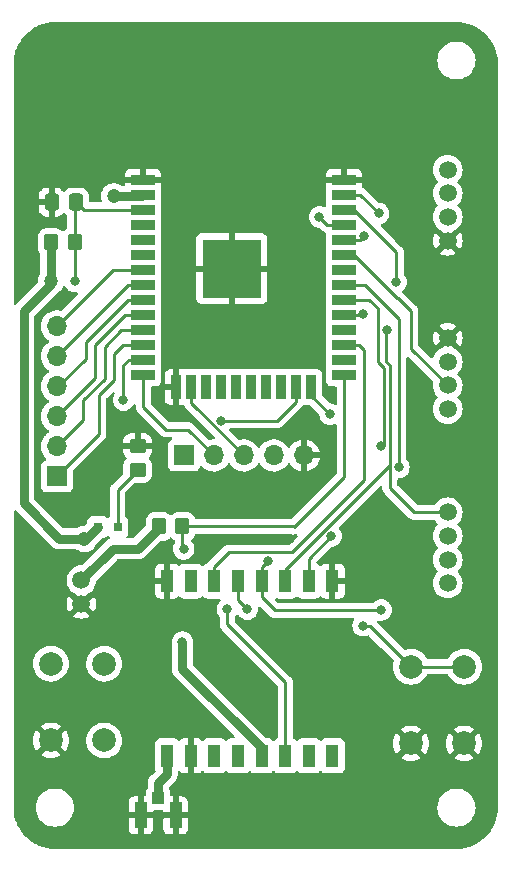
<source format=gbr>
G04 #@! TF.GenerationSoftware,KiCad,Pcbnew,(6.0.1)*
G04 #@! TF.CreationDate,2022-03-01T20:17:53-08:00*
G04 #@! TF.ProjectId,ESP32-Lora,45535033-322d-44c6-9f72-612e6b696361,rev?*
G04 #@! TF.SameCoordinates,Original*
G04 #@! TF.FileFunction,Copper,L1,Top*
G04 #@! TF.FilePolarity,Positive*
%FSLAX46Y46*%
G04 Gerber Fmt 4.6, Leading zero omitted, Abs format (unit mm)*
G04 Created by KiCad (PCBNEW (6.0.1)) date 2022-03-01 20:17:53*
%MOMM*%
%LPD*%
G01*
G04 APERTURE LIST*
G04 Aperture macros list*
%AMRoundRect*
0 Rectangle with rounded corners*
0 $1 Rounding radius*
0 $2 $3 $4 $5 $6 $7 $8 $9 X,Y pos of 4 corners*
0 Add a 4 corners polygon primitive as box body*
4,1,4,$2,$3,$4,$5,$6,$7,$8,$9,$2,$3,0*
0 Add four circle primitives for the rounded corners*
1,1,$1+$1,$2,$3*
1,1,$1+$1,$4,$5*
1,1,$1+$1,$6,$7*
1,1,$1+$1,$8,$9*
0 Add four rect primitives between the rounded corners*
20,1,$1+$1,$2,$3,$4,$5,0*
20,1,$1+$1,$4,$5,$6,$7,0*
20,1,$1+$1,$6,$7,$8,$9,0*
20,1,$1+$1,$8,$9,$2,$3,0*%
G04 Aperture macros list end*
G04 #@! TA.AperFunction,ComponentPad*
%ADD10C,1.500000*%
G04 #@! TD*
G04 #@! TA.AperFunction,SMDPad,CuDef*
%ADD11RoundRect,0.250000X0.450000X-0.350000X0.450000X0.350000X-0.450000X0.350000X-0.450000X-0.350000X0*%
G04 #@! TD*
G04 #@! TA.AperFunction,SMDPad,CuDef*
%ADD12R,0.800000X0.800000*%
G04 #@! TD*
G04 #@! TA.AperFunction,ComponentPad*
%ADD13C,2.000000*%
G04 #@! TD*
G04 #@! TA.AperFunction,SMDPad,CuDef*
%ADD14R,2.000000X0.900000*%
G04 #@! TD*
G04 #@! TA.AperFunction,SMDPad,CuDef*
%ADD15R,0.900000X2.000000*%
G04 #@! TD*
G04 #@! TA.AperFunction,SMDPad,CuDef*
%ADD16R,5.000000X5.000000*%
G04 #@! TD*
G04 #@! TA.AperFunction,SMDPad,CuDef*
%ADD17RoundRect,0.250000X0.337500X0.475000X-0.337500X0.475000X-0.337500X-0.475000X0.337500X-0.475000X0*%
G04 #@! TD*
G04 #@! TA.AperFunction,SMDPad,CuDef*
%ADD18RoundRect,0.250000X0.350000X0.450000X-0.350000X0.450000X-0.350000X-0.450000X0.350000X-0.450000X0*%
G04 #@! TD*
G04 #@! TA.AperFunction,ComponentPad*
%ADD19R,1.700000X1.700000*%
G04 #@! TD*
G04 #@! TA.AperFunction,ComponentPad*
%ADD20O,1.700000X1.700000*%
G04 #@! TD*
G04 #@! TA.AperFunction,SMDPad,CuDef*
%ADD21R,1.050000X2.200000*%
G04 #@! TD*
G04 #@! TA.AperFunction,SMDPad,CuDef*
%ADD22R,1.000000X1.050000*%
G04 #@! TD*
G04 #@! TA.AperFunction,SMDPad,CuDef*
%ADD23RoundRect,0.250000X-0.350000X-0.450000X0.350000X-0.450000X0.350000X0.450000X-0.350000X0.450000X0*%
G04 #@! TD*
G04 #@! TA.AperFunction,SMDPad,CuDef*
%ADD24R,1.050000X1.950000*%
G04 #@! TD*
G04 #@! TA.AperFunction,ViaPad*
%ADD25C,0.800000*%
G04 #@! TD*
G04 #@! TA.AperFunction,ViaPad*
%ADD26C,1.200000*%
G04 #@! TD*
G04 #@! TA.AperFunction,Conductor*
%ADD27C,0.250000*%
G04 #@! TD*
G04 #@! TA.AperFunction,Conductor*
%ADD28C,0.750000*%
G04 #@! TD*
G04 APERTURE END LIST*
D10*
X139250000Y-105000000D03*
X139250000Y-103000000D03*
X139250000Y-101000000D03*
X139250000Y-99000000D03*
D11*
X113000000Y-124400000D03*
X113000000Y-122400000D03*
D12*
X111300000Y-129250000D03*
X109650000Y-129250000D03*
D13*
X105664000Y-147320000D03*
X110164000Y-147320000D03*
X110164000Y-140820000D03*
X105664000Y-140820000D03*
D10*
X139250000Y-119250000D03*
X139250000Y-117250000D03*
X139250000Y-115250000D03*
X139250000Y-113250000D03*
D14*
X113470800Y-99865000D03*
X113470800Y-101135000D03*
X113470800Y-102405000D03*
X113470800Y-103675000D03*
X113470800Y-104945000D03*
X113470800Y-106215000D03*
X113470800Y-107485000D03*
X113470800Y-108755000D03*
X113470800Y-110025000D03*
X113470800Y-111295000D03*
X113470800Y-112565000D03*
X113470800Y-113835000D03*
X113470800Y-115105000D03*
X113470800Y-116375000D03*
D15*
X116255800Y-117375000D03*
X117525800Y-117375000D03*
X118795800Y-117375000D03*
X120065800Y-117375000D03*
X121335800Y-117375000D03*
X122605800Y-117375000D03*
X123875800Y-117375000D03*
X125145800Y-117375000D03*
X126415800Y-117375000D03*
X127685800Y-117375000D03*
D14*
X130470800Y-116375000D03*
X130470800Y-115105000D03*
X130470800Y-113835000D03*
X130470800Y-112565000D03*
X130470800Y-111295000D03*
X130470800Y-110025000D03*
X130470800Y-108755000D03*
X130470800Y-107485000D03*
X130470800Y-106215000D03*
X130470800Y-104945000D03*
X130470800Y-103675000D03*
X130470800Y-102405000D03*
X130470800Y-101135000D03*
X130470800Y-99865000D03*
D16*
X120970800Y-107365000D03*
D17*
X107787500Y-101750000D03*
X105712500Y-101750000D03*
D18*
X107680000Y-105156000D03*
X105680000Y-105156000D03*
D13*
X136144000Y-147574000D03*
X140644000Y-147574000D03*
X140644000Y-141074000D03*
X136144000Y-141074000D03*
D10*
X108250000Y-133750000D03*
X108250000Y-135750000D03*
D19*
X116920000Y-123190000D03*
D20*
X119460000Y-123190000D03*
X122000000Y-123190000D03*
X124540000Y-123190000D03*
X127080000Y-123190000D03*
D10*
X139250000Y-134000000D03*
X139250000Y-132000000D03*
X139250000Y-130000000D03*
X139250000Y-128000000D03*
D21*
X113275000Y-153670000D03*
X116225000Y-153670000D03*
D22*
X114750000Y-152170000D03*
D23*
X114800000Y-129200000D03*
X116800000Y-129200000D03*
D24*
X129500000Y-133824000D03*
X127500000Y-133824000D03*
X125500000Y-133824000D03*
X123500000Y-133824000D03*
X121500000Y-133824000D03*
X119500000Y-133824000D03*
X117500000Y-133824000D03*
X115500000Y-133824000D03*
X115500000Y-148624000D03*
X117500000Y-148624000D03*
X119500000Y-148624000D03*
X121500000Y-148624000D03*
X123500000Y-148624000D03*
X125500000Y-148624000D03*
X127500000Y-148624000D03*
X129500000Y-148624000D03*
D19*
X106172000Y-124968000D03*
D20*
X106172000Y-122428000D03*
X106172000Y-119888000D03*
X106172000Y-117348000D03*
X106172000Y-114808000D03*
X106172000Y-112268000D03*
D25*
X107696000Y-108458000D03*
X135382000Y-130048000D03*
X129115495Y-155451740D03*
X110455105Y-155401307D03*
X132334000Y-141224000D03*
X111506000Y-120650000D03*
X132334000Y-148082000D03*
X135890000Y-155448000D03*
X123952000Y-127050800D03*
X139192000Y-109220000D03*
X132334000Y-130048000D03*
X114503200Y-126288800D03*
X120894837Y-155451740D03*
X105156000Y-97028000D03*
X138836400Y-124307600D03*
X139700000Y-94742000D03*
X125933200Y-130251200D03*
X105156000Y-89916000D03*
D26*
X105664000Y-108458000D03*
X111000000Y-101250000D03*
D25*
X116800000Y-139000000D03*
D26*
X108500000Y-130250000D03*
D25*
X120067299Y-120232701D03*
X111800000Y-118500000D03*
X134900000Y-108500000D03*
X134112000Y-112600000D03*
X133400000Y-102700000D03*
X135128000Y-124206000D03*
X129412299Y-130012299D03*
X132080000Y-111252000D03*
X122300000Y-136200000D03*
X133629200Y-136270800D03*
X133641500Y-122428000D03*
X124000000Y-132124500D03*
X128400000Y-103000000D03*
X132200000Y-104600000D03*
X132100000Y-137600000D03*
X116900000Y-131100000D03*
X129300000Y-119700000D03*
X120600000Y-136200000D03*
D27*
X107680000Y-105156000D02*
X107680000Y-101857500D01*
X107680000Y-108442000D02*
X107696000Y-108458000D01*
X107850000Y-101750000D02*
X108505000Y-102405000D01*
X107680000Y-101857500D02*
X107787500Y-101750000D01*
X107680000Y-105156000D02*
X107680000Y-108442000D01*
X107787500Y-101750000D02*
X107850000Y-101750000D01*
X108505000Y-102405000D02*
X113500000Y-102405000D01*
X107787500Y-101750000D02*
X107787500Y-101787500D01*
X111300000Y-129250000D02*
X111300000Y-126100000D01*
X111300000Y-126100000D02*
X113000000Y-124400000D01*
D28*
X116800000Y-141274978D02*
X116800000Y-139000000D01*
X123500000Y-147974978D02*
X116800000Y-141274978D01*
X103378000Y-127254000D02*
X103378000Y-110998000D01*
X113000000Y-131100000D02*
X114800000Y-129300000D01*
X105664000Y-108458000D02*
X105664000Y-105172000D01*
X123500000Y-148624000D02*
X123500000Y-147974978D01*
X105664000Y-105172000D02*
X105680000Y-105156000D01*
X106374000Y-130250000D02*
X103378000Y-127254000D01*
X108250000Y-133750000D02*
X110900000Y-131100000D01*
X103378000Y-110998000D02*
X105664000Y-108712000D01*
X110900000Y-131100000D02*
X113000000Y-131100000D01*
X113385000Y-101250000D02*
X113500000Y-101135000D01*
X105664000Y-108712000D02*
X105664000Y-108458000D01*
X111000000Y-101250000D02*
X113385000Y-101250000D01*
X108650000Y-130250000D02*
X109650000Y-129250000D01*
X108500000Y-130250000D02*
X108650000Y-130250000D01*
X114800000Y-129300000D02*
X114800000Y-129200000D01*
X108500000Y-130250000D02*
X106374000Y-130250000D01*
D27*
X106172000Y-124928000D02*
X109700000Y-121400000D01*
X106172000Y-124968000D02*
X106172000Y-124928000D01*
X109700000Y-121400000D02*
X109700000Y-118100000D01*
X111000000Y-114600000D02*
X111765000Y-113835000D01*
X109700000Y-118100000D02*
X111000000Y-116800000D01*
X111765000Y-113835000D02*
X113500000Y-113835000D01*
X111000000Y-116800000D02*
X111000000Y-114600000D01*
X108400000Y-120200000D02*
X108400000Y-118500000D01*
X110200000Y-114000000D02*
X111635000Y-112565000D01*
X110200000Y-116700000D02*
X110200000Y-114000000D01*
X108400000Y-118500000D02*
X110200000Y-116700000D01*
X111635000Y-112565000D02*
X113500000Y-112565000D01*
X106172000Y-122428000D02*
X108400000Y-120200000D01*
X109400000Y-113800000D02*
X111905000Y-111295000D01*
X109400000Y-116660000D02*
X109400000Y-113800000D01*
X111905000Y-111295000D02*
X113500000Y-111295000D01*
X106172000Y-119888000D02*
X109400000Y-116660000D01*
X106172000Y-117348000D02*
X106252000Y-117348000D01*
X108600000Y-113600000D02*
X112175000Y-110025000D01*
X108600000Y-115000000D02*
X108600000Y-113600000D01*
X106252000Y-117348000D02*
X108600000Y-115000000D01*
X112175000Y-110025000D02*
X113500000Y-110025000D01*
X112225000Y-108755000D02*
X113500000Y-108755000D01*
X106172000Y-114808000D02*
X112225000Y-108755000D01*
X110915000Y-107485000D02*
X113500000Y-107485000D01*
X106172000Y-112268000D02*
X106172000Y-112228000D01*
X106172000Y-112228000D02*
X110915000Y-107485000D01*
X126445000Y-118625000D02*
X126445000Y-117375000D01*
X124837299Y-120232701D02*
X126445000Y-118625000D01*
X120067299Y-120232701D02*
X124837299Y-120232701D01*
X113500000Y-119100000D02*
X113500000Y-116375000D01*
X115400000Y-121000000D02*
X113500000Y-119100000D01*
X119460000Y-123190000D02*
X117270000Y-121000000D01*
X117270000Y-121000000D02*
X115400000Y-121000000D01*
X122000000Y-123190000D02*
X117555000Y-118745000D01*
X117555000Y-118745000D02*
X117555000Y-117375000D01*
X111800000Y-118500000D02*
X111800000Y-115555000D01*
X112250000Y-115105000D02*
X113500000Y-115105000D01*
X111800000Y-115555000D02*
X112250000Y-115105000D01*
X135000000Y-109885978D02*
X135031978Y-109885978D01*
X131314022Y-106200000D02*
X135000000Y-109885978D01*
X130600000Y-106200000D02*
X131314022Y-106200000D01*
X136144000Y-110998000D02*
X136144000Y-114144000D01*
X136144000Y-114144000D02*
X139250000Y-117250000D01*
X135031978Y-109885978D02*
X136144000Y-110998000D01*
X130500000Y-102405000D02*
X131329022Y-102405000D01*
X131329022Y-102405000D02*
X134900000Y-105975978D01*
X134900000Y-105975978D02*
X134900000Y-108500000D01*
X134366000Y-124034000D02*
X134366000Y-115570000D01*
X134062000Y-112650000D02*
X134112000Y-112600000D01*
X125500000Y-133824000D02*
X125500000Y-132900000D01*
X134366000Y-125966000D02*
X136400000Y-128000000D01*
X136400000Y-128000000D02*
X139250000Y-128000000D01*
X131835000Y-101135000D02*
X130500000Y-101135000D01*
X125500000Y-132900000D02*
X134366000Y-124034000D01*
X133400000Y-102700000D02*
X131835000Y-101135000D01*
X134366000Y-115570000D02*
X134062000Y-115266000D01*
X134062000Y-115266000D02*
X134062000Y-112650000D01*
X134366000Y-124034000D02*
X134366000Y-125966000D01*
X135128000Y-115570000D02*
X135128000Y-111628000D01*
X135128000Y-111628000D02*
X132255000Y-108755000D01*
X127500000Y-133824000D02*
X127500000Y-131924598D01*
X135128000Y-124206000D02*
X135128000Y-115570000D01*
X132255000Y-108755000D02*
X130500000Y-108755000D01*
X127500000Y-131924598D02*
X129412299Y-130012299D01*
X121500000Y-133824000D02*
X121500000Y-135400000D01*
X130556000Y-111302800D02*
X132029200Y-111302800D01*
X130548200Y-111295000D02*
X130556000Y-111302800D01*
X132029200Y-111302800D02*
X132080000Y-111252000D01*
X121500000Y-135400000D02*
X122300000Y-136200000D01*
X130470800Y-111295000D02*
X130548200Y-111295000D01*
X124600000Y-136300000D02*
X133600000Y-136300000D01*
X133858000Y-122211500D02*
X133858000Y-115824000D01*
X132631000Y-110025000D02*
X130500000Y-110025000D01*
X133641500Y-122428000D02*
X133858000Y-122211500D01*
X123500000Y-133824000D02*
X123500000Y-135200000D01*
X123500000Y-133824000D02*
X123500000Y-132624500D01*
X133350000Y-115316000D02*
X133350000Y-110744000D01*
X123500000Y-135200000D02*
X124600000Y-136300000D01*
X133858000Y-115824000D02*
X133350000Y-115316000D01*
X123500000Y-132624500D02*
X124000000Y-132124500D01*
X133600000Y-136300000D02*
X133629200Y-136270800D01*
X133350000Y-110744000D02*
X132631000Y-110025000D01*
X129075000Y-103675000D02*
X128400000Y-103000000D01*
X130500000Y-103675000D02*
X129075000Y-103675000D01*
X130500000Y-104945000D02*
X131855000Y-104945000D01*
X131855000Y-104945000D02*
X132200000Y-104600000D01*
X126300000Y-129200000D02*
X126500000Y-129000000D01*
X116800000Y-129200000D02*
X126300000Y-129200000D01*
X132670000Y-137600000D02*
X136144000Y-141074000D01*
X130500000Y-125000000D02*
X126500000Y-129000000D01*
X130500000Y-116375000D02*
X130500000Y-125000000D01*
X116800000Y-129200000D02*
X116800000Y-131000000D01*
X132100000Y-137600000D02*
X132670000Y-137600000D01*
X136144000Y-141074000D02*
X140644000Y-141074000D01*
X116800000Y-131000000D02*
X116900000Y-131100000D01*
X126500000Y-129000000D02*
X126250000Y-129250000D01*
X132200000Y-114300000D02*
X132200000Y-125300000D01*
X130500000Y-113835000D02*
X131735000Y-113835000D01*
X120700000Y-131400000D02*
X119500000Y-132600000D01*
X132200000Y-125300000D02*
X126100000Y-131400000D01*
X119500000Y-132600000D02*
X119500000Y-133824000D01*
X131735000Y-113835000D02*
X132200000Y-114300000D01*
X126100000Y-131400000D02*
X120700000Y-131400000D01*
D28*
X114750000Y-150934000D02*
X114750000Y-152170000D01*
X115500000Y-150184000D02*
X114750000Y-150934000D01*
X115500000Y-148624000D02*
X115500000Y-150184000D01*
D27*
X125500000Y-142400000D02*
X125500000Y-148624000D01*
X120600000Y-137500000D02*
X125500000Y-142400000D01*
X120600000Y-136200000D02*
X120600000Y-137500000D01*
X127715000Y-117375000D02*
X127715000Y-118115000D01*
X127715000Y-118115000D02*
X129300000Y-119700000D01*
G04 #@! TA.AperFunction,Conductor*
G36*
X139970057Y-86509500D02*
G01*
X139984858Y-86511805D01*
X139984861Y-86511805D01*
X139993730Y-86513186D01*
X140013054Y-86510659D01*
X140035570Y-86509747D01*
X140336100Y-86524512D01*
X140348394Y-86525722D01*
X140675139Y-86574191D01*
X140687249Y-86576599D01*
X141007674Y-86656861D01*
X141019507Y-86660451D01*
X141330494Y-86771725D01*
X141341918Y-86776456D01*
X141640523Y-86917685D01*
X141651428Y-86923514D01*
X141934745Y-87093328D01*
X141945026Y-87100198D01*
X142210329Y-87296960D01*
X142219887Y-87304804D01*
X142464630Y-87526626D01*
X142473374Y-87535370D01*
X142695196Y-87780113D01*
X142703040Y-87789671D01*
X142899802Y-88054974D01*
X142906672Y-88065255D01*
X143056346Y-88314970D01*
X143076486Y-88348572D01*
X143082315Y-88359477D01*
X143223544Y-88658082D01*
X143228275Y-88669506D01*
X143339549Y-88980493D01*
X143343138Y-88992324D01*
X143408036Y-89251409D01*
X143423399Y-89312743D01*
X143425809Y-89324861D01*
X143474277Y-89651601D01*
X143475489Y-89663907D01*
X143489890Y-89957062D01*
X143488543Y-89982624D01*
X143488195Y-89984857D01*
X143488195Y-89984861D01*
X143486814Y-89993730D01*
X143487978Y-90002632D01*
X143487978Y-90002635D01*
X143490936Y-90025251D01*
X143492000Y-90041589D01*
X143492000Y-152950672D01*
X143490500Y-152970056D01*
X143486814Y-152993730D01*
X143489274Y-153012539D01*
X143489341Y-153013050D01*
X143490253Y-153035570D01*
X143478384Y-153277158D01*
X143475489Y-153336094D01*
X143474278Y-153348394D01*
X143451320Y-153503164D01*
X143425811Y-153675130D01*
X143423401Y-153687249D01*
X143359048Y-153944162D01*
X143343139Y-154007674D01*
X143339549Y-154019507D01*
X143228275Y-154330494D01*
X143223544Y-154341918D01*
X143177386Y-154439511D01*
X143104504Y-154593609D01*
X143082315Y-154640523D01*
X143076486Y-154651428D01*
X142906672Y-154934745D01*
X142899802Y-154945026D01*
X142703040Y-155210329D01*
X142695196Y-155219887D01*
X142473374Y-155464630D01*
X142464630Y-155473374D01*
X142219887Y-155695196D01*
X142210329Y-155703040D01*
X141945026Y-155899802D01*
X141934745Y-155906672D01*
X141651428Y-156076486D01*
X141640523Y-156082315D01*
X141341918Y-156223544D01*
X141330494Y-156228275D01*
X141019507Y-156339549D01*
X141007676Y-156343138D01*
X140687249Y-156423401D01*
X140675139Y-156425809D01*
X140348394Y-156474278D01*
X140336098Y-156475489D01*
X140247344Y-156479849D01*
X140042938Y-156489890D01*
X140017376Y-156488543D01*
X140015143Y-156488195D01*
X140015139Y-156488195D01*
X140006270Y-156486814D01*
X139997368Y-156487978D01*
X139997365Y-156487978D01*
X139978083Y-156490500D01*
X139975728Y-156490808D01*
X139974749Y-156490936D01*
X139958411Y-156492000D01*
X106049328Y-156492000D01*
X106029943Y-156490500D01*
X106015142Y-156488195D01*
X106015139Y-156488195D01*
X106006270Y-156486814D01*
X105986946Y-156489341D01*
X105964430Y-156490253D01*
X105663900Y-156475488D01*
X105651606Y-156474278D01*
X105324861Y-156425809D01*
X105312751Y-156423401D01*
X104992324Y-156343138D01*
X104980493Y-156339549D01*
X104669506Y-156228275D01*
X104658082Y-156223544D01*
X104359477Y-156082315D01*
X104348572Y-156076486D01*
X104065255Y-155906672D01*
X104054974Y-155899802D01*
X103789671Y-155703040D01*
X103780113Y-155695196D01*
X103535370Y-155473374D01*
X103526626Y-155464630D01*
X103304804Y-155219887D01*
X103296960Y-155210329D01*
X103100198Y-154945026D01*
X103093328Y-154934745D01*
X103021357Y-154814669D01*
X112242001Y-154814669D01*
X112242371Y-154821490D01*
X112247895Y-154872352D01*
X112251521Y-154887604D01*
X112296676Y-155008054D01*
X112305214Y-155023649D01*
X112381715Y-155125724D01*
X112394276Y-155138285D01*
X112496351Y-155214786D01*
X112511946Y-155223324D01*
X112632394Y-155268478D01*
X112647649Y-155272105D01*
X112698514Y-155277631D01*
X112705328Y-155278000D01*
X113002885Y-155278000D01*
X113018124Y-155273525D01*
X113019329Y-155272135D01*
X113021000Y-155264452D01*
X113021000Y-155259884D01*
X113529000Y-155259884D01*
X113533475Y-155275123D01*
X113534865Y-155276328D01*
X113542548Y-155277999D01*
X113844669Y-155277999D01*
X113851490Y-155277629D01*
X113902352Y-155272105D01*
X113917604Y-155268479D01*
X114038054Y-155223324D01*
X114053649Y-155214786D01*
X114155724Y-155138285D01*
X114168285Y-155125724D01*
X114244786Y-155023649D01*
X114253324Y-155008054D01*
X114298478Y-154887606D01*
X114302105Y-154872351D01*
X114307631Y-154821486D01*
X114308000Y-154814672D01*
X114308000Y-154814669D01*
X115192001Y-154814669D01*
X115192371Y-154821490D01*
X115197895Y-154872352D01*
X115201521Y-154887604D01*
X115246676Y-155008054D01*
X115255214Y-155023649D01*
X115331715Y-155125724D01*
X115344276Y-155138285D01*
X115446351Y-155214786D01*
X115461946Y-155223324D01*
X115582394Y-155268478D01*
X115597649Y-155272105D01*
X115648514Y-155277631D01*
X115655328Y-155278000D01*
X115952885Y-155278000D01*
X115968124Y-155273525D01*
X115969329Y-155272135D01*
X115971000Y-155264452D01*
X115971000Y-155259884D01*
X116479000Y-155259884D01*
X116483475Y-155275123D01*
X116484865Y-155276328D01*
X116492548Y-155277999D01*
X116794669Y-155277999D01*
X116801490Y-155277629D01*
X116852352Y-155272105D01*
X116867604Y-155268479D01*
X116988054Y-155223324D01*
X117003649Y-155214786D01*
X117105724Y-155138285D01*
X117118285Y-155125724D01*
X117194786Y-155023649D01*
X117203324Y-155008054D01*
X117248478Y-154887606D01*
X117252105Y-154872351D01*
X117257631Y-154821486D01*
X117258000Y-154814672D01*
X117258000Y-153942115D01*
X117253525Y-153926876D01*
X117252135Y-153925671D01*
X117244452Y-153924000D01*
X116497115Y-153924000D01*
X116481876Y-153928475D01*
X116480671Y-153929865D01*
X116479000Y-153937548D01*
X116479000Y-155259884D01*
X115971000Y-155259884D01*
X115971000Y-153942115D01*
X115966525Y-153926876D01*
X115965135Y-153925671D01*
X115957452Y-153924000D01*
X115210116Y-153924000D01*
X115194877Y-153928475D01*
X115193672Y-153929865D01*
X115192001Y-153937548D01*
X115192001Y-154814669D01*
X114308000Y-154814669D01*
X114308000Y-153942115D01*
X114303525Y-153926876D01*
X114302135Y-153925671D01*
X114294452Y-153924000D01*
X113547115Y-153924000D01*
X113531876Y-153928475D01*
X113530671Y-153929865D01*
X113529000Y-153937548D01*
X113529000Y-155259884D01*
X113021000Y-155259884D01*
X113021000Y-153942115D01*
X113016525Y-153926876D01*
X113015135Y-153925671D01*
X113007452Y-153924000D01*
X112260116Y-153924000D01*
X112244877Y-153928475D01*
X112243672Y-153929865D01*
X112242001Y-153937548D01*
X112242001Y-154814669D01*
X103021357Y-154814669D01*
X102923514Y-154651428D01*
X102917685Y-154640523D01*
X102895497Y-154593609D01*
X102822614Y-154439511D01*
X102776456Y-154341918D01*
X102771725Y-154330494D01*
X102660451Y-154019507D01*
X102656861Y-154007674D01*
X102640952Y-153944162D01*
X102576599Y-153687249D01*
X102574189Y-153675130D01*
X102548681Y-153503164D01*
X102525722Y-153348394D01*
X102524511Y-153336093D01*
X102510293Y-153046665D01*
X102511886Y-153019586D01*
X102512264Y-153017340D01*
X102512265Y-153017331D01*
X102513071Y-153012539D01*
X102513224Y-153000000D01*
X104386526Y-153000000D01*
X104406391Y-153252403D01*
X104407545Y-153257210D01*
X104407546Y-153257216D01*
X104412334Y-153277158D01*
X104465495Y-153498591D01*
X104467388Y-153503162D01*
X104467389Y-153503164D01*
X104541157Y-153681255D01*
X104562384Y-153732502D01*
X104694672Y-153948376D01*
X104859102Y-154140898D01*
X105051624Y-154305328D01*
X105267498Y-154437616D01*
X105272068Y-154439509D01*
X105272072Y-154439511D01*
X105496836Y-154532611D01*
X105501409Y-154534505D01*
X105586032Y-154554821D01*
X105742784Y-154592454D01*
X105742790Y-154592455D01*
X105747597Y-154593609D01*
X105847416Y-154601465D01*
X105934345Y-154608307D01*
X105934352Y-154608307D01*
X105936801Y-154608500D01*
X106063199Y-154608500D01*
X106065648Y-154608307D01*
X106065655Y-154608307D01*
X106152584Y-154601465D01*
X106252403Y-154593609D01*
X106257210Y-154592455D01*
X106257216Y-154592454D01*
X106413968Y-154554821D01*
X106498591Y-154534505D01*
X106503164Y-154532611D01*
X106727928Y-154439511D01*
X106727932Y-154439509D01*
X106732502Y-154437616D01*
X106948376Y-154305328D01*
X107140898Y-154140898D01*
X107305328Y-153948376D01*
X107437616Y-153732502D01*
X107458844Y-153681255D01*
X107532611Y-153503164D01*
X107532612Y-153503162D01*
X107534505Y-153498591D01*
X107558682Y-153397885D01*
X112242000Y-153397885D01*
X112246475Y-153413124D01*
X112247865Y-153414329D01*
X112255548Y-153416000D01*
X113002885Y-153416000D01*
X113018124Y-153411525D01*
X113019329Y-153410135D01*
X113021000Y-153402452D01*
X113021000Y-153397885D01*
X113529000Y-153397885D01*
X113533475Y-153413124D01*
X113534865Y-153414329D01*
X113542548Y-153416000D01*
X114289884Y-153416000D01*
X114305123Y-153411525D01*
X114306328Y-153410135D01*
X114307999Y-153402452D01*
X114307999Y-153329500D01*
X114328001Y-153261379D01*
X114381657Y-153214886D01*
X114433999Y-153203500D01*
X115066000Y-153203500D01*
X115134121Y-153223502D01*
X115180614Y-153277158D01*
X115192000Y-153329500D01*
X115192000Y-153397885D01*
X115196475Y-153413124D01*
X115197865Y-153414329D01*
X115205548Y-153416000D01*
X115952885Y-153416000D01*
X115968124Y-153411525D01*
X115969329Y-153410135D01*
X115971000Y-153402452D01*
X115971000Y-153397885D01*
X116479000Y-153397885D01*
X116483475Y-153413124D01*
X116484865Y-153414329D01*
X116492548Y-153416000D01*
X117239884Y-153416000D01*
X117255123Y-153411525D01*
X117256328Y-153410135D01*
X117257999Y-153402452D01*
X117257999Y-153000000D01*
X138386526Y-153000000D01*
X138406391Y-153252403D01*
X138407545Y-153257210D01*
X138407546Y-153257216D01*
X138412334Y-153277158D01*
X138465495Y-153498591D01*
X138467388Y-153503162D01*
X138467389Y-153503164D01*
X138541157Y-153681255D01*
X138562384Y-153732502D01*
X138694672Y-153948376D01*
X138859102Y-154140898D01*
X139051624Y-154305328D01*
X139267498Y-154437616D01*
X139272068Y-154439509D01*
X139272072Y-154439511D01*
X139496836Y-154532611D01*
X139501409Y-154534505D01*
X139586032Y-154554821D01*
X139742784Y-154592454D01*
X139742790Y-154592455D01*
X139747597Y-154593609D01*
X139847416Y-154601465D01*
X139934345Y-154608307D01*
X139934352Y-154608307D01*
X139936801Y-154608500D01*
X140063199Y-154608500D01*
X140065648Y-154608307D01*
X140065655Y-154608307D01*
X140152584Y-154601465D01*
X140252403Y-154593609D01*
X140257210Y-154592455D01*
X140257216Y-154592454D01*
X140413968Y-154554821D01*
X140498591Y-154534505D01*
X140503164Y-154532611D01*
X140727928Y-154439511D01*
X140727932Y-154439509D01*
X140732502Y-154437616D01*
X140948376Y-154305328D01*
X141140898Y-154140898D01*
X141305328Y-153948376D01*
X141437616Y-153732502D01*
X141458844Y-153681255D01*
X141532611Y-153503164D01*
X141532612Y-153503162D01*
X141534505Y-153498591D01*
X141587666Y-153277158D01*
X141592454Y-153257216D01*
X141592455Y-153257210D01*
X141593609Y-153252403D01*
X141613474Y-153000000D01*
X141593609Y-152747597D01*
X141534505Y-152501409D01*
X141514203Y-152452396D01*
X141439511Y-152272072D01*
X141439509Y-152272068D01*
X141437616Y-152267498D01*
X141305328Y-152051624D01*
X141140898Y-151859102D01*
X140948376Y-151694672D01*
X140732502Y-151562384D01*
X140727932Y-151560491D01*
X140727928Y-151560489D01*
X140503164Y-151467389D01*
X140503162Y-151467388D01*
X140498591Y-151465495D01*
X140413968Y-151445179D01*
X140257216Y-151407546D01*
X140257210Y-151407545D01*
X140252403Y-151406391D01*
X140149536Y-151398295D01*
X140065655Y-151391693D01*
X140065648Y-151391693D01*
X140063199Y-151391500D01*
X139936801Y-151391500D01*
X139934352Y-151391693D01*
X139934345Y-151391693D01*
X139850464Y-151398295D01*
X139747597Y-151406391D01*
X139742790Y-151407545D01*
X139742784Y-151407546D01*
X139586032Y-151445179D01*
X139501409Y-151465495D01*
X139496838Y-151467388D01*
X139496836Y-151467389D01*
X139272072Y-151560489D01*
X139272068Y-151560491D01*
X139267498Y-151562384D01*
X139051624Y-151694672D01*
X138859102Y-151859102D01*
X138694672Y-152051624D01*
X138562384Y-152267498D01*
X138560491Y-152272068D01*
X138560489Y-152272072D01*
X138485797Y-152452396D01*
X138465495Y-152501409D01*
X138406391Y-152747597D01*
X138386526Y-153000000D01*
X117257999Y-153000000D01*
X117257999Y-152525331D01*
X117257629Y-152518510D01*
X117252105Y-152467648D01*
X117248479Y-152452396D01*
X117203324Y-152331946D01*
X117194786Y-152316351D01*
X117118285Y-152214276D01*
X117105724Y-152201715D01*
X117003649Y-152125214D01*
X116988054Y-152116676D01*
X116867606Y-152071522D01*
X116852351Y-152067895D01*
X116801486Y-152062369D01*
X116794672Y-152062000D01*
X116497115Y-152062000D01*
X116481876Y-152066475D01*
X116480671Y-152067865D01*
X116479000Y-152075548D01*
X116479000Y-153397885D01*
X115971000Y-153397885D01*
X115971000Y-152080116D01*
X115966525Y-152064877D01*
X115965135Y-152063672D01*
X115957452Y-152062001D01*
X115884500Y-152062001D01*
X115816379Y-152041999D01*
X115769886Y-151988343D01*
X115758500Y-151936001D01*
X115758500Y-151596866D01*
X115751745Y-151534684D01*
X115700615Y-151398295D01*
X115695229Y-151391108D01*
X115690921Y-151383240D01*
X115692066Y-151382613D01*
X115670402Y-151324635D01*
X115685453Y-151255252D01*
X115706981Y-151226477D01*
X116068546Y-150864912D01*
X116083574Y-150852075D01*
X116094434Y-150844185D01*
X116138886Y-150794816D01*
X116143427Y-150790031D01*
X116157472Y-150775986D01*
X116168289Y-150762628D01*
X116169969Y-150760554D01*
X116174253Y-150755538D01*
X116214283Y-150711080D01*
X116214287Y-150711075D01*
X116218704Y-150706169D01*
X116225411Y-150694552D01*
X116236609Y-150678259D01*
X116240891Y-150672971D01*
X116245047Y-150667839D01*
X116275213Y-150608637D01*
X116278346Y-150602867D01*
X116308260Y-150551055D01*
X116308262Y-150551050D01*
X116311564Y-150545331D01*
X116313605Y-150539051D01*
X116313608Y-150539043D01*
X116315708Y-150532579D01*
X116323272Y-150514317D01*
X116326363Y-150508251D01*
X116326366Y-150508242D01*
X116329362Y-150502363D01*
X116346556Y-150438196D01*
X116348422Y-150431894D01*
X116368954Y-150368702D01*
X116370355Y-150355372D01*
X116373958Y-150335929D01*
X116377430Y-150322971D01*
X116380210Y-150269936D01*
X116380906Y-150256646D01*
X116381423Y-150250071D01*
X116383156Y-150233579D01*
X116383500Y-150230306D01*
X116383500Y-150210432D01*
X116383673Y-150203838D01*
X116386804Y-150144099D01*
X116386804Y-150144095D01*
X116387149Y-150137507D01*
X116385051Y-150124260D01*
X116383500Y-150104550D01*
X116383500Y-150035107D01*
X116403502Y-149966986D01*
X116457158Y-149920493D01*
X116527432Y-149910389D01*
X116592012Y-149939883D01*
X116600136Y-149948603D01*
X116600365Y-149948374D01*
X116619276Y-149967285D01*
X116721351Y-150043786D01*
X116736946Y-150052324D01*
X116857394Y-150097478D01*
X116872649Y-150101105D01*
X116923514Y-150106631D01*
X116930328Y-150107000D01*
X117227885Y-150107000D01*
X117243124Y-150102525D01*
X117244329Y-150101135D01*
X117246000Y-150093452D01*
X117246000Y-147159116D01*
X117241525Y-147143877D01*
X117240135Y-147142672D01*
X117232452Y-147141001D01*
X116930331Y-147141001D01*
X116923510Y-147141371D01*
X116872648Y-147146895D01*
X116857396Y-147150521D01*
X116736946Y-147195676D01*
X116721351Y-147204214D01*
X116619276Y-147280715D01*
X116606717Y-147293274D01*
X116601138Y-147300718D01*
X116544278Y-147343232D01*
X116473459Y-147348257D01*
X116411166Y-147314197D01*
X116399485Y-147300715D01*
X116393644Y-147292921D01*
X116393642Y-147292919D01*
X116388261Y-147285739D01*
X116271705Y-147198385D01*
X116135316Y-147147255D01*
X116073134Y-147140500D01*
X114926866Y-147140500D01*
X114864684Y-147147255D01*
X114728295Y-147198385D01*
X114611739Y-147285739D01*
X114524385Y-147402295D01*
X114473255Y-147538684D01*
X114466500Y-147600866D01*
X114466500Y-149647134D01*
X114473255Y-149709316D01*
X114476027Y-149716712D01*
X114476029Y-149716718D01*
X114513482Y-149816623D01*
X114518665Y-149887430D01*
X114484595Y-149949947D01*
X114181454Y-150253088D01*
X114166426Y-150265925D01*
X114155566Y-150273815D01*
X114151145Y-150278725D01*
X114151144Y-150278726D01*
X114111114Y-150323184D01*
X114106573Y-150327969D01*
X114092528Y-150342014D01*
X114090444Y-150344588D01*
X114090441Y-150344591D01*
X114080031Y-150357446D01*
X114075747Y-150362462D01*
X114035717Y-150406920D01*
X114035713Y-150406925D01*
X114031296Y-150411831D01*
X114024791Y-150423097D01*
X114024589Y-150423448D01*
X114013391Y-150439741D01*
X114004953Y-150450161D01*
X113974787Y-150509363D01*
X113971654Y-150515133D01*
X113941740Y-150566945D01*
X113941738Y-150566950D01*
X113938436Y-150572669D01*
X113936395Y-150578949D01*
X113936392Y-150578957D01*
X113934292Y-150585421D01*
X113926728Y-150603683D01*
X113923637Y-150609749D01*
X113923634Y-150609758D01*
X113920638Y-150615637D01*
X113918929Y-150622015D01*
X113903444Y-150679804D01*
X113901578Y-150686106D01*
X113881046Y-150749298D01*
X113880356Y-150755866D01*
X113879645Y-150762628D01*
X113876042Y-150782071D01*
X113872570Y-150795029D01*
X113872225Y-150801619D01*
X113872224Y-150801623D01*
X113869093Y-150861367D01*
X113868577Y-150867931D01*
X113866500Y-150887694D01*
X113866500Y-150907555D01*
X113866327Y-150914150D01*
X113862850Y-150980493D01*
X113863882Y-150987007D01*
X113864949Y-150993744D01*
X113866500Y-151013456D01*
X113866500Y-151266768D01*
X113846498Y-151334889D01*
X113841326Y-151342333D01*
X113799385Y-151398295D01*
X113748255Y-151534684D01*
X113741500Y-151596866D01*
X113741500Y-151936000D01*
X113721498Y-152004121D01*
X113667842Y-152050614D01*
X113615500Y-152062000D01*
X113547115Y-152062000D01*
X113531876Y-152066475D01*
X113530671Y-152067865D01*
X113529000Y-152075548D01*
X113529000Y-153397885D01*
X113021000Y-153397885D01*
X113021000Y-152080116D01*
X113016525Y-152064877D01*
X113015135Y-152063672D01*
X113007452Y-152062001D01*
X112705331Y-152062001D01*
X112698510Y-152062371D01*
X112647648Y-152067895D01*
X112632396Y-152071521D01*
X112511946Y-152116676D01*
X112496351Y-152125214D01*
X112394276Y-152201715D01*
X112381715Y-152214276D01*
X112305214Y-152316351D01*
X112296676Y-152331946D01*
X112251522Y-152452394D01*
X112247895Y-152467649D01*
X112242369Y-152518514D01*
X112242000Y-152525328D01*
X112242000Y-153397885D01*
X107558682Y-153397885D01*
X107587666Y-153277158D01*
X107592454Y-153257216D01*
X107592455Y-153257210D01*
X107593609Y-153252403D01*
X107613474Y-153000000D01*
X107593609Y-152747597D01*
X107534505Y-152501409D01*
X107514203Y-152452396D01*
X107439511Y-152272072D01*
X107439509Y-152272068D01*
X107437616Y-152267498D01*
X107305328Y-152051624D01*
X107140898Y-151859102D01*
X106948376Y-151694672D01*
X106732502Y-151562384D01*
X106727932Y-151560491D01*
X106727928Y-151560489D01*
X106503164Y-151467389D01*
X106503162Y-151467388D01*
X106498591Y-151465495D01*
X106413968Y-151445179D01*
X106257216Y-151407546D01*
X106257210Y-151407545D01*
X106252403Y-151406391D01*
X106149536Y-151398295D01*
X106065655Y-151391693D01*
X106065648Y-151391693D01*
X106063199Y-151391500D01*
X105936801Y-151391500D01*
X105934352Y-151391693D01*
X105934345Y-151391693D01*
X105850464Y-151398295D01*
X105747597Y-151406391D01*
X105742790Y-151407545D01*
X105742784Y-151407546D01*
X105586032Y-151445179D01*
X105501409Y-151465495D01*
X105496838Y-151467388D01*
X105496836Y-151467389D01*
X105272072Y-151560489D01*
X105272068Y-151560491D01*
X105267498Y-151562384D01*
X105051624Y-151694672D01*
X104859102Y-151859102D01*
X104694672Y-152051624D01*
X104562384Y-152267498D01*
X104560491Y-152272068D01*
X104560489Y-152272072D01*
X104485797Y-152452396D01*
X104465495Y-152501409D01*
X104406391Y-152747597D01*
X104386526Y-153000000D01*
X102513224Y-153000000D01*
X102509273Y-152972412D01*
X102508000Y-152954549D01*
X102508000Y-148552670D01*
X104796160Y-148552670D01*
X104801887Y-148560320D01*
X104973042Y-148665205D01*
X104981837Y-148669687D01*
X105191988Y-148756734D01*
X105201373Y-148759783D01*
X105422554Y-148812885D01*
X105432301Y-148814428D01*
X105659070Y-148832275D01*
X105668930Y-148832275D01*
X105895699Y-148814428D01*
X105905446Y-148812885D01*
X106126627Y-148759783D01*
X106136012Y-148756734D01*
X106346163Y-148669687D01*
X106354958Y-148665205D01*
X106522445Y-148562568D01*
X106531907Y-148552110D01*
X106528124Y-148543334D01*
X105676812Y-147692022D01*
X105662868Y-147684408D01*
X105661035Y-147684539D01*
X105654420Y-147688790D01*
X104802920Y-148540290D01*
X104796160Y-148552670D01*
X102508000Y-148552670D01*
X102508000Y-147324930D01*
X104151725Y-147324930D01*
X104169572Y-147551699D01*
X104171115Y-147561446D01*
X104224217Y-147782627D01*
X104227266Y-147792012D01*
X104314313Y-148002163D01*
X104318795Y-148010958D01*
X104421432Y-148178445D01*
X104431890Y-148187907D01*
X104440666Y-148184124D01*
X105291978Y-147332812D01*
X105298356Y-147321132D01*
X106028408Y-147321132D01*
X106028539Y-147322965D01*
X106032790Y-147329580D01*
X106884290Y-148181080D01*
X106896670Y-148187840D01*
X106904320Y-148182113D01*
X107009205Y-148010958D01*
X107013687Y-148002163D01*
X107100734Y-147792012D01*
X107103783Y-147782627D01*
X107156885Y-147561446D01*
X107158428Y-147551699D01*
X107176275Y-147324930D01*
X107176275Y-147320000D01*
X108650835Y-147320000D01*
X108669465Y-147556711D01*
X108670619Y-147561518D01*
X108670620Y-147561524D01*
X108680886Y-147604283D01*
X108724895Y-147787594D01*
X108726788Y-147792165D01*
X108726789Y-147792167D01*
X108813772Y-148002163D01*
X108815760Y-148006963D01*
X108818346Y-148011183D01*
X108937241Y-148205202D01*
X108937245Y-148205208D01*
X108939824Y-148209416D01*
X109094031Y-148389969D01*
X109274584Y-148544176D01*
X109278792Y-148546755D01*
X109278798Y-148546759D01*
X109472084Y-148665205D01*
X109477037Y-148668240D01*
X109481607Y-148670133D01*
X109481611Y-148670135D01*
X109691833Y-148757211D01*
X109696406Y-148759105D01*
X109776609Y-148778360D01*
X109922476Y-148813380D01*
X109922482Y-148813381D01*
X109927289Y-148814535D01*
X110164000Y-148833165D01*
X110400711Y-148814535D01*
X110405518Y-148813381D01*
X110405524Y-148813380D01*
X110551391Y-148778360D01*
X110631594Y-148759105D01*
X110636167Y-148757211D01*
X110846389Y-148670135D01*
X110846393Y-148670133D01*
X110850963Y-148668240D01*
X110855916Y-148665205D01*
X111049202Y-148546759D01*
X111049208Y-148546755D01*
X111053416Y-148544176D01*
X111233969Y-148389969D01*
X111388176Y-148209416D01*
X111390755Y-148205208D01*
X111390759Y-148205202D01*
X111509654Y-148011183D01*
X111512240Y-148006963D01*
X111514229Y-148002163D01*
X111601211Y-147792167D01*
X111601212Y-147792165D01*
X111603105Y-147787594D01*
X111647114Y-147604283D01*
X111657380Y-147561524D01*
X111657381Y-147561518D01*
X111658535Y-147556711D01*
X111677165Y-147320000D01*
X111658535Y-147083289D01*
X111654871Y-147068024D01*
X111620630Y-146925405D01*
X111603105Y-146852406D01*
X111546420Y-146715555D01*
X111514135Y-146637611D01*
X111514133Y-146637607D01*
X111512240Y-146633037D01*
X111509654Y-146628817D01*
X111390759Y-146434798D01*
X111390755Y-146434792D01*
X111388176Y-146430584D01*
X111233969Y-146250031D01*
X111053416Y-146095824D01*
X111049208Y-146093245D01*
X111049202Y-146093241D01*
X110855183Y-145974346D01*
X110850963Y-145971760D01*
X110846393Y-145969867D01*
X110846389Y-145969865D01*
X110636167Y-145882789D01*
X110636165Y-145882788D01*
X110631594Y-145880895D01*
X110551391Y-145861640D01*
X110405524Y-145826620D01*
X110405518Y-145826619D01*
X110400711Y-145825465D01*
X110164000Y-145806835D01*
X109927289Y-145825465D01*
X109922482Y-145826619D01*
X109922476Y-145826620D01*
X109776609Y-145861640D01*
X109696406Y-145880895D01*
X109691835Y-145882788D01*
X109691833Y-145882789D01*
X109481611Y-145969865D01*
X109481607Y-145969867D01*
X109477037Y-145971760D01*
X109472817Y-145974346D01*
X109278798Y-146093241D01*
X109278792Y-146093245D01*
X109274584Y-146095824D01*
X109094031Y-146250031D01*
X108939824Y-146430584D01*
X108937245Y-146434792D01*
X108937241Y-146434798D01*
X108818346Y-146628817D01*
X108815760Y-146633037D01*
X108813867Y-146637607D01*
X108813865Y-146637611D01*
X108781580Y-146715555D01*
X108724895Y-146852406D01*
X108707370Y-146925405D01*
X108673130Y-147068024D01*
X108669465Y-147083289D01*
X108650835Y-147320000D01*
X107176275Y-147320000D01*
X107176275Y-147315070D01*
X107158428Y-147088301D01*
X107156885Y-147078554D01*
X107103783Y-146857373D01*
X107100734Y-146847988D01*
X107013687Y-146637837D01*
X107009205Y-146629042D01*
X106906568Y-146461555D01*
X106896110Y-146452093D01*
X106887334Y-146455876D01*
X106036022Y-147307188D01*
X106028408Y-147321132D01*
X105298356Y-147321132D01*
X105299592Y-147318868D01*
X105299461Y-147317035D01*
X105295210Y-147310420D01*
X104443710Y-146458920D01*
X104431330Y-146452160D01*
X104423680Y-146457887D01*
X104318795Y-146629042D01*
X104314313Y-146637837D01*
X104227266Y-146847988D01*
X104224217Y-146857373D01*
X104171115Y-147078554D01*
X104169572Y-147088301D01*
X104151725Y-147315070D01*
X104151725Y-147324930D01*
X102508000Y-147324930D01*
X102508000Y-146087890D01*
X104796093Y-146087890D01*
X104799876Y-146096666D01*
X105651188Y-146947978D01*
X105665132Y-146955592D01*
X105666965Y-146955461D01*
X105673580Y-146951210D01*
X106525080Y-146099710D01*
X106531840Y-146087330D01*
X106526113Y-146079680D01*
X106354958Y-145974795D01*
X106346163Y-145970313D01*
X106136012Y-145883266D01*
X106126627Y-145880217D01*
X105905446Y-145827115D01*
X105895699Y-145825572D01*
X105668930Y-145807725D01*
X105659070Y-145807725D01*
X105432301Y-145825572D01*
X105422554Y-145827115D01*
X105201373Y-145880217D01*
X105191988Y-145883266D01*
X104981837Y-145970313D01*
X104973042Y-145974795D01*
X104805555Y-146077432D01*
X104796093Y-146087890D01*
X102508000Y-146087890D01*
X102508000Y-140820000D01*
X104150835Y-140820000D01*
X104169465Y-141056711D01*
X104170619Y-141061518D01*
X104170620Y-141061524D01*
X104174799Y-141078930D01*
X104224895Y-141287594D01*
X104226788Y-141292165D01*
X104226789Y-141292167D01*
X104277233Y-141413949D01*
X104315760Y-141506963D01*
X104318346Y-141511183D01*
X104437241Y-141705202D01*
X104437245Y-141705208D01*
X104439824Y-141709416D01*
X104594031Y-141889969D01*
X104774584Y-142044176D01*
X104778792Y-142046755D01*
X104778798Y-142046759D01*
X104941407Y-142146406D01*
X104977037Y-142168240D01*
X104981607Y-142170133D01*
X104981611Y-142170135D01*
X105153186Y-142241203D01*
X105196406Y-142259105D01*
X105246523Y-142271137D01*
X105422476Y-142313380D01*
X105422482Y-142313381D01*
X105427289Y-142314535D01*
X105664000Y-142333165D01*
X105900711Y-142314535D01*
X105905518Y-142313381D01*
X105905524Y-142313380D01*
X106081477Y-142271137D01*
X106131594Y-142259105D01*
X106174814Y-142241203D01*
X106346389Y-142170135D01*
X106346393Y-142170133D01*
X106350963Y-142168240D01*
X106386593Y-142146406D01*
X106549202Y-142046759D01*
X106549208Y-142046755D01*
X106553416Y-142044176D01*
X106733969Y-141889969D01*
X106888176Y-141709416D01*
X106890755Y-141705208D01*
X106890759Y-141705202D01*
X107009654Y-141511183D01*
X107012240Y-141506963D01*
X107050768Y-141413949D01*
X107101211Y-141292167D01*
X107101212Y-141292165D01*
X107103105Y-141287594D01*
X107153201Y-141078930D01*
X107157380Y-141061524D01*
X107157381Y-141061518D01*
X107158535Y-141056711D01*
X107177165Y-140820000D01*
X108650835Y-140820000D01*
X108669465Y-141056711D01*
X108670619Y-141061518D01*
X108670620Y-141061524D01*
X108674799Y-141078930D01*
X108724895Y-141287594D01*
X108726788Y-141292165D01*
X108726789Y-141292167D01*
X108777233Y-141413949D01*
X108815760Y-141506963D01*
X108818346Y-141511183D01*
X108937241Y-141705202D01*
X108937245Y-141705208D01*
X108939824Y-141709416D01*
X109094031Y-141889969D01*
X109274584Y-142044176D01*
X109278792Y-142046755D01*
X109278798Y-142046759D01*
X109441407Y-142146406D01*
X109477037Y-142168240D01*
X109481607Y-142170133D01*
X109481611Y-142170135D01*
X109653186Y-142241203D01*
X109696406Y-142259105D01*
X109746523Y-142271137D01*
X109922476Y-142313380D01*
X109922482Y-142313381D01*
X109927289Y-142314535D01*
X110164000Y-142333165D01*
X110400711Y-142314535D01*
X110405518Y-142313381D01*
X110405524Y-142313380D01*
X110581477Y-142271137D01*
X110631594Y-142259105D01*
X110674814Y-142241203D01*
X110846389Y-142170135D01*
X110846393Y-142170133D01*
X110850963Y-142168240D01*
X110886593Y-142146406D01*
X111049202Y-142046759D01*
X111049208Y-142046755D01*
X111053416Y-142044176D01*
X111233969Y-141889969D01*
X111388176Y-141709416D01*
X111390755Y-141705208D01*
X111390759Y-141705202D01*
X111509654Y-141511183D01*
X111512240Y-141506963D01*
X111550768Y-141413949D01*
X111601211Y-141292167D01*
X111601212Y-141292165D01*
X111603105Y-141287594D01*
X111653201Y-141078930D01*
X111657380Y-141061524D01*
X111657381Y-141061518D01*
X111658535Y-141056711D01*
X111677165Y-140820000D01*
X111658535Y-140583289D01*
X111652429Y-140557853D01*
X111604260Y-140357218D01*
X111603105Y-140352406D01*
X111535337Y-140188798D01*
X111514135Y-140137611D01*
X111514133Y-140137607D01*
X111512240Y-140133037D01*
X111509654Y-140128817D01*
X111390759Y-139934798D01*
X111390755Y-139934792D01*
X111388176Y-139930584D01*
X111233969Y-139750031D01*
X111053416Y-139595824D01*
X111049208Y-139593245D01*
X111049202Y-139593241D01*
X110855183Y-139474346D01*
X110850963Y-139471760D01*
X110846393Y-139469867D01*
X110846389Y-139469865D01*
X110636167Y-139382789D01*
X110636165Y-139382788D01*
X110631594Y-139380895D01*
X110551391Y-139361640D01*
X110405524Y-139326620D01*
X110405518Y-139326619D01*
X110400711Y-139325465D01*
X110164000Y-139306835D01*
X109927289Y-139325465D01*
X109922482Y-139326619D01*
X109922476Y-139326620D01*
X109776609Y-139361640D01*
X109696406Y-139380895D01*
X109691835Y-139382788D01*
X109691833Y-139382789D01*
X109481611Y-139469865D01*
X109481607Y-139469867D01*
X109477037Y-139471760D01*
X109472817Y-139474346D01*
X109278798Y-139593241D01*
X109278792Y-139593245D01*
X109274584Y-139595824D01*
X109094031Y-139750031D01*
X108939824Y-139930584D01*
X108937245Y-139934792D01*
X108937241Y-139934798D01*
X108818346Y-140128817D01*
X108815760Y-140133037D01*
X108813867Y-140137607D01*
X108813865Y-140137611D01*
X108792663Y-140188798D01*
X108724895Y-140352406D01*
X108723740Y-140357218D01*
X108675572Y-140557853D01*
X108669465Y-140583289D01*
X108650835Y-140820000D01*
X107177165Y-140820000D01*
X107158535Y-140583289D01*
X107152429Y-140557853D01*
X107104260Y-140357218D01*
X107103105Y-140352406D01*
X107035337Y-140188798D01*
X107014135Y-140137611D01*
X107014133Y-140137607D01*
X107012240Y-140133037D01*
X107009654Y-140128817D01*
X106890759Y-139934798D01*
X106890755Y-139934792D01*
X106888176Y-139930584D01*
X106733969Y-139750031D01*
X106553416Y-139595824D01*
X106549208Y-139593245D01*
X106549202Y-139593241D01*
X106355183Y-139474346D01*
X106350963Y-139471760D01*
X106346393Y-139469867D01*
X106346389Y-139469865D01*
X106136167Y-139382789D01*
X106136165Y-139382788D01*
X106131594Y-139380895D01*
X106051391Y-139361640D01*
X105905524Y-139326620D01*
X105905518Y-139326619D01*
X105900711Y-139325465D01*
X105664000Y-139306835D01*
X105427289Y-139325465D01*
X105422482Y-139326619D01*
X105422476Y-139326620D01*
X105276609Y-139361640D01*
X105196406Y-139380895D01*
X105191835Y-139382788D01*
X105191833Y-139382789D01*
X104981611Y-139469865D01*
X104981607Y-139469867D01*
X104977037Y-139471760D01*
X104972817Y-139474346D01*
X104778798Y-139593241D01*
X104778792Y-139593245D01*
X104774584Y-139595824D01*
X104594031Y-139750031D01*
X104439824Y-139930584D01*
X104437245Y-139934792D01*
X104437241Y-139934798D01*
X104318346Y-140128817D01*
X104315760Y-140133037D01*
X104313867Y-140137607D01*
X104313865Y-140137611D01*
X104292663Y-140188798D01*
X104224895Y-140352406D01*
X104223740Y-140357218D01*
X104175572Y-140557853D01*
X104169465Y-140583289D01*
X104150835Y-140820000D01*
X102508000Y-140820000D01*
X102508000Y-136800161D01*
X107564393Y-136800161D01*
X107573687Y-136812175D01*
X107614088Y-136840464D01*
X107623584Y-136845947D01*
X107813113Y-136934326D01*
X107823405Y-136938072D01*
X108025401Y-136992196D01*
X108036196Y-136994099D01*
X108244525Y-137012326D01*
X108255475Y-137012326D01*
X108463804Y-136994099D01*
X108474599Y-136992196D01*
X108676595Y-136938072D01*
X108686887Y-136934326D01*
X108876416Y-136845947D01*
X108885912Y-136840464D01*
X108927148Y-136811590D01*
X108935523Y-136801112D01*
X108928457Y-136787668D01*
X108262811Y-136122021D01*
X108248868Y-136114408D01*
X108247034Y-136114539D01*
X108240420Y-136118790D01*
X107570820Y-136788391D01*
X107564393Y-136800161D01*
X102508000Y-136800161D01*
X102508000Y-135755475D01*
X106987674Y-135755475D01*
X107005901Y-135963804D01*
X107007804Y-135974599D01*
X107061928Y-136176595D01*
X107065674Y-136186887D01*
X107154054Y-136376417D01*
X107159534Y-136385907D01*
X107188411Y-136427149D01*
X107198887Y-136435523D01*
X107212334Y-136428455D01*
X107877979Y-135762811D01*
X107884356Y-135751132D01*
X108614408Y-135751132D01*
X108614539Y-135752966D01*
X108618790Y-135759580D01*
X109288391Y-136429180D01*
X109300161Y-136435607D01*
X109312176Y-136426311D01*
X109340466Y-136385907D01*
X109345946Y-136376417D01*
X109434326Y-136186887D01*
X109438072Y-136176595D01*
X109492196Y-135974599D01*
X109494099Y-135963804D01*
X109512326Y-135755475D01*
X109512326Y-135744525D01*
X109494099Y-135536196D01*
X109492196Y-135525401D01*
X109438072Y-135323405D01*
X109434326Y-135313113D01*
X109345946Y-135123583D01*
X109340466Y-135114093D01*
X109311589Y-135072851D01*
X109301113Y-135064477D01*
X109287666Y-135071545D01*
X108622021Y-135737189D01*
X108614408Y-135751132D01*
X107884356Y-135751132D01*
X107885592Y-135748868D01*
X107885461Y-135747034D01*
X107881210Y-135740420D01*
X107211609Y-135070820D01*
X107199839Y-135064393D01*
X107187824Y-135073689D01*
X107159534Y-135114093D01*
X107154054Y-135123583D01*
X107065674Y-135313113D01*
X107061928Y-135323405D01*
X107007804Y-135525401D01*
X107005901Y-135536196D01*
X106987674Y-135744525D01*
X106987674Y-135755475D01*
X102508000Y-135755475D01*
X102508000Y-127937648D01*
X102528002Y-127869527D01*
X102581658Y-127823034D01*
X102651932Y-127812930D01*
X102716512Y-127842424D01*
X102723095Y-127848553D01*
X102734573Y-127860031D01*
X102739114Y-127864816D01*
X102783566Y-127914185D01*
X102794426Y-127922075D01*
X102809454Y-127934912D01*
X105693085Y-130818542D01*
X105705926Y-130833577D01*
X105709927Y-130839084D01*
X105709932Y-130839090D01*
X105713815Y-130844434D01*
X105718725Y-130848855D01*
X105718726Y-130848856D01*
X105763194Y-130888895D01*
X105767979Y-130893436D01*
X105782015Y-130907472D01*
X105784575Y-130909545D01*
X105784576Y-130909546D01*
X105797443Y-130919966D01*
X105802453Y-130924246D01*
X105846921Y-130964284D01*
X105846926Y-130964288D01*
X105851831Y-130968704D01*
X105857543Y-130972002D01*
X105857546Y-130972004D01*
X105863446Y-130975410D01*
X105879742Y-130986610D01*
X105890161Y-130995047D01*
X105949363Y-131025213D01*
X105955133Y-131028346D01*
X106006945Y-131058260D01*
X106006950Y-131058262D01*
X106012669Y-131061564D01*
X106018949Y-131063605D01*
X106018957Y-131063608D01*
X106025421Y-131065708D01*
X106043683Y-131073272D01*
X106049749Y-131076363D01*
X106049758Y-131076366D01*
X106055637Y-131079362D01*
X106062015Y-131081071D01*
X106119804Y-131096556D01*
X106126106Y-131098422D01*
X106189298Y-131118954D01*
X106202205Y-131120311D01*
X106202628Y-131120355D01*
X106222071Y-131123958D01*
X106235029Y-131127430D01*
X106241619Y-131127775D01*
X106241623Y-131127776D01*
X106285573Y-131130079D01*
X106301372Y-131130907D01*
X106307931Y-131131423D01*
X106327694Y-131133500D01*
X106347555Y-131133500D01*
X106354150Y-131133673D01*
X106413902Y-131136805D01*
X106413906Y-131136805D01*
X106420493Y-131137150D01*
X106433747Y-131135051D01*
X106453456Y-131133500D01*
X107788640Y-131133500D01*
X107858642Y-131154735D01*
X107881913Y-131170284D01*
X107968803Y-131228342D01*
X107974106Y-131230620D01*
X107974109Y-131230622D01*
X108126760Y-131296206D01*
X108155987Y-131308763D01*
X108228817Y-131325243D01*
X108349055Y-131352450D01*
X108349060Y-131352451D01*
X108354692Y-131353725D01*
X108360463Y-131353952D01*
X108360465Y-131353952D01*
X108423470Y-131356427D01*
X108558263Y-131361723D01*
X108759883Y-131332490D01*
X108765347Y-131330635D01*
X108765352Y-131330634D01*
X108947327Y-131268862D01*
X108947332Y-131268860D01*
X108952799Y-131267004D01*
X109130551Y-131167458D01*
X109287186Y-131037186D01*
X109417458Y-130880551D01*
X109517004Y-130702799D01*
X109518860Y-130697332D01*
X109518862Y-130697327D01*
X109543711Y-130624122D01*
X109573929Y-130575528D01*
X109954052Y-130195405D01*
X110016364Y-130161379D01*
X110043147Y-130158500D01*
X110098134Y-130158500D01*
X110160316Y-130151745D01*
X110296705Y-130100615D01*
X110399435Y-130023623D01*
X110465941Y-129998775D01*
X110535324Y-130013828D01*
X110550565Y-130023623D01*
X110597515Y-130058810D01*
X110640030Y-130115669D01*
X110645056Y-130186488D01*
X110610996Y-130248781D01*
X110579156Y-130271901D01*
X110569689Y-130276725D01*
X110551421Y-130284292D01*
X110544957Y-130286392D01*
X110544949Y-130286395D01*
X110538669Y-130288436D01*
X110532950Y-130291738D01*
X110532945Y-130291740D01*
X110481133Y-130321654D01*
X110475363Y-130324787D01*
X110416161Y-130354953D01*
X110411029Y-130359109D01*
X110405741Y-130363391D01*
X110389448Y-130374589D01*
X110377831Y-130381296D01*
X110372925Y-130385713D01*
X110372920Y-130385717D01*
X110328462Y-130425747D01*
X110323446Y-130430031D01*
X110310591Y-130440441D01*
X110308014Y-130442528D01*
X110293969Y-130456573D01*
X110289184Y-130461114D01*
X110239815Y-130505566D01*
X110231925Y-130516426D01*
X110219088Y-130531454D01*
X108297606Y-132452936D01*
X108235294Y-132486962D01*
X108219491Y-132489362D01*
X108030629Y-132505885D01*
X107817924Y-132562880D01*
X107748290Y-132595351D01*
X107623334Y-132653618D01*
X107623329Y-132653621D01*
X107618347Y-132655944D01*
X107613840Y-132659100D01*
X107613838Y-132659101D01*
X107442473Y-132779092D01*
X107442470Y-132779094D01*
X107437962Y-132782251D01*
X107282251Y-132937962D01*
X107279094Y-132942470D01*
X107279092Y-132942473D01*
X107220058Y-133026783D01*
X107155944Y-133118347D01*
X107153621Y-133123329D01*
X107153618Y-133123334D01*
X107106415Y-133224562D01*
X107062880Y-133317924D01*
X107005885Y-133530629D01*
X106986693Y-133750000D01*
X107005885Y-133969371D01*
X107062880Y-134182076D01*
X107065205Y-134187061D01*
X107153618Y-134376666D01*
X107153621Y-134376671D01*
X107155944Y-134381653D01*
X107159100Y-134386160D01*
X107159101Y-134386162D01*
X107191251Y-134432076D01*
X107282251Y-134562038D01*
X107437962Y-134717749D01*
X107442471Y-134720906D01*
X107442473Y-134720908D01*
X107613842Y-134840903D01*
X107613848Y-134840907D01*
X107618346Y-134844056D01*
X107757329Y-134908864D01*
X107793174Y-134933963D01*
X108237189Y-135377979D01*
X108251132Y-135385592D01*
X108252966Y-135385461D01*
X108259580Y-135381210D01*
X108706826Y-134933963D01*
X108742671Y-134908864D01*
X108881654Y-134844056D01*
X108882207Y-134843669D01*
X114467001Y-134843669D01*
X114467371Y-134850490D01*
X114472895Y-134901352D01*
X114476521Y-134916604D01*
X114521676Y-135037054D01*
X114530214Y-135052649D01*
X114606715Y-135154724D01*
X114619276Y-135167285D01*
X114721351Y-135243786D01*
X114736946Y-135252324D01*
X114857394Y-135297478D01*
X114872649Y-135301105D01*
X114923514Y-135306631D01*
X114930328Y-135307000D01*
X115227885Y-135307000D01*
X115243124Y-135302525D01*
X115244329Y-135301135D01*
X115246000Y-135293452D01*
X115246000Y-134096115D01*
X115241525Y-134080876D01*
X115240135Y-134079671D01*
X115232452Y-134078000D01*
X114485116Y-134078000D01*
X114469877Y-134082475D01*
X114468672Y-134083865D01*
X114467001Y-134091548D01*
X114467001Y-134843669D01*
X108882207Y-134843669D01*
X108886152Y-134840907D01*
X108886158Y-134840903D01*
X109057527Y-134720908D01*
X109057529Y-134720906D01*
X109062038Y-134717749D01*
X109217749Y-134562038D01*
X109308750Y-134432076D01*
X109340899Y-134386162D01*
X109340900Y-134386160D01*
X109344056Y-134381653D01*
X109346379Y-134376671D01*
X109346382Y-134376666D01*
X109434795Y-134187061D01*
X109437120Y-134182076D01*
X109494115Y-133969371D01*
X109510638Y-133780508D01*
X109536501Y-133714389D01*
X109547064Y-133702394D01*
X109697573Y-133551885D01*
X114467000Y-133551885D01*
X114471475Y-133567124D01*
X114472865Y-133568329D01*
X114480548Y-133570000D01*
X115227885Y-133570000D01*
X115243124Y-133565525D01*
X115244329Y-133564135D01*
X115246000Y-133556452D01*
X115246000Y-132359116D01*
X115241525Y-132343877D01*
X115240135Y-132342672D01*
X115232452Y-132341001D01*
X114930331Y-132341001D01*
X114923510Y-132341371D01*
X114872648Y-132346895D01*
X114857396Y-132350521D01*
X114736946Y-132395676D01*
X114721351Y-132404214D01*
X114619276Y-132480715D01*
X114606715Y-132493276D01*
X114530214Y-132595351D01*
X114521676Y-132610946D01*
X114476522Y-132731394D01*
X114472895Y-132746649D01*
X114467369Y-132797514D01*
X114467000Y-132804328D01*
X114467000Y-133551885D01*
X109697573Y-133551885D01*
X111229053Y-132020405D01*
X111291365Y-131986379D01*
X111318148Y-131983500D01*
X112920543Y-131983500D01*
X112940255Y-131985051D01*
X112953507Y-131987150D01*
X112960094Y-131986805D01*
X112960098Y-131986805D01*
X113019850Y-131983673D01*
X113026445Y-131983500D01*
X113046306Y-131983500D01*
X113066069Y-131981423D01*
X113072628Y-131980907D01*
X113088427Y-131980079D01*
X113132377Y-131977776D01*
X113132381Y-131977775D01*
X113138971Y-131977430D01*
X113151929Y-131973958D01*
X113171372Y-131970355D01*
X113171795Y-131970311D01*
X113184702Y-131968954D01*
X113247894Y-131948422D01*
X113254196Y-131946556D01*
X113311985Y-131931071D01*
X113318363Y-131929362D01*
X113324242Y-131926366D01*
X113324251Y-131926363D01*
X113330317Y-131923272D01*
X113348579Y-131915708D01*
X113355043Y-131913608D01*
X113355051Y-131913605D01*
X113361331Y-131911564D01*
X113367050Y-131908262D01*
X113367055Y-131908260D01*
X113418867Y-131878346D01*
X113424637Y-131875213D01*
X113483839Y-131845047D01*
X113494259Y-131836609D01*
X113510552Y-131825411D01*
X113510903Y-131825209D01*
X113522169Y-131818704D01*
X113527075Y-131814287D01*
X113527080Y-131814283D01*
X113571538Y-131774253D01*
X113576554Y-131769969D01*
X113589409Y-131759559D01*
X113589412Y-131759556D01*
X113591986Y-131757472D01*
X113606031Y-131743427D01*
X113610816Y-131738886D01*
X113655274Y-131698856D01*
X113655275Y-131698855D01*
X113660185Y-131694434D01*
X113668075Y-131683574D01*
X113680912Y-131668546D01*
X114904053Y-130445405D01*
X114966365Y-130411379D01*
X114993148Y-130408500D01*
X115200400Y-130408500D01*
X115203646Y-130408163D01*
X115203650Y-130408163D01*
X115299308Y-130398238D01*
X115299312Y-130398237D01*
X115306166Y-130397526D01*
X115312702Y-130395345D01*
X115312704Y-130395345D01*
X115466998Y-130343868D01*
X115473946Y-130341550D01*
X115624348Y-130248478D01*
X115710784Y-130161891D01*
X115773066Y-130127812D01*
X115843886Y-130132815D01*
X115888976Y-130161736D01*
X115976697Y-130249305D01*
X115982927Y-130253145D01*
X115982928Y-130253146D01*
X116106616Y-130329389D01*
X116154110Y-130382162D01*
X116166500Y-130436649D01*
X116166500Y-130519699D01*
X116149619Y-130582699D01*
X116077368Y-130707842D01*
X116065473Y-130728444D01*
X116006458Y-130910072D01*
X116005768Y-130916633D01*
X116005768Y-130916635D01*
X115998414Y-130986610D01*
X115986496Y-131100000D01*
X115987186Y-131106565D01*
X116004049Y-131267004D01*
X116006458Y-131289928D01*
X116065473Y-131471556D01*
X116160960Y-131636944D01*
X116165378Y-131641851D01*
X116165379Y-131641852D01*
X116267375Y-131755130D01*
X116288747Y-131778866D01*
X116443248Y-131891118D01*
X116449276Y-131893802D01*
X116449278Y-131893803D01*
X116532984Y-131931071D01*
X116617712Y-131968794D01*
X116702447Y-131986805D01*
X116798056Y-132007128D01*
X116798061Y-132007128D01*
X116804513Y-132008500D01*
X116995487Y-132008500D01*
X117001939Y-132007128D01*
X117001944Y-132007128D01*
X117097553Y-131986805D01*
X117182288Y-131968794D01*
X117267016Y-131931071D01*
X117350722Y-131893803D01*
X117350724Y-131893802D01*
X117356752Y-131891118D01*
X117511253Y-131778866D01*
X117532625Y-131755130D01*
X117634621Y-131641852D01*
X117634622Y-131641851D01*
X117639040Y-131636944D01*
X117734527Y-131471556D01*
X117793542Y-131289928D01*
X117795952Y-131267004D01*
X117812814Y-131106565D01*
X117813504Y-131100000D01*
X117801586Y-130986610D01*
X117794232Y-130916635D01*
X117794232Y-130916633D01*
X117793542Y-130910072D01*
X117734527Y-130728444D01*
X117722633Y-130707842D01*
X117681248Y-130636162D01*
X117639040Y-130563056D01*
X117552809Y-130467286D01*
X117522092Y-130403279D01*
X117530857Y-130332826D01*
X117580143Y-130275833D01*
X117618120Y-130252332D01*
X117624348Y-130248478D01*
X117749305Y-130123303D01*
X117810749Y-130023623D01*
X117838275Y-129978968D01*
X117838276Y-129978966D01*
X117842115Y-129972738D01*
X117859663Y-129919832D01*
X117900094Y-129861473D01*
X117965658Y-129834236D01*
X117979256Y-129833500D01*
X125969531Y-129833500D01*
X126018878Y-129845348D01*
X126019183Y-129844501D01*
X126026640Y-129847186D01*
X126033704Y-129850785D01*
X126041440Y-129852514D01*
X126041442Y-129852515D01*
X126182168Y-129883972D01*
X126182171Y-129883972D01*
X126189909Y-129885702D01*
X126197835Y-129885453D01*
X126197836Y-129885453D01*
X126284493Y-129882729D01*
X126349889Y-129880673D01*
X126357505Y-129878460D01*
X126357507Y-129878460D01*
X126405133Y-129864624D01*
X126476130Y-129864827D01*
X126535746Y-129903382D01*
X126565053Y-129968047D01*
X126554748Y-130038292D01*
X126529384Y-130074711D01*
X125874498Y-130729597D01*
X125812188Y-130763621D01*
X125785405Y-130766500D01*
X120778767Y-130766500D01*
X120767584Y-130765973D01*
X120760091Y-130764298D01*
X120752165Y-130764547D01*
X120752164Y-130764547D01*
X120692014Y-130766438D01*
X120688055Y-130766500D01*
X120660144Y-130766500D01*
X120656210Y-130766997D01*
X120656209Y-130766997D01*
X120656144Y-130767005D01*
X120644307Y-130767938D01*
X120612490Y-130768938D01*
X120608029Y-130769078D01*
X120600110Y-130769327D01*
X120582454Y-130774456D01*
X120580658Y-130774978D01*
X120561306Y-130778986D01*
X120554235Y-130779880D01*
X120541203Y-130781526D01*
X120533834Y-130784443D01*
X120533832Y-130784444D01*
X120500097Y-130797800D01*
X120488869Y-130801645D01*
X120446407Y-130813982D01*
X120439585Y-130818016D01*
X120439579Y-130818019D01*
X120428968Y-130824294D01*
X120411218Y-130832990D01*
X120399756Y-130837528D01*
X120399751Y-130837531D01*
X120392383Y-130840448D01*
X120385968Y-130845109D01*
X120356625Y-130866427D01*
X120346707Y-130872943D01*
X120342377Y-130875504D01*
X120308637Y-130895458D01*
X120294313Y-130909782D01*
X120279281Y-130922621D01*
X120262893Y-130934528D01*
X120243720Y-130957704D01*
X120234712Y-130968593D01*
X120226722Y-130977373D01*
X119107747Y-132096348D01*
X119099461Y-132103888D01*
X119092982Y-132108000D01*
X119087557Y-132113777D01*
X119046357Y-132157651D01*
X119043602Y-132160493D01*
X119023865Y-132180230D01*
X119021385Y-132183427D01*
X119013682Y-132192447D01*
X118983414Y-132224679D01*
X118979595Y-132231625D01*
X118979593Y-132231628D01*
X118973652Y-132242434D01*
X118962801Y-132258953D01*
X118950386Y-132274959D01*
X118947239Y-132282230D01*
X118943202Y-132289057D01*
X118940436Y-132287421D01*
X118904539Y-132330582D01*
X118867008Y-132347003D01*
X118864684Y-132347255D01*
X118728295Y-132398385D01*
X118611739Y-132485739D01*
X118600825Y-132500302D01*
X118543966Y-132542815D01*
X118473148Y-132547840D01*
X118410854Y-132513780D01*
X118399179Y-132500306D01*
X118388261Y-132485739D01*
X118271705Y-132398385D01*
X118135316Y-132347255D01*
X118073134Y-132340500D01*
X116926866Y-132340500D01*
X116864684Y-132347255D01*
X116728295Y-132398385D01*
X116611739Y-132485739D01*
X116606358Y-132492919D01*
X116606356Y-132492921D01*
X116600515Y-132500715D01*
X116543657Y-132543231D01*
X116472838Y-132548258D01*
X116410545Y-132514199D01*
X116398862Y-132500718D01*
X116393283Y-132493274D01*
X116380724Y-132480715D01*
X116278649Y-132404214D01*
X116263054Y-132395676D01*
X116142606Y-132350522D01*
X116127351Y-132346895D01*
X116076486Y-132341369D01*
X116069672Y-132341000D01*
X115772115Y-132341000D01*
X115756876Y-132345475D01*
X115755671Y-132346865D01*
X115754000Y-132354548D01*
X115754000Y-135288884D01*
X115758475Y-135304123D01*
X115759865Y-135305328D01*
X115767548Y-135306999D01*
X116069669Y-135306999D01*
X116076490Y-135306629D01*
X116127352Y-135301105D01*
X116142604Y-135297479D01*
X116263054Y-135252324D01*
X116278649Y-135243786D01*
X116380724Y-135167285D01*
X116393283Y-135154726D01*
X116398862Y-135147282D01*
X116455722Y-135104768D01*
X116526541Y-135099743D01*
X116588834Y-135133803D01*
X116600515Y-135147285D01*
X116606092Y-135154726D01*
X116611739Y-135162261D01*
X116728295Y-135249615D01*
X116864684Y-135300745D01*
X116926866Y-135307500D01*
X118073134Y-135307500D01*
X118135316Y-135300745D01*
X118271705Y-135249615D01*
X118388261Y-135162261D01*
X118399175Y-135147698D01*
X118456034Y-135105185D01*
X118526852Y-135100160D01*
X118589146Y-135134220D01*
X118600821Y-135147694D01*
X118611739Y-135162261D01*
X118728295Y-135249615D01*
X118864684Y-135300745D01*
X118926866Y-135307500D01*
X119898803Y-135307500D01*
X119966924Y-135327502D01*
X120013417Y-135381158D01*
X120023521Y-135451432D01*
X119994027Y-135516012D01*
X119989635Y-135520489D01*
X119988747Y-135521134D01*
X119860960Y-135663056D01*
X119765473Y-135828444D01*
X119706458Y-136010072D01*
X119705768Y-136016633D01*
X119705768Y-136016635D01*
X119699017Y-136080872D01*
X119686496Y-136200000D01*
X119706458Y-136389928D01*
X119765473Y-136571556D01*
X119860960Y-136736944D01*
X119934137Y-136818215D01*
X119964853Y-136882221D01*
X119966500Y-136902524D01*
X119966500Y-137421233D01*
X119965973Y-137432416D01*
X119964298Y-137439909D01*
X119964547Y-137447835D01*
X119964547Y-137447836D01*
X119966438Y-137507986D01*
X119966500Y-137511945D01*
X119966500Y-137539856D01*
X119966997Y-137543790D01*
X119966997Y-137543791D01*
X119967005Y-137543856D01*
X119967938Y-137555693D01*
X119969327Y-137599889D01*
X119974978Y-137619339D01*
X119978987Y-137638700D01*
X119981526Y-137658797D01*
X119984445Y-137666168D01*
X119984445Y-137666170D01*
X119997804Y-137699912D01*
X120001649Y-137711142D01*
X120013982Y-137753593D01*
X120018015Y-137760412D01*
X120018017Y-137760417D01*
X120024293Y-137771028D01*
X120032988Y-137788776D01*
X120040448Y-137807617D01*
X120045110Y-137814033D01*
X120045110Y-137814034D01*
X120066436Y-137843387D01*
X120072952Y-137853307D01*
X120095458Y-137891362D01*
X120109779Y-137905683D01*
X120122619Y-137920716D01*
X120134528Y-137937107D01*
X120140634Y-137942158D01*
X120168605Y-137965298D01*
X120177384Y-137973288D01*
X124829595Y-142625499D01*
X124863621Y-142687811D01*
X124866500Y-142714594D01*
X124866500Y-147059246D01*
X124846498Y-147127367D01*
X124792842Y-147173860D01*
X124784730Y-147177228D01*
X124738908Y-147194406D01*
X124728295Y-147198385D01*
X124611739Y-147285739D01*
X124600825Y-147300302D01*
X124543966Y-147342815D01*
X124473148Y-147347840D01*
X124410854Y-147313780D01*
X124399179Y-147300306D01*
X124388261Y-147285739D01*
X124271705Y-147198385D01*
X124135316Y-147147255D01*
X124073134Y-147140500D01*
X123967169Y-147140500D01*
X123899048Y-147120498D01*
X123878074Y-147103595D01*
X117720405Y-140945925D01*
X117686379Y-140883613D01*
X117683500Y-140856830D01*
X117683500Y-139240790D01*
X117689667Y-139201854D01*
X117691502Y-139196206D01*
X117693542Y-139189928D01*
X117713504Y-139000000D01*
X117693542Y-138810072D01*
X117634527Y-138628444D01*
X117539040Y-138463056D01*
X117503634Y-138423733D01*
X117415675Y-138326045D01*
X117415674Y-138326044D01*
X117411253Y-138321134D01*
X117256752Y-138208882D01*
X117250724Y-138206198D01*
X117250722Y-138206197D01*
X117088319Y-138133891D01*
X117088318Y-138133891D01*
X117082288Y-138131206D01*
X116988887Y-138111353D01*
X116901944Y-138092872D01*
X116901939Y-138092872D01*
X116895487Y-138091500D01*
X116704513Y-138091500D01*
X116698061Y-138092872D01*
X116698056Y-138092872D01*
X116611113Y-138111353D01*
X116517712Y-138131206D01*
X116511682Y-138133891D01*
X116511681Y-138133891D01*
X116349278Y-138206197D01*
X116349276Y-138206198D01*
X116343248Y-138208882D01*
X116188747Y-138321134D01*
X116184326Y-138326044D01*
X116184325Y-138326045D01*
X116096367Y-138423733D01*
X116060960Y-138463056D01*
X115965473Y-138628444D01*
X115906458Y-138810072D01*
X115886496Y-139000000D01*
X115906458Y-139189928D01*
X115908498Y-139196206D01*
X115910333Y-139201854D01*
X115916500Y-139240790D01*
X115916500Y-141195521D01*
X115914949Y-141215233D01*
X115912850Y-141228485D01*
X115913195Y-141235072D01*
X115913195Y-141235076D01*
X115916327Y-141294828D01*
X115916500Y-141301423D01*
X115916500Y-141321284D01*
X115916844Y-141324555D01*
X115918576Y-141341037D01*
X115919093Y-141347606D01*
X115922570Y-141413949D01*
X115926042Y-141426907D01*
X115929645Y-141446350D01*
X115931046Y-141459680D01*
X115951578Y-141522872D01*
X115953444Y-141529174D01*
X115967773Y-141582650D01*
X115970638Y-141593341D01*
X115973634Y-141599220D01*
X115973637Y-141599229D01*
X115976728Y-141605295D01*
X115984292Y-141623557D01*
X115986392Y-141630021D01*
X115986395Y-141630029D01*
X115988436Y-141636309D01*
X115991738Y-141642028D01*
X115991740Y-141642033D01*
X116021654Y-141693845D01*
X116024787Y-141699615D01*
X116054953Y-141758817D01*
X116059109Y-141763949D01*
X116063391Y-141769237D01*
X116074589Y-141785530D01*
X116081296Y-141797147D01*
X116085713Y-141802053D01*
X116085717Y-141802058D01*
X116125747Y-141846516D01*
X116130031Y-141851532D01*
X116140441Y-141864387D01*
X116142528Y-141866964D01*
X116156573Y-141881009D01*
X116161114Y-141885794D01*
X116205566Y-141935163D01*
X116216426Y-141943053D01*
X116231454Y-141955890D01*
X121200970Y-146925405D01*
X121234996Y-146987717D01*
X121229931Y-147058532D01*
X121187384Y-147115368D01*
X121120864Y-147140179D01*
X121111875Y-147140500D01*
X120926866Y-147140500D01*
X120864684Y-147147255D01*
X120728295Y-147198385D01*
X120611739Y-147285739D01*
X120600825Y-147300302D01*
X120543966Y-147342815D01*
X120473148Y-147347840D01*
X120410854Y-147313780D01*
X120399179Y-147300306D01*
X120388261Y-147285739D01*
X120271705Y-147198385D01*
X120135316Y-147147255D01*
X120073134Y-147140500D01*
X118926866Y-147140500D01*
X118864684Y-147147255D01*
X118728295Y-147198385D01*
X118611739Y-147285739D01*
X118606358Y-147292919D01*
X118606356Y-147292921D01*
X118600515Y-147300715D01*
X118543657Y-147343231D01*
X118472838Y-147348258D01*
X118410545Y-147314199D01*
X118398862Y-147300718D01*
X118393283Y-147293274D01*
X118380724Y-147280715D01*
X118278649Y-147204214D01*
X118263054Y-147195676D01*
X118142606Y-147150522D01*
X118127351Y-147146895D01*
X118076486Y-147141369D01*
X118069672Y-147141000D01*
X117772115Y-147141000D01*
X117756876Y-147145475D01*
X117755671Y-147146865D01*
X117754000Y-147154548D01*
X117754000Y-150088884D01*
X117758475Y-150104123D01*
X117759865Y-150105328D01*
X117767548Y-150106999D01*
X118069669Y-150106999D01*
X118076490Y-150106629D01*
X118127352Y-150101105D01*
X118142604Y-150097479D01*
X118263054Y-150052324D01*
X118278649Y-150043786D01*
X118380724Y-149967285D01*
X118393283Y-149954726D01*
X118398862Y-149947282D01*
X118455722Y-149904768D01*
X118526541Y-149899743D01*
X118588834Y-149933803D01*
X118600515Y-149947285D01*
X118606092Y-149954726D01*
X118611739Y-149962261D01*
X118728295Y-150049615D01*
X118864684Y-150100745D01*
X118926866Y-150107500D01*
X120073134Y-150107500D01*
X120135316Y-150100745D01*
X120271705Y-150049615D01*
X120388261Y-149962261D01*
X120399175Y-149947698D01*
X120456034Y-149905185D01*
X120526852Y-149900160D01*
X120589146Y-149934220D01*
X120600821Y-149947694D01*
X120611739Y-149962261D01*
X120728295Y-150049615D01*
X120864684Y-150100745D01*
X120926866Y-150107500D01*
X122073134Y-150107500D01*
X122135316Y-150100745D01*
X122271705Y-150049615D01*
X122388261Y-149962261D01*
X122399175Y-149947698D01*
X122456034Y-149905185D01*
X122526852Y-149900160D01*
X122589146Y-149934220D01*
X122600821Y-149947694D01*
X122611739Y-149962261D01*
X122728295Y-150049615D01*
X122864684Y-150100745D01*
X122926866Y-150107500D01*
X124073134Y-150107500D01*
X124135316Y-150100745D01*
X124271705Y-150049615D01*
X124388261Y-149962261D01*
X124399175Y-149947698D01*
X124456034Y-149905185D01*
X124526852Y-149900160D01*
X124589146Y-149934220D01*
X124600821Y-149947694D01*
X124611739Y-149962261D01*
X124728295Y-150049615D01*
X124864684Y-150100745D01*
X124926866Y-150107500D01*
X126073134Y-150107500D01*
X126135316Y-150100745D01*
X126271705Y-150049615D01*
X126388261Y-149962261D01*
X126399175Y-149947698D01*
X126456034Y-149905185D01*
X126526852Y-149900160D01*
X126589146Y-149934220D01*
X126600821Y-149947694D01*
X126611739Y-149962261D01*
X126728295Y-150049615D01*
X126864684Y-150100745D01*
X126926866Y-150107500D01*
X128073134Y-150107500D01*
X128135316Y-150100745D01*
X128271705Y-150049615D01*
X128388261Y-149962261D01*
X128399175Y-149947698D01*
X128456034Y-149905185D01*
X128526852Y-149900160D01*
X128589146Y-149934220D01*
X128600821Y-149947694D01*
X128611739Y-149962261D01*
X128728295Y-150049615D01*
X128864684Y-150100745D01*
X128926866Y-150107500D01*
X130073134Y-150107500D01*
X130135316Y-150100745D01*
X130271705Y-150049615D01*
X130388261Y-149962261D01*
X130475615Y-149845705D01*
X130526745Y-149709316D01*
X130533500Y-149647134D01*
X130533500Y-148806670D01*
X135276160Y-148806670D01*
X135281887Y-148814320D01*
X135453042Y-148919205D01*
X135461837Y-148923687D01*
X135671988Y-149010734D01*
X135681373Y-149013783D01*
X135902554Y-149066885D01*
X135912301Y-149068428D01*
X136139070Y-149086275D01*
X136148930Y-149086275D01*
X136375699Y-149068428D01*
X136385446Y-149066885D01*
X136606627Y-149013783D01*
X136616012Y-149010734D01*
X136826163Y-148923687D01*
X136834958Y-148919205D01*
X137002445Y-148816568D01*
X137011400Y-148806670D01*
X139776160Y-148806670D01*
X139781887Y-148814320D01*
X139953042Y-148919205D01*
X139961837Y-148923687D01*
X140171988Y-149010734D01*
X140181373Y-149013783D01*
X140402554Y-149066885D01*
X140412301Y-149068428D01*
X140639070Y-149086275D01*
X140648930Y-149086275D01*
X140875699Y-149068428D01*
X140885446Y-149066885D01*
X141106627Y-149013783D01*
X141116012Y-149010734D01*
X141326163Y-148923687D01*
X141334958Y-148919205D01*
X141502445Y-148816568D01*
X141511907Y-148806110D01*
X141508124Y-148797334D01*
X140656812Y-147946022D01*
X140642868Y-147938408D01*
X140641035Y-147938539D01*
X140634420Y-147942790D01*
X139782920Y-148794290D01*
X139776160Y-148806670D01*
X137011400Y-148806670D01*
X137011907Y-148806110D01*
X137008124Y-148797334D01*
X136156812Y-147946022D01*
X136142868Y-147938408D01*
X136141035Y-147938539D01*
X136134420Y-147942790D01*
X135282920Y-148794290D01*
X135276160Y-148806670D01*
X130533500Y-148806670D01*
X130533500Y-147600866D01*
X130531117Y-147578930D01*
X134631725Y-147578930D01*
X134649572Y-147805699D01*
X134651115Y-147815446D01*
X134704217Y-148036627D01*
X134707266Y-148046012D01*
X134794313Y-148256163D01*
X134798795Y-148264958D01*
X134901432Y-148432445D01*
X134911890Y-148441907D01*
X134920666Y-148438124D01*
X135771978Y-147586812D01*
X135778356Y-147575132D01*
X136508408Y-147575132D01*
X136508539Y-147576965D01*
X136512790Y-147583580D01*
X137364290Y-148435080D01*
X137376670Y-148441840D01*
X137384320Y-148436113D01*
X137489205Y-148264958D01*
X137493687Y-148256163D01*
X137580734Y-148046012D01*
X137583783Y-148036627D01*
X137636885Y-147815446D01*
X137638428Y-147805699D01*
X137656275Y-147578930D01*
X139131725Y-147578930D01*
X139149572Y-147805699D01*
X139151115Y-147815446D01*
X139204217Y-148036627D01*
X139207266Y-148046012D01*
X139294313Y-148256163D01*
X139298795Y-148264958D01*
X139401432Y-148432445D01*
X139411890Y-148441907D01*
X139420666Y-148438124D01*
X140271978Y-147586812D01*
X140278356Y-147575132D01*
X141008408Y-147575132D01*
X141008539Y-147576965D01*
X141012790Y-147583580D01*
X141864290Y-148435080D01*
X141876670Y-148441840D01*
X141884320Y-148436113D01*
X141989205Y-148264958D01*
X141993687Y-148256163D01*
X142080734Y-148046012D01*
X142083783Y-148036627D01*
X142136885Y-147815446D01*
X142138428Y-147805699D01*
X142156275Y-147578930D01*
X142156275Y-147569070D01*
X142138428Y-147342301D01*
X142136885Y-147332554D01*
X142083783Y-147111373D01*
X142080734Y-147101988D01*
X141993687Y-146891837D01*
X141989205Y-146883042D01*
X141886568Y-146715555D01*
X141876110Y-146706093D01*
X141867334Y-146709876D01*
X141016022Y-147561188D01*
X141008408Y-147575132D01*
X140278356Y-147575132D01*
X140279592Y-147572868D01*
X140279461Y-147571035D01*
X140275210Y-147564420D01*
X139423710Y-146712920D01*
X139411330Y-146706160D01*
X139403680Y-146711887D01*
X139298795Y-146883042D01*
X139294313Y-146891837D01*
X139207266Y-147101988D01*
X139204217Y-147111373D01*
X139151115Y-147332554D01*
X139149572Y-147342301D01*
X139131725Y-147569070D01*
X139131725Y-147578930D01*
X137656275Y-147578930D01*
X137656275Y-147569070D01*
X137638428Y-147342301D01*
X137636885Y-147332554D01*
X137583783Y-147111373D01*
X137580734Y-147101988D01*
X137493687Y-146891837D01*
X137489205Y-146883042D01*
X137386568Y-146715555D01*
X137376110Y-146706093D01*
X137367334Y-146709876D01*
X136516022Y-147561188D01*
X136508408Y-147575132D01*
X135778356Y-147575132D01*
X135779592Y-147572868D01*
X135779461Y-147571035D01*
X135775210Y-147564420D01*
X134923710Y-146712920D01*
X134911330Y-146706160D01*
X134903680Y-146711887D01*
X134798795Y-146883042D01*
X134794313Y-146891837D01*
X134707266Y-147101988D01*
X134704217Y-147111373D01*
X134651115Y-147332554D01*
X134649572Y-147342301D01*
X134631725Y-147569070D01*
X134631725Y-147578930D01*
X130531117Y-147578930D01*
X130526745Y-147538684D01*
X130475615Y-147402295D01*
X130388261Y-147285739D01*
X130271705Y-147198385D01*
X130135316Y-147147255D01*
X130073134Y-147140500D01*
X128926866Y-147140500D01*
X128864684Y-147147255D01*
X128728295Y-147198385D01*
X128611739Y-147285739D01*
X128600825Y-147300302D01*
X128543966Y-147342815D01*
X128473148Y-147347840D01*
X128410854Y-147313780D01*
X128399179Y-147300306D01*
X128388261Y-147285739D01*
X128271705Y-147198385D01*
X128135316Y-147147255D01*
X128073134Y-147140500D01*
X126926866Y-147140500D01*
X126864684Y-147147255D01*
X126728295Y-147198385D01*
X126611739Y-147285739D01*
X126600825Y-147300302D01*
X126543966Y-147342815D01*
X126473148Y-147347840D01*
X126410854Y-147313780D01*
X126399179Y-147300306D01*
X126388261Y-147285739D01*
X126271705Y-147198385D01*
X126261092Y-147194406D01*
X126215270Y-147177228D01*
X126158505Y-147134586D01*
X126133806Y-147068024D01*
X126133500Y-147059246D01*
X126133500Y-146341890D01*
X135276093Y-146341890D01*
X135279876Y-146350666D01*
X136131188Y-147201978D01*
X136145132Y-147209592D01*
X136146965Y-147209461D01*
X136153580Y-147205210D01*
X137005080Y-146353710D01*
X137011534Y-146341890D01*
X139776093Y-146341890D01*
X139779876Y-146350666D01*
X140631188Y-147201978D01*
X140645132Y-147209592D01*
X140646965Y-147209461D01*
X140653580Y-147205210D01*
X141505080Y-146353710D01*
X141511840Y-146341330D01*
X141506113Y-146333680D01*
X141334958Y-146228795D01*
X141326163Y-146224313D01*
X141116012Y-146137266D01*
X141106627Y-146134217D01*
X140885446Y-146081115D01*
X140875699Y-146079572D01*
X140648930Y-146061725D01*
X140639070Y-146061725D01*
X140412301Y-146079572D01*
X140402554Y-146081115D01*
X140181373Y-146134217D01*
X140171988Y-146137266D01*
X139961837Y-146224313D01*
X139953042Y-146228795D01*
X139785555Y-146331432D01*
X139776093Y-146341890D01*
X137011534Y-146341890D01*
X137011840Y-146341330D01*
X137006113Y-146333680D01*
X136834958Y-146228795D01*
X136826163Y-146224313D01*
X136616012Y-146137266D01*
X136606627Y-146134217D01*
X136385446Y-146081115D01*
X136375699Y-146079572D01*
X136148930Y-146061725D01*
X136139070Y-146061725D01*
X135912301Y-146079572D01*
X135902554Y-146081115D01*
X135681373Y-146134217D01*
X135671988Y-146137266D01*
X135461837Y-146224313D01*
X135453042Y-146228795D01*
X135285555Y-146331432D01*
X135276093Y-146341890D01*
X126133500Y-146341890D01*
X126133500Y-142478763D01*
X126134027Y-142467579D01*
X126135701Y-142460091D01*
X126133562Y-142392032D01*
X126133500Y-142388075D01*
X126133500Y-142360144D01*
X126132994Y-142356138D01*
X126132061Y-142344292D01*
X126131712Y-142333165D01*
X126130673Y-142300110D01*
X126125022Y-142280658D01*
X126121014Y-142261306D01*
X126119468Y-142249068D01*
X126119467Y-142249066D01*
X126118474Y-142241203D01*
X126102194Y-142200086D01*
X126098359Y-142188885D01*
X126086018Y-142146406D01*
X126081985Y-142139587D01*
X126081983Y-142139582D01*
X126075707Y-142128971D01*
X126067010Y-142111221D01*
X126059552Y-142092383D01*
X126033571Y-142056623D01*
X126027053Y-142046701D01*
X126008578Y-142015460D01*
X126008574Y-142015455D01*
X126004542Y-142008637D01*
X125990218Y-141994313D01*
X125977376Y-141979278D01*
X125965472Y-141962893D01*
X125931406Y-141934711D01*
X125922627Y-141926722D01*
X121270405Y-137274500D01*
X121236379Y-137212188D01*
X121233500Y-137185405D01*
X121233500Y-136902524D01*
X121253502Y-136834403D01*
X121265858Y-136818221D01*
X121339040Y-136736944D01*
X121342341Y-136731226D01*
X121346224Y-136725882D01*
X121347878Y-136727084D01*
X121392259Y-136684764D01*
X121461972Y-136671325D01*
X121527884Y-136697709D01*
X121552868Y-136726542D01*
X121553776Y-136725882D01*
X121557659Y-136731226D01*
X121560960Y-136736944D01*
X121565375Y-136741847D01*
X121565379Y-136741852D01*
X121682921Y-136872396D01*
X121688747Y-136878866D01*
X121843248Y-136991118D01*
X121849276Y-136993802D01*
X121849278Y-136993803D01*
X122011681Y-137066109D01*
X122017712Y-137068794D01*
X122111113Y-137088647D01*
X122198056Y-137107128D01*
X122198061Y-137107128D01*
X122204513Y-137108500D01*
X122395487Y-137108500D01*
X122401939Y-137107128D01*
X122401944Y-137107128D01*
X122488887Y-137088647D01*
X122582288Y-137068794D01*
X122588319Y-137066109D01*
X122750722Y-136993803D01*
X122750724Y-136993802D01*
X122756752Y-136991118D01*
X122911253Y-136878866D01*
X122917079Y-136872396D01*
X123034621Y-136741852D01*
X123034625Y-136741847D01*
X123039040Y-136736944D01*
X123134527Y-136571556D01*
X123193542Y-136389928D01*
X123213504Y-136200000D01*
X123204822Y-136117396D01*
X123217594Y-136047558D01*
X123266096Y-135995711D01*
X123334929Y-135978317D01*
X123402239Y-136000898D01*
X123419220Y-136015124D01*
X124096359Y-136692264D01*
X124103888Y-136700538D01*
X124108000Y-136707018D01*
X124113777Y-136712443D01*
X124157651Y-136753643D01*
X124160493Y-136756398D01*
X124180230Y-136776135D01*
X124183427Y-136778615D01*
X124192447Y-136786318D01*
X124224679Y-136816586D01*
X124231625Y-136820405D01*
X124231628Y-136820407D01*
X124242434Y-136826348D01*
X124258953Y-136837199D01*
X124274959Y-136849614D01*
X124282228Y-136852759D01*
X124282232Y-136852762D01*
X124315537Y-136867174D01*
X124326187Y-136872391D01*
X124364940Y-136893695D01*
X124372615Y-136895666D01*
X124372616Y-136895666D01*
X124384562Y-136898733D01*
X124403267Y-136905137D01*
X124421855Y-136913181D01*
X124429678Y-136914420D01*
X124429688Y-136914423D01*
X124465524Y-136920099D01*
X124477144Y-136922505D01*
X124512289Y-136931528D01*
X124519970Y-136933500D01*
X124540224Y-136933500D01*
X124559934Y-136935051D01*
X124579943Y-136938220D01*
X124587835Y-136937474D01*
X124623961Y-136934059D01*
X124635819Y-136933500D01*
X131217521Y-136933500D01*
X131285642Y-136953502D01*
X131332135Y-137007158D01*
X131342239Y-137077432D01*
X131326640Y-137122500D01*
X131304738Y-137160436D01*
X131265473Y-137228444D01*
X131206458Y-137410072D01*
X131186496Y-137600000D01*
X131187186Y-137606565D01*
X131205369Y-137779563D01*
X131206458Y-137789928D01*
X131265473Y-137971556D01*
X131360960Y-138136944D01*
X131365378Y-138141851D01*
X131365379Y-138141852D01*
X131425733Y-138208882D01*
X131488747Y-138278866D01*
X131643248Y-138391118D01*
X131649276Y-138393802D01*
X131649278Y-138393803D01*
X131804824Y-138463056D01*
X131817712Y-138468794D01*
X131911113Y-138488647D01*
X131998056Y-138507128D01*
X131998061Y-138507128D01*
X132004513Y-138508500D01*
X132195487Y-138508500D01*
X132201939Y-138507128D01*
X132201944Y-138507128D01*
X132288887Y-138488647D01*
X132382288Y-138468794D01*
X132406200Y-138458148D01*
X132483497Y-138423733D01*
X132553864Y-138414299D01*
X132618161Y-138444405D01*
X132623841Y-138449745D01*
X133648441Y-139474346D01*
X134669636Y-140495541D01*
X134703662Y-140557853D01*
X134703060Y-140614050D01*
X134653616Y-140820000D01*
X134649465Y-140837289D01*
X134630835Y-141074000D01*
X134649465Y-141310711D01*
X134650619Y-141315518D01*
X134650620Y-141315524D01*
X134657532Y-141344313D01*
X134704895Y-141541594D01*
X134706788Y-141546165D01*
X134706789Y-141546167D01*
X134792435Y-141752935D01*
X134795760Y-141760963D01*
X134798346Y-141765183D01*
X134917241Y-141959202D01*
X134917245Y-141959208D01*
X134919824Y-141963416D01*
X135074031Y-142143969D01*
X135254584Y-142298176D01*
X135258792Y-142300755D01*
X135258798Y-142300759D01*
X135401285Y-142388075D01*
X135457037Y-142422240D01*
X135461607Y-142424133D01*
X135461611Y-142424135D01*
X135671833Y-142511211D01*
X135676406Y-142513105D01*
X135756609Y-142532360D01*
X135902476Y-142567380D01*
X135902482Y-142567381D01*
X135907289Y-142568535D01*
X136144000Y-142587165D01*
X136380711Y-142568535D01*
X136385518Y-142567381D01*
X136385524Y-142567380D01*
X136531391Y-142532360D01*
X136611594Y-142513105D01*
X136616167Y-142511211D01*
X136826389Y-142424135D01*
X136826393Y-142424133D01*
X136830963Y-142422240D01*
X136886715Y-142388075D01*
X137029202Y-142300759D01*
X137029208Y-142300755D01*
X137033416Y-142298176D01*
X137213969Y-142143969D01*
X137368176Y-141963416D01*
X137370755Y-141959208D01*
X137370759Y-141959202D01*
X137488133Y-141767665D01*
X137540781Y-141720034D01*
X137595566Y-141707500D01*
X139192434Y-141707500D01*
X139260555Y-141727502D01*
X139299867Y-141767665D01*
X139417241Y-141959202D01*
X139417245Y-141959208D01*
X139419824Y-141963416D01*
X139574031Y-142143969D01*
X139754584Y-142298176D01*
X139758792Y-142300755D01*
X139758798Y-142300759D01*
X139901285Y-142388075D01*
X139957037Y-142422240D01*
X139961607Y-142424133D01*
X139961611Y-142424135D01*
X140171833Y-142511211D01*
X140176406Y-142513105D01*
X140256609Y-142532360D01*
X140402476Y-142567380D01*
X140402482Y-142567381D01*
X140407289Y-142568535D01*
X140644000Y-142587165D01*
X140880711Y-142568535D01*
X140885518Y-142567381D01*
X140885524Y-142567380D01*
X141031391Y-142532360D01*
X141111594Y-142513105D01*
X141116167Y-142511211D01*
X141326389Y-142424135D01*
X141326393Y-142424133D01*
X141330963Y-142422240D01*
X141386715Y-142388075D01*
X141529202Y-142300759D01*
X141529208Y-142300755D01*
X141533416Y-142298176D01*
X141713969Y-142143969D01*
X141868176Y-141963416D01*
X141870755Y-141959208D01*
X141870759Y-141959202D01*
X141989654Y-141765183D01*
X141992240Y-141760963D01*
X141995566Y-141752935D01*
X142081211Y-141546167D01*
X142081212Y-141546165D01*
X142083105Y-141541594D01*
X142130468Y-141344313D01*
X142137380Y-141315524D01*
X142137381Y-141315518D01*
X142138535Y-141310711D01*
X142157165Y-141074000D01*
X142138535Y-140837289D01*
X142134385Y-140820000D01*
X142084260Y-140611218D01*
X142083105Y-140606406D01*
X142081211Y-140601833D01*
X141994135Y-140391611D01*
X141994133Y-140391607D01*
X141992240Y-140387037D01*
X141968216Y-140347833D01*
X141870759Y-140188798D01*
X141870755Y-140188792D01*
X141868176Y-140184584D01*
X141713969Y-140004031D01*
X141533416Y-139849824D01*
X141529208Y-139847245D01*
X141529202Y-139847241D01*
X141335183Y-139728346D01*
X141330963Y-139725760D01*
X141326393Y-139723867D01*
X141326389Y-139723865D01*
X141116167Y-139636789D01*
X141116165Y-139636788D01*
X141111594Y-139634895D01*
X141031391Y-139615640D01*
X140885524Y-139580620D01*
X140885518Y-139580619D01*
X140880711Y-139579465D01*
X140644000Y-139560835D01*
X140407289Y-139579465D01*
X140402482Y-139580619D01*
X140402476Y-139580620D01*
X140256609Y-139615640D01*
X140176406Y-139634895D01*
X140171835Y-139636788D01*
X140171833Y-139636789D01*
X139961611Y-139723865D01*
X139961607Y-139723867D01*
X139957037Y-139725760D01*
X139952817Y-139728346D01*
X139758798Y-139847241D01*
X139758792Y-139847245D01*
X139754584Y-139849824D01*
X139574031Y-140004031D01*
X139419824Y-140184584D01*
X139417245Y-140188792D01*
X139417241Y-140188798D01*
X139299867Y-140380335D01*
X139247219Y-140427966D01*
X139192434Y-140440500D01*
X137595566Y-140440500D01*
X137527445Y-140420498D01*
X137488133Y-140380335D01*
X137370759Y-140188798D01*
X137370755Y-140188792D01*
X137368176Y-140184584D01*
X137213969Y-140004031D01*
X137033416Y-139849824D01*
X137029208Y-139847245D01*
X137029202Y-139847241D01*
X136835183Y-139728346D01*
X136830963Y-139725760D01*
X136826393Y-139723867D01*
X136826389Y-139723865D01*
X136616167Y-139636789D01*
X136616165Y-139636788D01*
X136611594Y-139634895D01*
X136531391Y-139615640D01*
X136385524Y-139580620D01*
X136385518Y-139580619D01*
X136380711Y-139579465D01*
X136144000Y-139560835D01*
X135907289Y-139579465D01*
X135902482Y-139580619D01*
X135902476Y-139580620D01*
X135684049Y-139633060D01*
X135613141Y-139629513D01*
X135565540Y-139599636D01*
X133341115Y-137375210D01*
X133307089Y-137312898D01*
X133312154Y-137242082D01*
X133354701Y-137185247D01*
X133421221Y-137160436D01*
X133456407Y-137162868D01*
X133527256Y-137177928D01*
X133527261Y-137177928D01*
X133533713Y-137179300D01*
X133724687Y-137179300D01*
X133731139Y-137177928D01*
X133731144Y-137177928D01*
X133818088Y-137159447D01*
X133911488Y-137139594D01*
X133981327Y-137108500D01*
X134079922Y-137064603D01*
X134079924Y-137064602D01*
X134085952Y-137061918D01*
X134101825Y-137050386D01*
X134179704Y-136993803D01*
X134240453Y-136949666D01*
X134251876Y-136936980D01*
X134363821Y-136812652D01*
X134363822Y-136812651D01*
X134368240Y-136807744D01*
X134463727Y-136642356D01*
X134522742Y-136460728D01*
X134526360Y-136426311D01*
X134542014Y-136277365D01*
X134542704Y-136270800D01*
X134534573Y-136193435D01*
X134523432Y-136087435D01*
X134523432Y-136087433D01*
X134522742Y-136080872D01*
X134463727Y-135899244D01*
X134368240Y-135733856D01*
X134307593Y-135666500D01*
X134244875Y-135596845D01*
X134244874Y-135596844D01*
X134240453Y-135591934D01*
X134085952Y-135479682D01*
X134079924Y-135476998D01*
X134079922Y-135476997D01*
X133917519Y-135404691D01*
X133917518Y-135404691D01*
X133911488Y-135402006D01*
X133813651Y-135381210D01*
X133731144Y-135363672D01*
X133731139Y-135363672D01*
X133724687Y-135362300D01*
X133533713Y-135362300D01*
X133527261Y-135363672D01*
X133527256Y-135363672D01*
X133444749Y-135381210D01*
X133346912Y-135402006D01*
X133340882Y-135404691D01*
X133340881Y-135404691D01*
X133178478Y-135476997D01*
X133178476Y-135476998D01*
X133172448Y-135479682D01*
X133017947Y-135591934D01*
X133013530Y-135596840D01*
X133013523Y-135596846D01*
X132988346Y-135624809D01*
X132927901Y-135662050D01*
X132894709Y-135666500D01*
X124914594Y-135666500D01*
X124846473Y-135646498D01*
X124825499Y-135629595D01*
X124687154Y-135491250D01*
X124653128Y-135428938D01*
X124658193Y-135358123D01*
X124700740Y-135301287D01*
X124767260Y-135276476D01*
X124820478Y-135284173D01*
X124864684Y-135300745D01*
X124926866Y-135307500D01*
X126073134Y-135307500D01*
X126135316Y-135300745D01*
X126271705Y-135249615D01*
X126388261Y-135162261D01*
X126399175Y-135147698D01*
X126456034Y-135105185D01*
X126526852Y-135100160D01*
X126589146Y-135134220D01*
X126600821Y-135147694D01*
X126611739Y-135162261D01*
X126728295Y-135249615D01*
X126864684Y-135300745D01*
X126926866Y-135307500D01*
X128073134Y-135307500D01*
X128135316Y-135300745D01*
X128271705Y-135249615D01*
X128388261Y-135162261D01*
X128393909Y-135154726D01*
X128399485Y-135147285D01*
X128456343Y-135104769D01*
X128527162Y-135099742D01*
X128589455Y-135133801D01*
X128601138Y-135147282D01*
X128606717Y-135154726D01*
X128619276Y-135167285D01*
X128721351Y-135243786D01*
X128736946Y-135252324D01*
X128857394Y-135297478D01*
X128872649Y-135301105D01*
X128923514Y-135306631D01*
X128930328Y-135307000D01*
X129227885Y-135307000D01*
X129243124Y-135302525D01*
X129244329Y-135301135D01*
X129246000Y-135293452D01*
X129246000Y-135288884D01*
X129754000Y-135288884D01*
X129758475Y-135304123D01*
X129759865Y-135305328D01*
X129767548Y-135306999D01*
X130069669Y-135306999D01*
X130076490Y-135306629D01*
X130127352Y-135301105D01*
X130142604Y-135297479D01*
X130263054Y-135252324D01*
X130278649Y-135243786D01*
X130380724Y-135167285D01*
X130393285Y-135154724D01*
X130469786Y-135052649D01*
X130478324Y-135037054D01*
X130523478Y-134916606D01*
X130527105Y-134901351D01*
X130532631Y-134850486D01*
X130533000Y-134843672D01*
X130533000Y-134096115D01*
X130528525Y-134080876D01*
X130527135Y-134079671D01*
X130519452Y-134078000D01*
X129772115Y-134078000D01*
X129756876Y-134082475D01*
X129755671Y-134083865D01*
X129754000Y-134091548D01*
X129754000Y-135288884D01*
X129246000Y-135288884D01*
X129246000Y-133551885D01*
X129754000Y-133551885D01*
X129758475Y-133567124D01*
X129759865Y-133568329D01*
X129767548Y-133570000D01*
X130514884Y-133570000D01*
X130530123Y-133565525D01*
X130531328Y-133564135D01*
X130532999Y-133556452D01*
X130532999Y-132804331D01*
X130532629Y-132797510D01*
X130527105Y-132746648D01*
X130523479Y-132731396D01*
X130478324Y-132610946D01*
X130469786Y-132595351D01*
X130393285Y-132493276D01*
X130380724Y-132480715D01*
X130278649Y-132404214D01*
X130263054Y-132395676D01*
X130142606Y-132350522D01*
X130127351Y-132346895D01*
X130076486Y-132341369D01*
X130069672Y-132341000D01*
X129772115Y-132341000D01*
X129756876Y-132345475D01*
X129755671Y-132346865D01*
X129754000Y-132354548D01*
X129754000Y-133551885D01*
X129246000Y-133551885D01*
X129246000Y-132359116D01*
X129241525Y-132343877D01*
X129240135Y-132342672D01*
X129232452Y-132341001D01*
X128930331Y-132341001D01*
X128923510Y-132341371D01*
X128872648Y-132346895D01*
X128857396Y-132350521D01*
X128736946Y-132395676D01*
X128721351Y-132404214D01*
X128619276Y-132480715D01*
X128606717Y-132493274D01*
X128601138Y-132500718D01*
X128544278Y-132543232D01*
X128473459Y-132548257D01*
X128411166Y-132514197D01*
X128399485Y-132500715D01*
X128393644Y-132492921D01*
X128393642Y-132492919D01*
X128388261Y-132485739D01*
X128271705Y-132398385D01*
X128261092Y-132394406D01*
X128215270Y-132377228D01*
X128158505Y-132334586D01*
X128133806Y-132268024D01*
X128133500Y-132259246D01*
X128133500Y-132239192D01*
X128153502Y-132171071D01*
X128170405Y-132150097D01*
X129362798Y-130957704D01*
X129425110Y-130923678D01*
X129451893Y-130920799D01*
X129507786Y-130920799D01*
X129514238Y-130919427D01*
X129514243Y-130919427D01*
X129627005Y-130895458D01*
X129694587Y-130881093D01*
X129700618Y-130878408D01*
X129863021Y-130806102D01*
X129863023Y-130806101D01*
X129869051Y-130803417D01*
X130023552Y-130691165D01*
X130151339Y-130549243D01*
X130246826Y-130383855D01*
X130305841Y-130202227D01*
X130310081Y-130161891D01*
X130325113Y-130018864D01*
X130325803Y-130012299D01*
X130317246Y-129930883D01*
X130306531Y-129828934D01*
X130306531Y-129828932D01*
X130305841Y-129822371D01*
X130246826Y-129640743D01*
X130151339Y-129475355D01*
X130074618Y-129390147D01*
X130043902Y-129326142D01*
X130052666Y-129255688D01*
X130079160Y-129216744D01*
X133517405Y-125778499D01*
X133579717Y-125744473D01*
X133650532Y-125749538D01*
X133707368Y-125792085D01*
X133732179Y-125858605D01*
X133732500Y-125867594D01*
X133732500Y-125887233D01*
X133731973Y-125898416D01*
X133730298Y-125905909D01*
X133730547Y-125913835D01*
X133730547Y-125913836D01*
X133732438Y-125973986D01*
X133732500Y-125977945D01*
X133732500Y-126005856D01*
X133732997Y-126009790D01*
X133732997Y-126009791D01*
X133733005Y-126009856D01*
X133733938Y-126021693D01*
X133735327Y-126065889D01*
X133740978Y-126085339D01*
X133744987Y-126104700D01*
X133747526Y-126124797D01*
X133750445Y-126132168D01*
X133750445Y-126132170D01*
X133763804Y-126165912D01*
X133767649Y-126177142D01*
X133779982Y-126219593D01*
X133784015Y-126226412D01*
X133784017Y-126226417D01*
X133790293Y-126237028D01*
X133798988Y-126254776D01*
X133806448Y-126273617D01*
X133811110Y-126280033D01*
X133811110Y-126280034D01*
X133832436Y-126309387D01*
X133838952Y-126319307D01*
X133855019Y-126346474D01*
X133861458Y-126357362D01*
X133875779Y-126371683D01*
X133888619Y-126386716D01*
X133900528Y-126403107D01*
X133906634Y-126408158D01*
X133934605Y-126431298D01*
X133943384Y-126439288D01*
X135896343Y-128392247D01*
X135903887Y-128400537D01*
X135908000Y-128407018D01*
X135913777Y-128412443D01*
X135957667Y-128453658D01*
X135960509Y-128456413D01*
X135980230Y-128476134D01*
X135983425Y-128478612D01*
X135992447Y-128486318D01*
X136024679Y-128516586D01*
X136031628Y-128520406D01*
X136042432Y-128526346D01*
X136058956Y-128537199D01*
X136074959Y-128549613D01*
X136115543Y-128567176D01*
X136126173Y-128572383D01*
X136164940Y-128593695D01*
X136172617Y-128595666D01*
X136172622Y-128595668D01*
X136184558Y-128598732D01*
X136203266Y-128605137D01*
X136221855Y-128613181D01*
X136229680Y-128614420D01*
X136229682Y-128614421D01*
X136265519Y-128620097D01*
X136277140Y-128622504D01*
X136312289Y-128631528D01*
X136319970Y-128633500D01*
X136340231Y-128633500D01*
X136359940Y-128635051D01*
X136379943Y-128638219D01*
X136387835Y-128637473D01*
X136393062Y-128636979D01*
X136423954Y-128634059D01*
X136435811Y-128633500D01*
X138091646Y-128633500D01*
X138159767Y-128653502D01*
X138194858Y-128687228D01*
X138282251Y-128812038D01*
X138381118Y-128910905D01*
X138415144Y-128973217D01*
X138410079Y-129044032D01*
X138381118Y-129089095D01*
X138282251Y-129187962D01*
X138279094Y-129192470D01*
X138279092Y-129192473D01*
X138159101Y-129363838D01*
X138155944Y-129368347D01*
X138153621Y-129373329D01*
X138153618Y-129373334D01*
X138145777Y-129390150D01*
X138062880Y-129567924D01*
X138005885Y-129780629D01*
X137986693Y-130000000D01*
X138005885Y-130219371D01*
X138062880Y-130432076D01*
X138074303Y-130456573D01*
X138153618Y-130626666D01*
X138153621Y-130626671D01*
X138155944Y-130631653D01*
X138159100Y-130636160D01*
X138159101Y-130636162D01*
X138278095Y-130806102D01*
X138282251Y-130812038D01*
X138381118Y-130910905D01*
X138415144Y-130973217D01*
X138410079Y-131044032D01*
X138381118Y-131089095D01*
X138282251Y-131187962D01*
X138279094Y-131192470D01*
X138279092Y-131192473D01*
X138160741Y-131361496D01*
X138155944Y-131368347D01*
X138153621Y-131373329D01*
X138153618Y-131373334D01*
X138110748Y-131465271D01*
X138062880Y-131567924D01*
X138005885Y-131780629D01*
X137986693Y-132000000D01*
X138005885Y-132219371D01*
X138007306Y-132224676D01*
X138007307Y-132224679D01*
X138027285Y-132299235D01*
X138062880Y-132432076D01*
X138106415Y-132525438D01*
X138153618Y-132626666D01*
X138153621Y-132626671D01*
X138155944Y-132631653D01*
X138159100Y-132636160D01*
X138159101Y-132636162D01*
X138264123Y-132786148D01*
X138282251Y-132812038D01*
X138381118Y-132910905D01*
X138415144Y-132973217D01*
X138410079Y-133044032D01*
X138381118Y-133089095D01*
X138282251Y-133187962D01*
X138279094Y-133192470D01*
X138279092Y-133192473D01*
X138187532Y-133323235D01*
X138155944Y-133368347D01*
X138153621Y-133373329D01*
X138153618Y-133373334D01*
X138106415Y-133474562D01*
X138062880Y-133567924D01*
X138005885Y-133780629D01*
X137986693Y-134000000D01*
X138005885Y-134219371D01*
X138062880Y-134432076D01*
X138065205Y-134437061D01*
X138153618Y-134626666D01*
X138153621Y-134626671D01*
X138155944Y-134631653D01*
X138282251Y-134812038D01*
X138437962Y-134967749D01*
X138442471Y-134970906D01*
X138442473Y-134970908D01*
X138475616Y-134994115D01*
X138618346Y-135094056D01*
X138817924Y-135187120D01*
X139030629Y-135244115D01*
X139250000Y-135263307D01*
X139469371Y-135244115D01*
X139682076Y-135187120D01*
X139881654Y-135094056D01*
X140024384Y-134994115D01*
X140057527Y-134970908D01*
X140057529Y-134970906D01*
X140062038Y-134967749D01*
X140217749Y-134812038D01*
X140344056Y-134631653D01*
X140346379Y-134626671D01*
X140346382Y-134626666D01*
X140434795Y-134437061D01*
X140437120Y-134432076D01*
X140494115Y-134219371D01*
X140513307Y-134000000D01*
X140494115Y-133780629D01*
X140437120Y-133567924D01*
X140393585Y-133474562D01*
X140346382Y-133373334D01*
X140346379Y-133373329D01*
X140344056Y-133368347D01*
X140312468Y-133323235D01*
X140220908Y-133192473D01*
X140220906Y-133192470D01*
X140217749Y-133187962D01*
X140118882Y-133089095D01*
X140084856Y-133026783D01*
X140089921Y-132955968D01*
X140118882Y-132910905D01*
X140217749Y-132812038D01*
X140235878Y-132786148D01*
X140340899Y-132636162D01*
X140340900Y-132636160D01*
X140344056Y-132631653D01*
X140346379Y-132626671D01*
X140346382Y-132626666D01*
X140393585Y-132525438D01*
X140437120Y-132432076D01*
X140472715Y-132299235D01*
X140492693Y-132224679D01*
X140492694Y-132224676D01*
X140494115Y-132219371D01*
X140513307Y-132000000D01*
X140494115Y-131780629D01*
X140437120Y-131567924D01*
X140389252Y-131465271D01*
X140346382Y-131373334D01*
X140346379Y-131373329D01*
X140344056Y-131368347D01*
X140339259Y-131361496D01*
X140220908Y-131192473D01*
X140220906Y-131192470D01*
X140217749Y-131187962D01*
X140118882Y-131089095D01*
X140084856Y-131026783D01*
X140089921Y-130955968D01*
X140118882Y-130910905D01*
X140217749Y-130812038D01*
X140221906Y-130806102D01*
X140340899Y-130636162D01*
X140340900Y-130636160D01*
X140344056Y-130631653D01*
X140346379Y-130626671D01*
X140346382Y-130626666D01*
X140425697Y-130456573D01*
X140437120Y-130432076D01*
X140494115Y-130219371D01*
X140513307Y-130000000D01*
X140494115Y-129780629D01*
X140437120Y-129567924D01*
X140354223Y-129390150D01*
X140346382Y-129373334D01*
X140346379Y-129373329D01*
X140344056Y-129368347D01*
X140340899Y-129363838D01*
X140220908Y-129192473D01*
X140220906Y-129192470D01*
X140217749Y-129187962D01*
X140118882Y-129089095D01*
X140084856Y-129026783D01*
X140089921Y-128955968D01*
X140118882Y-128910905D01*
X140217749Y-128812038D01*
X140294227Y-128702817D01*
X140340899Y-128636162D01*
X140340900Y-128636160D01*
X140344056Y-128631653D01*
X140346379Y-128626671D01*
X140346382Y-128626666D01*
X140397712Y-128516586D01*
X140437120Y-128432076D01*
X140494115Y-128219371D01*
X140513307Y-128000000D01*
X140494115Y-127780629D01*
X140437120Y-127567924D01*
X140376863Y-127438702D01*
X140346382Y-127373334D01*
X140346379Y-127373329D01*
X140344056Y-127368347D01*
X140316922Y-127329595D01*
X140220908Y-127192473D01*
X140220906Y-127192470D01*
X140217749Y-127187962D01*
X140062038Y-127032251D01*
X139881654Y-126905944D01*
X139682076Y-126812880D01*
X139469371Y-126755885D01*
X139250000Y-126736693D01*
X139030629Y-126755885D01*
X138817924Y-126812880D01*
X138724562Y-126856415D01*
X138623334Y-126903618D01*
X138623329Y-126903621D01*
X138618347Y-126905944D01*
X138613840Y-126909100D01*
X138613838Y-126909101D01*
X138442473Y-127029092D01*
X138442470Y-127029094D01*
X138437962Y-127032251D01*
X138282251Y-127187962D01*
X138279094Y-127192470D01*
X138279092Y-127192473D01*
X138194859Y-127312771D01*
X138139402Y-127357099D01*
X138091646Y-127366500D01*
X136714595Y-127366500D01*
X136646474Y-127346498D01*
X136625500Y-127329595D01*
X135036405Y-125740500D01*
X135002379Y-125678188D01*
X134999500Y-125651405D01*
X134999500Y-125240500D01*
X135019502Y-125172379D01*
X135073158Y-125125886D01*
X135125500Y-125114500D01*
X135223487Y-125114500D01*
X135229939Y-125113128D01*
X135229944Y-125113128D01*
X135316888Y-125094647D01*
X135410288Y-125074794D01*
X135416337Y-125072101D01*
X135578722Y-124999803D01*
X135578724Y-124999802D01*
X135584752Y-124997118D01*
X135739253Y-124884866D01*
X135812427Y-124803598D01*
X135862621Y-124747852D01*
X135862622Y-124747851D01*
X135867040Y-124742944D01*
X135962527Y-124577556D01*
X136021542Y-124395928D01*
X136041504Y-124206000D01*
X136036429Y-124157715D01*
X136022232Y-124022635D01*
X136022232Y-124022633D01*
X136021542Y-124016072D01*
X135962527Y-123834444D01*
X135867040Y-123669056D01*
X135793863Y-123587785D01*
X135763147Y-123523779D01*
X135761500Y-123503476D01*
X135761500Y-114961594D01*
X135781502Y-114893473D01*
X135835158Y-114846980D01*
X135905432Y-114836876D01*
X135970012Y-114866370D01*
X135976595Y-114872499D01*
X137981672Y-116877576D01*
X138015698Y-116939888D01*
X138014284Y-116999281D01*
X138007309Y-117025312D01*
X138007308Y-117025319D01*
X138005885Y-117030629D01*
X137986693Y-117250000D01*
X138005885Y-117469371D01*
X138062880Y-117682076D01*
X138065205Y-117687061D01*
X138153618Y-117876666D01*
X138153621Y-117876671D01*
X138155944Y-117881653D01*
X138159100Y-117886160D01*
X138159101Y-117886162D01*
X138215719Y-117967020D01*
X138282251Y-118062038D01*
X138381118Y-118160905D01*
X138415144Y-118223217D01*
X138410079Y-118294032D01*
X138381118Y-118339095D01*
X138282251Y-118437962D01*
X138279094Y-118442470D01*
X138279092Y-118442473D01*
X138197419Y-118559114D01*
X138155944Y-118618347D01*
X138153621Y-118623329D01*
X138153618Y-118623334D01*
X138119638Y-118696206D01*
X138062880Y-118817924D01*
X138005885Y-119030629D01*
X137986693Y-119250000D01*
X138005885Y-119469371D01*
X138062880Y-119682076D01*
X138082759Y-119724707D01*
X138153618Y-119876666D01*
X138153621Y-119876671D01*
X138155944Y-119881653D01*
X138159100Y-119886160D01*
X138159101Y-119886162D01*
X138195116Y-119937596D01*
X138282251Y-120062038D01*
X138437962Y-120217749D01*
X138618346Y-120344056D01*
X138817924Y-120437120D01*
X139030629Y-120494115D01*
X139250000Y-120513307D01*
X139469371Y-120494115D01*
X139682076Y-120437120D01*
X139881654Y-120344056D01*
X140062038Y-120217749D01*
X140217749Y-120062038D01*
X140304885Y-119937596D01*
X140340899Y-119886162D01*
X140340900Y-119886160D01*
X140344056Y-119881653D01*
X140346379Y-119876671D01*
X140346382Y-119876666D01*
X140417241Y-119724707D01*
X140437120Y-119682076D01*
X140494115Y-119469371D01*
X140513307Y-119250000D01*
X140494115Y-119030629D01*
X140437120Y-118817924D01*
X140380362Y-118696206D01*
X140346382Y-118623334D01*
X140346379Y-118623329D01*
X140344056Y-118618347D01*
X140302581Y-118559114D01*
X140220908Y-118442473D01*
X140220906Y-118442470D01*
X140217749Y-118437962D01*
X140118882Y-118339095D01*
X140084856Y-118276783D01*
X140089921Y-118205968D01*
X140118882Y-118160905D01*
X140217749Y-118062038D01*
X140284282Y-117967020D01*
X140340899Y-117886162D01*
X140340900Y-117886160D01*
X140344056Y-117881653D01*
X140346379Y-117876671D01*
X140346382Y-117876666D01*
X140434795Y-117687061D01*
X140437120Y-117682076D01*
X140494115Y-117469371D01*
X140513307Y-117250000D01*
X140494115Y-117030629D01*
X140437120Y-116817924D01*
X140372514Y-116679375D01*
X140346382Y-116623334D01*
X140346379Y-116623329D01*
X140344056Y-116618347D01*
X140254283Y-116490138D01*
X140220908Y-116442473D01*
X140220906Y-116442470D01*
X140217749Y-116437962D01*
X140118882Y-116339095D01*
X140084856Y-116276783D01*
X140089921Y-116205968D01*
X140118882Y-116160905D01*
X140217749Y-116062038D01*
X140247692Y-116019276D01*
X140340899Y-115886162D01*
X140340900Y-115886160D01*
X140344056Y-115881653D01*
X140346379Y-115876671D01*
X140346382Y-115876666D01*
X140403998Y-115753107D01*
X140437120Y-115682076D01*
X140494115Y-115469371D01*
X140513307Y-115250000D01*
X140494115Y-115030629D01*
X140437120Y-114817924D01*
X140362269Y-114657404D01*
X140346382Y-114623334D01*
X140346379Y-114623329D01*
X140344056Y-114618347D01*
X140336017Y-114606866D01*
X140220908Y-114442473D01*
X140220906Y-114442470D01*
X140217749Y-114437962D01*
X140062038Y-114282251D01*
X140057527Y-114279092D01*
X139886158Y-114159097D01*
X139886152Y-114159093D01*
X139881654Y-114155944D01*
X139742671Y-114091136D01*
X139706826Y-114066037D01*
X139262811Y-113622021D01*
X139248868Y-113614408D01*
X139247034Y-113614539D01*
X139240420Y-113618790D01*
X138793175Y-114066036D01*
X138757330Y-114091135D01*
X138724316Y-114106530D01*
X138623334Y-114153618D01*
X138623331Y-114153620D01*
X138618347Y-114155944D01*
X138613840Y-114159100D01*
X138613838Y-114159101D01*
X138442473Y-114279092D01*
X138442470Y-114279094D01*
X138437962Y-114282251D01*
X138282251Y-114437962D01*
X138279094Y-114442470D01*
X138279092Y-114442473D01*
X138163983Y-114606866D01*
X138155944Y-114618347D01*
X138153621Y-114623329D01*
X138153618Y-114623334D01*
X138137731Y-114657404D01*
X138062880Y-114817924D01*
X138048257Y-114872499D01*
X138045601Y-114882410D01*
X138008650Y-114943033D01*
X137944789Y-114974054D01*
X137874294Y-114965626D01*
X137834799Y-114938894D01*
X136814405Y-113918500D01*
X136780379Y-113856188D01*
X136777500Y-113829405D01*
X136777500Y-113255475D01*
X137987674Y-113255475D01*
X138005901Y-113463804D01*
X138007804Y-113474599D01*
X138061928Y-113676595D01*
X138065674Y-113686887D01*
X138154054Y-113876417D01*
X138159534Y-113885907D01*
X138188411Y-113927149D01*
X138198887Y-113935523D01*
X138212334Y-113928455D01*
X138877979Y-113262811D01*
X138884356Y-113251132D01*
X139614408Y-113251132D01*
X139614539Y-113252966D01*
X139618790Y-113259580D01*
X140288391Y-113929180D01*
X140300161Y-113935607D01*
X140312176Y-113926311D01*
X140340466Y-113885907D01*
X140345946Y-113876417D01*
X140434326Y-113686887D01*
X140438072Y-113676595D01*
X140492196Y-113474599D01*
X140494099Y-113463804D01*
X140512326Y-113255475D01*
X140512326Y-113244525D01*
X140494099Y-113036196D01*
X140492196Y-113025401D01*
X140438072Y-112823405D01*
X140434326Y-112813113D01*
X140345946Y-112623583D01*
X140340466Y-112614093D01*
X140311589Y-112572851D01*
X140301113Y-112564477D01*
X140287666Y-112571545D01*
X139622021Y-113237189D01*
X139614408Y-113251132D01*
X138884356Y-113251132D01*
X138885592Y-113248868D01*
X138885461Y-113247034D01*
X138881210Y-113240420D01*
X138211609Y-112570820D01*
X138199839Y-112564393D01*
X138187824Y-112573689D01*
X138159534Y-112614093D01*
X138154054Y-112623583D01*
X138065674Y-112813113D01*
X138061928Y-112823405D01*
X138007804Y-113025401D01*
X138005901Y-113036196D01*
X137987674Y-113244525D01*
X137987674Y-113255475D01*
X136777500Y-113255475D01*
X136777500Y-112198887D01*
X138564477Y-112198887D01*
X138571545Y-112212334D01*
X139237189Y-112877979D01*
X139251132Y-112885592D01*
X139252966Y-112885461D01*
X139259580Y-112881210D01*
X139929180Y-112211609D01*
X139935607Y-112199839D01*
X139926313Y-112187825D01*
X139885912Y-112159536D01*
X139876416Y-112154053D01*
X139686887Y-112065674D01*
X139676595Y-112061928D01*
X139474599Y-112007804D01*
X139463804Y-112005901D01*
X139255475Y-111987674D01*
X139244525Y-111987674D01*
X139036196Y-112005901D01*
X139025401Y-112007804D01*
X138823405Y-112061928D01*
X138813113Y-112065674D01*
X138623583Y-112154054D01*
X138614093Y-112159534D01*
X138572851Y-112188411D01*
X138564477Y-112198887D01*
X136777500Y-112198887D01*
X136777500Y-111076768D01*
X136778027Y-111065585D01*
X136779702Y-111058092D01*
X136777562Y-110990001D01*
X136777500Y-110986044D01*
X136777500Y-110958144D01*
X136776996Y-110954153D01*
X136776063Y-110942311D01*
X136776028Y-110941173D01*
X136774674Y-110898111D01*
X136769021Y-110878652D01*
X136765012Y-110859293D01*
X136764846Y-110857983D01*
X136762474Y-110839203D01*
X136759558Y-110831837D01*
X136759556Y-110831831D01*
X136746200Y-110798098D01*
X136742355Y-110786868D01*
X136732230Y-110752017D01*
X136732230Y-110752016D01*
X136730019Y-110744407D01*
X136719705Y-110726966D01*
X136711008Y-110709213D01*
X136706472Y-110697758D01*
X136703552Y-110690383D01*
X136685746Y-110665875D01*
X136677563Y-110654612D01*
X136671047Y-110644692D01*
X136666302Y-110636669D01*
X136648542Y-110606638D01*
X136634221Y-110592317D01*
X136621380Y-110577283D01*
X136614131Y-110567306D01*
X136609472Y-110560893D01*
X136575395Y-110532702D01*
X136566616Y-110524712D01*
X135535630Y-109493725D01*
X135528090Y-109485439D01*
X135523978Y-109478960D01*
X135508776Y-109464684D01*
X135474327Y-109432335D01*
X135471485Y-109429580D01*
X135451748Y-109409843D01*
X135451898Y-109409693D01*
X135414899Y-109351022D01*
X135415508Y-109280028D01*
X135454402Y-109220633D01*
X135462034Y-109214626D01*
X135474849Y-109205316D01*
X135511253Y-109178866D01*
X135639040Y-109036944D01*
X135734527Y-108871556D01*
X135793542Y-108689928D01*
X135794514Y-108680685D01*
X135812814Y-108506565D01*
X135813504Y-108500000D01*
X135805424Y-108423124D01*
X135794232Y-108316635D01*
X135794232Y-108316633D01*
X135793542Y-108310072D01*
X135734527Y-108128444D01*
X135639040Y-107963056D01*
X135565863Y-107881785D01*
X135535147Y-107817779D01*
X135533500Y-107797476D01*
X135533500Y-106054746D01*
X135533716Y-106050161D01*
X138564393Y-106050161D01*
X138573687Y-106062175D01*
X138614088Y-106090464D01*
X138623584Y-106095947D01*
X138813113Y-106184326D01*
X138823405Y-106188072D01*
X139025401Y-106242196D01*
X139036196Y-106244099D01*
X139244525Y-106262326D01*
X139255475Y-106262326D01*
X139463804Y-106244099D01*
X139474599Y-106242196D01*
X139676595Y-106188072D01*
X139686887Y-106184326D01*
X139876416Y-106095947D01*
X139885912Y-106090464D01*
X139927148Y-106061590D01*
X139935523Y-106051112D01*
X139928457Y-106037668D01*
X139262811Y-105372021D01*
X139248868Y-105364408D01*
X139247034Y-105364539D01*
X139240420Y-105368790D01*
X138570820Y-106038391D01*
X138564393Y-106050161D01*
X135533716Y-106050161D01*
X135534027Y-106043563D01*
X135535702Y-106036070D01*
X135533562Y-105967979D01*
X135533500Y-105964022D01*
X135533500Y-105936122D01*
X135532996Y-105932131D01*
X135532063Y-105920289D01*
X135531966Y-105917183D01*
X135530674Y-105876089D01*
X135525021Y-105856630D01*
X135521012Y-105837271D01*
X135520846Y-105835961D01*
X135518474Y-105817181D01*
X135515558Y-105809815D01*
X135515556Y-105809809D01*
X135502200Y-105776076D01*
X135498355Y-105764846D01*
X135488230Y-105729995D01*
X135488230Y-105729994D01*
X135486019Y-105722385D01*
X135475705Y-105704944D01*
X135467008Y-105687191D01*
X135462472Y-105675736D01*
X135459552Y-105668361D01*
X135433563Y-105632590D01*
X135427047Y-105622670D01*
X135408578Y-105591441D01*
X135404542Y-105584616D01*
X135390221Y-105570295D01*
X135377380Y-105555261D01*
X135370131Y-105545284D01*
X135365472Y-105538871D01*
X135331395Y-105510680D01*
X135322616Y-105502690D01*
X134825401Y-105005475D01*
X137987674Y-105005475D01*
X138005901Y-105213804D01*
X138007804Y-105224599D01*
X138061928Y-105426595D01*
X138065674Y-105436887D01*
X138154054Y-105626417D01*
X138159534Y-105635907D01*
X138188411Y-105677149D01*
X138198887Y-105685523D01*
X138212334Y-105678455D01*
X138877979Y-105012811D01*
X138884356Y-105001132D01*
X139614408Y-105001132D01*
X139614539Y-105002966D01*
X139618790Y-105009580D01*
X140288391Y-105679180D01*
X140300161Y-105685607D01*
X140312176Y-105676311D01*
X140340466Y-105635907D01*
X140345946Y-105626417D01*
X140434326Y-105436887D01*
X140438072Y-105426595D01*
X140492196Y-105224599D01*
X140494099Y-105213804D01*
X140512326Y-105005475D01*
X140512326Y-104994525D01*
X140494099Y-104786196D01*
X140492196Y-104775401D01*
X140438072Y-104573405D01*
X140434326Y-104563113D01*
X140345946Y-104373583D01*
X140340466Y-104364093D01*
X140311589Y-104322851D01*
X140301113Y-104314477D01*
X140287666Y-104321545D01*
X139622021Y-104987189D01*
X139614408Y-105001132D01*
X138884356Y-105001132D01*
X138885592Y-104998868D01*
X138885461Y-104997034D01*
X138881210Y-104990420D01*
X138211609Y-104320820D01*
X138199839Y-104314393D01*
X138187824Y-104323689D01*
X138159534Y-104364093D01*
X138154054Y-104373583D01*
X138065674Y-104563113D01*
X138061928Y-104573405D01*
X138007804Y-104775401D01*
X138005901Y-104786196D01*
X137987674Y-104994525D01*
X137987674Y-105005475D01*
X134825401Y-105005475D01*
X133604276Y-103784349D01*
X133570250Y-103722037D01*
X133575315Y-103651221D01*
X133617862Y-103594386D01*
X133667171Y-103572008D01*
X133675826Y-103570168D01*
X133675830Y-103570167D01*
X133682288Y-103568794D01*
X133766668Y-103531226D01*
X133850722Y-103493803D01*
X133850724Y-103493802D01*
X133856752Y-103491118D01*
X134011253Y-103378866D01*
X134139040Y-103236944D01*
X134213897Y-103107288D01*
X134231223Y-103077279D01*
X134231224Y-103077278D01*
X134234527Y-103071556D01*
X134257777Y-103000000D01*
X137986693Y-103000000D01*
X138005885Y-103219371D01*
X138062880Y-103432076D01*
X138065205Y-103437061D01*
X138153618Y-103626666D01*
X138153621Y-103626671D01*
X138155944Y-103631653D01*
X138159100Y-103636160D01*
X138159101Y-103636162D01*
X138269483Y-103793803D01*
X138282251Y-103812038D01*
X138437962Y-103967749D01*
X138442471Y-103970906D01*
X138442473Y-103970908D01*
X138613842Y-104090903D01*
X138613848Y-104090907D01*
X138618346Y-104094056D01*
X138757329Y-104158864D01*
X138793174Y-104183963D01*
X139237189Y-104627979D01*
X139251132Y-104635592D01*
X139252966Y-104635461D01*
X139259580Y-104631210D01*
X139706826Y-104183963D01*
X139742671Y-104158864D01*
X139881654Y-104094056D01*
X139886152Y-104090907D01*
X139886158Y-104090903D01*
X140057527Y-103970908D01*
X140057529Y-103970906D01*
X140062038Y-103967749D01*
X140217749Y-103812038D01*
X140230518Y-103793803D01*
X140340899Y-103636162D01*
X140340900Y-103636160D01*
X140344056Y-103631653D01*
X140346379Y-103626671D01*
X140346382Y-103626666D01*
X140434795Y-103437061D01*
X140437120Y-103432076D01*
X140494115Y-103219371D01*
X140513307Y-103000000D01*
X140494115Y-102780629D01*
X140437120Y-102567924D01*
X140350034Y-102381166D01*
X140346382Y-102373334D01*
X140346379Y-102373329D01*
X140344056Y-102368347D01*
X140340899Y-102363838D01*
X140220908Y-102192473D01*
X140220906Y-102192470D01*
X140217749Y-102187962D01*
X140118882Y-102089095D01*
X140084856Y-102026783D01*
X140089921Y-101955968D01*
X140118882Y-101910905D01*
X140217749Y-101812038D01*
X140231170Y-101792872D01*
X140340899Y-101636162D01*
X140340900Y-101636160D01*
X140344056Y-101631653D01*
X140346379Y-101626671D01*
X140346382Y-101626666D01*
X140408653Y-101493124D01*
X140437120Y-101432076D01*
X140494115Y-101219371D01*
X140513307Y-101000000D01*
X140494115Y-100780629D01*
X140437120Y-100567924D01*
X140392722Y-100472712D01*
X140346382Y-100373334D01*
X140346379Y-100373329D01*
X140344056Y-100368347D01*
X140333431Y-100353173D01*
X140220908Y-100192473D01*
X140220906Y-100192470D01*
X140217749Y-100187962D01*
X140118882Y-100089095D01*
X140084856Y-100026783D01*
X140089921Y-99955968D01*
X140118882Y-99910905D01*
X140217749Y-99812038D01*
X140344056Y-99631653D01*
X140346379Y-99626671D01*
X140346382Y-99626666D01*
X140434795Y-99437061D01*
X140437120Y-99432076D01*
X140494115Y-99219371D01*
X140513307Y-99000000D01*
X140494115Y-98780629D01*
X140437120Y-98567924D01*
X140393585Y-98474562D01*
X140346382Y-98373334D01*
X140346379Y-98373329D01*
X140344056Y-98368347D01*
X140217749Y-98187962D01*
X140062038Y-98032251D01*
X139881654Y-97905944D01*
X139682076Y-97812880D01*
X139469371Y-97755885D01*
X139250000Y-97736693D01*
X139030629Y-97755885D01*
X138817924Y-97812880D01*
X138724562Y-97856415D01*
X138623334Y-97903618D01*
X138623329Y-97903621D01*
X138618347Y-97905944D01*
X138613840Y-97909100D01*
X138613838Y-97909101D01*
X138442473Y-98029092D01*
X138442470Y-98029094D01*
X138437962Y-98032251D01*
X138282251Y-98187962D01*
X138155944Y-98368347D01*
X138153621Y-98373329D01*
X138153618Y-98373334D01*
X138106415Y-98474562D01*
X138062880Y-98567924D01*
X138005885Y-98780629D01*
X137986693Y-99000000D01*
X138005885Y-99219371D01*
X138062880Y-99432076D01*
X138065205Y-99437061D01*
X138153618Y-99626666D01*
X138153621Y-99626671D01*
X138155944Y-99631653D01*
X138282251Y-99812038D01*
X138381118Y-99910905D01*
X138415144Y-99973217D01*
X138410079Y-100044032D01*
X138381118Y-100089095D01*
X138282251Y-100187962D01*
X138279094Y-100192470D01*
X138279092Y-100192473D01*
X138166569Y-100353173D01*
X138155944Y-100368347D01*
X138153621Y-100373329D01*
X138153618Y-100373334D01*
X138107278Y-100472712D01*
X138062880Y-100567924D01*
X138005885Y-100780629D01*
X137986693Y-101000000D01*
X138005885Y-101219371D01*
X138062880Y-101432076D01*
X138091347Y-101493124D01*
X138153618Y-101626666D01*
X138153621Y-101626671D01*
X138155944Y-101631653D01*
X138159100Y-101636160D01*
X138159101Y-101636162D01*
X138268831Y-101792872D01*
X138282251Y-101812038D01*
X138381118Y-101910905D01*
X138415144Y-101973217D01*
X138410079Y-102044032D01*
X138381118Y-102089095D01*
X138282251Y-102187962D01*
X138279094Y-102192470D01*
X138279092Y-102192473D01*
X138159101Y-102363838D01*
X138155944Y-102368347D01*
X138153621Y-102373329D01*
X138153618Y-102373334D01*
X138149966Y-102381166D01*
X138062880Y-102567924D01*
X138005885Y-102780629D01*
X137986693Y-103000000D01*
X134257777Y-103000000D01*
X134293542Y-102889928D01*
X134299558Y-102832695D01*
X134312814Y-102706565D01*
X134313504Y-102700000D01*
X134300181Y-102573235D01*
X134294232Y-102516635D01*
X134294232Y-102516633D01*
X134293542Y-102510072D01*
X134234527Y-102328444D01*
X134139040Y-102163056D01*
X134031871Y-102044032D01*
X134015675Y-102026045D01*
X134015674Y-102026044D01*
X134011253Y-102021134D01*
X133856752Y-101908882D01*
X133850724Y-101906198D01*
X133850722Y-101906197D01*
X133688319Y-101833891D01*
X133688318Y-101833891D01*
X133682288Y-101831206D01*
X133570888Y-101807527D01*
X133501944Y-101792872D01*
X133501939Y-101792872D01*
X133495487Y-101791500D01*
X133439595Y-101791500D01*
X133371474Y-101771498D01*
X133350500Y-101754595D01*
X132338652Y-100742747D01*
X132331112Y-100734461D01*
X132327000Y-100727982D01*
X132277348Y-100681356D01*
X132274507Y-100678602D01*
X132254770Y-100658865D01*
X132251573Y-100656385D01*
X132242551Y-100648680D01*
X132216100Y-100623841D01*
X132210321Y-100618414D01*
X132203375Y-100614595D01*
X132203372Y-100614593D01*
X132192566Y-100608652D01*
X132176047Y-100597801D01*
X132175583Y-100597441D01*
X132160041Y-100585386D01*
X132152772Y-100582241D01*
X132152768Y-100582238D01*
X132119463Y-100567826D01*
X132108813Y-100562609D01*
X132070060Y-100541305D01*
X132062384Y-100539334D01*
X132055013Y-100536416D01*
X132056108Y-100533649D01*
X132007134Y-100504484D01*
X131975458Y-100440946D01*
X131974229Y-100405167D01*
X131978431Y-100366486D01*
X131978800Y-100359672D01*
X131978800Y-100137115D01*
X131974325Y-100121876D01*
X131972935Y-100120671D01*
X131965252Y-100119000D01*
X128980916Y-100119000D01*
X128965677Y-100123475D01*
X128964472Y-100124865D01*
X128962801Y-100132548D01*
X128962801Y-100359669D01*
X128963171Y-100366490D01*
X128968695Y-100417352D01*
X128972320Y-100432600D01*
X128980739Y-100455057D01*
X128985922Y-100525864D01*
X128980742Y-100543510D01*
X128969055Y-100574684D01*
X128962300Y-100636866D01*
X128962300Y-101633134D01*
X128969055Y-101695316D01*
X128980472Y-101725771D01*
X128985655Y-101796577D01*
X128980474Y-101814224D01*
X128969055Y-101844684D01*
X128962300Y-101906866D01*
X128962300Y-102061852D01*
X128942298Y-102129973D01*
X128888642Y-102176466D01*
X128818368Y-102186570D01*
X128785051Y-102176959D01*
X128766668Y-102168774D01*
X128682288Y-102131206D01*
X128588887Y-102111353D01*
X128501944Y-102092872D01*
X128501939Y-102092872D01*
X128495487Y-102091500D01*
X128304513Y-102091500D01*
X128298061Y-102092872D01*
X128298056Y-102092872D01*
X128211112Y-102111353D01*
X128117712Y-102131206D01*
X128111682Y-102133891D01*
X128111681Y-102133891D01*
X127949278Y-102206197D01*
X127949276Y-102206198D01*
X127943248Y-102208882D01*
X127788747Y-102321134D01*
X127660960Y-102463056D01*
X127565473Y-102628444D01*
X127506458Y-102810072D01*
X127505768Y-102816633D01*
X127505768Y-102816635D01*
X127504080Y-102832695D01*
X127486496Y-103000000D01*
X127487186Y-103006565D01*
X127489232Y-103026027D01*
X127506458Y-103189928D01*
X127565473Y-103371556D01*
X127660960Y-103536944D01*
X127788747Y-103678866D01*
X127943248Y-103791118D01*
X127949276Y-103793802D01*
X127949278Y-103793803D01*
X127980103Y-103807527D01*
X128117712Y-103868794D01*
X128211112Y-103888647D01*
X128298056Y-103907128D01*
X128298061Y-103907128D01*
X128304513Y-103908500D01*
X128360406Y-103908500D01*
X128428527Y-103928502D01*
X128449501Y-103945405D01*
X128571343Y-104067247D01*
X128578887Y-104075537D01*
X128583000Y-104082018D01*
X128588777Y-104087443D01*
X128632667Y-104128658D01*
X128635509Y-104131413D01*
X128655230Y-104151134D01*
X128658425Y-104153612D01*
X128667447Y-104161318D01*
X128699679Y-104191586D01*
X128706628Y-104195406D01*
X128717432Y-104201346D01*
X128733956Y-104212199D01*
X128749959Y-104224613D01*
X128790543Y-104242176D01*
X128801173Y-104247383D01*
X128839940Y-104268695D01*
X128847617Y-104270666D01*
X128847622Y-104270668D01*
X128859558Y-104273732D01*
X128878271Y-104280139D01*
X128890575Y-104285464D01*
X128945148Y-104330877D01*
X128966505Y-104398585D01*
X128965793Y-104414705D01*
X128962669Y-104443464D01*
X128962669Y-104443469D01*
X128962300Y-104446866D01*
X128962300Y-105443134D01*
X128969055Y-105505316D01*
X128980472Y-105535771D01*
X128985655Y-105606577D01*
X128980474Y-105624224D01*
X128969055Y-105654684D01*
X128962300Y-105716866D01*
X128962300Y-106713134D01*
X128969055Y-106775316D01*
X128980472Y-106805771D01*
X128985655Y-106876577D01*
X128980474Y-106894224D01*
X128969055Y-106924684D01*
X128962300Y-106986866D01*
X128962300Y-107983134D01*
X128969055Y-108045316D01*
X128980472Y-108075771D01*
X128985655Y-108146577D01*
X128980474Y-108164224D01*
X128969055Y-108194684D01*
X128962300Y-108256866D01*
X128962300Y-109253134D01*
X128969055Y-109315316D01*
X128980472Y-109345771D01*
X128985655Y-109416577D01*
X128980474Y-109434224D01*
X128969055Y-109464684D01*
X128962300Y-109526866D01*
X128962300Y-110523134D01*
X128969055Y-110585316D01*
X128980472Y-110615771D01*
X128985655Y-110686577D01*
X128980474Y-110704224D01*
X128969055Y-110734684D01*
X128962300Y-110796866D01*
X128962300Y-111793134D01*
X128969055Y-111855316D01*
X128980472Y-111885771D01*
X128985655Y-111956577D01*
X128980474Y-111974224D01*
X128969055Y-112004684D01*
X128962300Y-112066866D01*
X128962300Y-113063134D01*
X128969055Y-113125316D01*
X128980472Y-113155771D01*
X128985655Y-113226577D01*
X128980474Y-113244224D01*
X128969055Y-113274684D01*
X128962300Y-113336866D01*
X128962300Y-114333134D01*
X128969055Y-114395316D01*
X128980472Y-114425771D01*
X128985655Y-114496577D01*
X128980474Y-114514224D01*
X128969055Y-114544684D01*
X128962300Y-114606866D01*
X128962300Y-115603134D01*
X128969055Y-115665316D01*
X128980472Y-115695771D01*
X128985655Y-115766577D01*
X128980474Y-115784224D01*
X128969055Y-115814684D01*
X128962300Y-115876866D01*
X128962300Y-116873134D01*
X128969055Y-116935316D01*
X129020185Y-117071705D01*
X129107539Y-117188261D01*
X129224095Y-117275615D01*
X129360484Y-117326745D01*
X129422666Y-117333500D01*
X129740500Y-117333500D01*
X129808621Y-117353502D01*
X129855114Y-117407158D01*
X129866500Y-117459500D01*
X129866500Y-118763722D01*
X129846498Y-118831843D01*
X129792842Y-118878336D01*
X129722568Y-118888440D01*
X129689253Y-118878829D01*
X129621686Y-118848747D01*
X129588319Y-118833891D01*
X129588318Y-118833891D01*
X129582288Y-118831206D01*
X129488887Y-118811353D01*
X129401944Y-118792872D01*
X129401939Y-118792872D01*
X129395487Y-118791500D01*
X129339595Y-118791500D01*
X129271474Y-118771498D01*
X129250500Y-118754595D01*
X128681205Y-118185300D01*
X128647179Y-118122988D01*
X128644300Y-118096205D01*
X128644300Y-116326866D01*
X128637545Y-116264684D01*
X128586415Y-116128295D01*
X128499061Y-116011739D01*
X128382505Y-115924385D01*
X128246116Y-115873255D01*
X128183934Y-115866500D01*
X127187666Y-115866500D01*
X127125484Y-115873255D01*
X127095029Y-115884672D01*
X127024223Y-115889855D01*
X127006576Y-115884674D01*
X126976116Y-115873255D01*
X126913934Y-115866500D01*
X125917666Y-115866500D01*
X125855484Y-115873255D01*
X125825029Y-115884672D01*
X125754223Y-115889855D01*
X125736576Y-115884674D01*
X125706116Y-115873255D01*
X125643934Y-115866500D01*
X124647666Y-115866500D01*
X124585484Y-115873255D01*
X124555029Y-115884672D01*
X124484223Y-115889855D01*
X124466576Y-115884674D01*
X124436116Y-115873255D01*
X124373934Y-115866500D01*
X123377666Y-115866500D01*
X123315484Y-115873255D01*
X123285029Y-115884672D01*
X123214223Y-115889855D01*
X123196576Y-115884674D01*
X123166116Y-115873255D01*
X123103934Y-115866500D01*
X122107666Y-115866500D01*
X122045484Y-115873255D01*
X122015029Y-115884672D01*
X121944223Y-115889855D01*
X121926576Y-115884674D01*
X121896116Y-115873255D01*
X121833934Y-115866500D01*
X120837666Y-115866500D01*
X120775484Y-115873255D01*
X120745029Y-115884672D01*
X120674223Y-115889855D01*
X120656576Y-115884674D01*
X120626116Y-115873255D01*
X120563934Y-115866500D01*
X119567666Y-115866500D01*
X119505484Y-115873255D01*
X119475029Y-115884672D01*
X119404223Y-115889855D01*
X119386576Y-115884674D01*
X119356116Y-115873255D01*
X119293934Y-115866500D01*
X118297666Y-115866500D01*
X118235484Y-115873255D01*
X118205029Y-115884672D01*
X118134223Y-115889855D01*
X118116576Y-115884674D01*
X118086116Y-115873255D01*
X118023934Y-115866500D01*
X117027666Y-115866500D01*
X116965484Y-115873255D01*
X116934317Y-115884939D01*
X116863512Y-115890122D01*
X116845857Y-115884939D01*
X116823402Y-115876521D01*
X116808151Y-115872895D01*
X116757286Y-115867369D01*
X116750472Y-115867000D01*
X116527915Y-115867000D01*
X116512676Y-115871475D01*
X116511471Y-115872865D01*
X116509800Y-115880548D01*
X116509800Y-118864884D01*
X116514275Y-118880123D01*
X116515665Y-118881328D01*
X116523348Y-118882999D01*
X116750469Y-118882999D01*
X116757290Y-118882629D01*
X116808143Y-118877106D01*
X116808888Y-118876929D01*
X116809486Y-118876960D01*
X116816007Y-118876252D01*
X116816122Y-118877306D01*
X116879788Y-118880629D01*
X116937433Y-118922072D01*
X116959036Y-118964358D01*
X116959359Y-118965468D01*
X116968982Y-118998593D01*
X116973015Y-119005412D01*
X116973017Y-119005417D01*
X116979293Y-119016028D01*
X116987988Y-119033776D01*
X116995448Y-119052617D01*
X117000110Y-119059033D01*
X117000110Y-119059034D01*
X117021436Y-119088387D01*
X117027952Y-119098307D01*
X117036018Y-119111945D01*
X117050458Y-119136362D01*
X117064779Y-119150683D01*
X117077619Y-119165716D01*
X117089528Y-119182107D01*
X117111023Y-119199889D01*
X117123605Y-119210298D01*
X117132384Y-119218288D01*
X119530086Y-121615990D01*
X119564112Y-121678302D01*
X119559047Y-121749117D01*
X119516500Y-121805953D01*
X119449980Y-121830764D01*
X119439459Y-121831076D01*
X119391962Y-121830495D01*
X119370080Y-121830228D01*
X119370078Y-121830228D01*
X119364911Y-121830165D01*
X119144091Y-121863955D01*
X119131532Y-121868060D01*
X119060568Y-121870210D01*
X119003294Y-121837389D01*
X117773652Y-120607747D01*
X117766112Y-120599461D01*
X117762000Y-120592982D01*
X117712348Y-120546356D01*
X117709507Y-120543602D01*
X117689770Y-120523865D01*
X117686573Y-120521385D01*
X117677551Y-120513680D01*
X117660671Y-120497829D01*
X117645321Y-120483414D01*
X117638375Y-120479595D01*
X117638372Y-120479593D01*
X117627566Y-120473652D01*
X117611047Y-120462801D01*
X117610583Y-120462441D01*
X117595041Y-120450386D01*
X117587772Y-120447241D01*
X117587768Y-120447238D01*
X117554463Y-120432826D01*
X117543813Y-120427609D01*
X117505060Y-120406305D01*
X117485437Y-120401267D01*
X117466734Y-120394863D01*
X117455420Y-120389967D01*
X117455419Y-120389967D01*
X117448145Y-120386819D01*
X117440322Y-120385580D01*
X117440312Y-120385577D01*
X117404476Y-120379901D01*
X117392856Y-120377495D01*
X117357711Y-120368472D01*
X117357710Y-120368472D01*
X117350030Y-120366500D01*
X117329776Y-120366500D01*
X117310065Y-120364949D01*
X117297886Y-120363020D01*
X117290057Y-120361780D01*
X117282165Y-120362526D01*
X117246039Y-120365941D01*
X117234181Y-120366500D01*
X115714594Y-120366500D01*
X115646473Y-120346498D01*
X115625499Y-120329595D01*
X114170405Y-118874500D01*
X114136379Y-118812188D01*
X114133500Y-118785405D01*
X114133500Y-118419669D01*
X115297801Y-118419669D01*
X115298171Y-118426490D01*
X115303695Y-118477352D01*
X115307321Y-118492604D01*
X115352476Y-118613054D01*
X115361014Y-118628649D01*
X115437515Y-118730724D01*
X115450076Y-118743285D01*
X115552151Y-118819786D01*
X115567746Y-118828324D01*
X115688194Y-118873478D01*
X115703449Y-118877105D01*
X115754314Y-118882631D01*
X115761128Y-118883000D01*
X115983685Y-118883000D01*
X115998924Y-118878525D01*
X116000129Y-118877135D01*
X116001800Y-118869452D01*
X116001800Y-117647115D01*
X115997325Y-117631876D01*
X115995935Y-117630671D01*
X115988252Y-117629000D01*
X115315916Y-117629000D01*
X115300677Y-117633475D01*
X115299472Y-117634865D01*
X115297801Y-117642548D01*
X115297801Y-118419669D01*
X114133500Y-118419669D01*
X114133500Y-117459500D01*
X114153502Y-117391379D01*
X114207158Y-117344886D01*
X114259500Y-117333500D01*
X114518934Y-117333500D01*
X114581116Y-117326745D01*
X114717505Y-117275615D01*
X114834061Y-117188261D01*
X114898047Y-117102885D01*
X115297800Y-117102885D01*
X115302275Y-117118124D01*
X115303665Y-117119329D01*
X115311348Y-117121000D01*
X115983685Y-117121000D01*
X115998924Y-117116525D01*
X116000129Y-117115135D01*
X116001800Y-117107452D01*
X116001800Y-115885116D01*
X115997325Y-115869877D01*
X115995935Y-115868672D01*
X115988252Y-115867001D01*
X115761131Y-115867001D01*
X115754310Y-115867371D01*
X115703448Y-115872895D01*
X115688196Y-115876521D01*
X115567746Y-115921676D01*
X115552151Y-115930214D01*
X115450076Y-116006715D01*
X115437515Y-116019276D01*
X115361014Y-116121351D01*
X115352476Y-116136946D01*
X115307322Y-116257394D01*
X115303695Y-116272649D01*
X115298169Y-116323514D01*
X115297800Y-116330328D01*
X115297800Y-117102885D01*
X114898047Y-117102885D01*
X114921415Y-117071705D01*
X114972545Y-116935316D01*
X114979300Y-116873134D01*
X114979300Y-115876866D01*
X114972545Y-115814684D01*
X114961128Y-115784229D01*
X114955945Y-115713423D01*
X114961126Y-115695776D01*
X114972545Y-115665316D01*
X114979300Y-115603134D01*
X114979300Y-114606866D01*
X114972545Y-114544684D01*
X114961128Y-114514229D01*
X114955945Y-114443423D01*
X114961126Y-114425776D01*
X114972545Y-114395316D01*
X114979300Y-114333134D01*
X114979300Y-113336866D01*
X114972545Y-113274684D01*
X114961128Y-113244229D01*
X114955945Y-113173423D01*
X114961126Y-113155776D01*
X114972545Y-113125316D01*
X114979300Y-113063134D01*
X114979300Y-112066866D01*
X114972545Y-112004684D01*
X114961128Y-111974229D01*
X114955945Y-111903423D01*
X114961126Y-111885776D01*
X114972545Y-111855316D01*
X114979300Y-111793134D01*
X114979300Y-110796866D01*
X114972545Y-110734684D01*
X114961128Y-110704229D01*
X114955945Y-110633423D01*
X114961126Y-110615776D01*
X114972545Y-110585316D01*
X114979300Y-110523134D01*
X114979300Y-109909669D01*
X117962801Y-109909669D01*
X117963171Y-109916490D01*
X117968695Y-109967352D01*
X117972321Y-109982604D01*
X118017476Y-110103054D01*
X118026014Y-110118649D01*
X118102515Y-110220724D01*
X118115076Y-110233285D01*
X118217151Y-110309786D01*
X118232746Y-110318324D01*
X118353194Y-110363478D01*
X118368449Y-110367105D01*
X118419314Y-110372631D01*
X118426128Y-110373000D01*
X120698685Y-110373000D01*
X120713924Y-110368525D01*
X120715129Y-110367135D01*
X120716800Y-110359452D01*
X120716800Y-110354884D01*
X121224800Y-110354884D01*
X121229275Y-110370123D01*
X121230665Y-110371328D01*
X121238348Y-110372999D01*
X123515469Y-110372999D01*
X123522290Y-110372629D01*
X123573152Y-110367105D01*
X123588404Y-110363479D01*
X123708854Y-110318324D01*
X123724449Y-110309786D01*
X123826524Y-110233285D01*
X123839085Y-110220724D01*
X123915586Y-110118649D01*
X123924124Y-110103054D01*
X123969278Y-109982606D01*
X123972905Y-109967351D01*
X123978431Y-109916486D01*
X123978800Y-109909672D01*
X123978800Y-107637115D01*
X123974325Y-107621876D01*
X123972935Y-107620671D01*
X123965252Y-107619000D01*
X121242915Y-107619000D01*
X121227676Y-107623475D01*
X121226471Y-107624865D01*
X121224800Y-107632548D01*
X121224800Y-110354884D01*
X120716800Y-110354884D01*
X120716800Y-107637115D01*
X120712325Y-107621876D01*
X120710935Y-107620671D01*
X120703252Y-107619000D01*
X117980916Y-107619000D01*
X117965677Y-107623475D01*
X117964472Y-107624865D01*
X117962801Y-107632548D01*
X117962801Y-109909669D01*
X114979300Y-109909669D01*
X114979300Y-109526866D01*
X114972545Y-109464684D01*
X114961128Y-109434229D01*
X114955945Y-109363423D01*
X114961126Y-109345776D01*
X114972545Y-109315316D01*
X114979300Y-109253134D01*
X114979300Y-108256866D01*
X114972545Y-108194684D01*
X114961128Y-108164229D01*
X114955945Y-108093423D01*
X114961126Y-108075776D01*
X114972545Y-108045316D01*
X114979300Y-107983134D01*
X114979300Y-107092885D01*
X117962800Y-107092885D01*
X117967275Y-107108124D01*
X117968665Y-107109329D01*
X117976348Y-107111000D01*
X120698685Y-107111000D01*
X120713924Y-107106525D01*
X120715129Y-107105135D01*
X120716800Y-107097452D01*
X120716800Y-107092885D01*
X121224800Y-107092885D01*
X121229275Y-107108124D01*
X121230665Y-107109329D01*
X121238348Y-107111000D01*
X123960684Y-107111000D01*
X123975923Y-107106525D01*
X123977128Y-107105135D01*
X123978799Y-107097452D01*
X123978799Y-104820331D01*
X123978429Y-104813510D01*
X123972905Y-104762648D01*
X123969279Y-104747396D01*
X123924124Y-104626946D01*
X123915586Y-104611351D01*
X123839085Y-104509276D01*
X123826524Y-104496715D01*
X123724449Y-104420214D01*
X123708854Y-104411676D01*
X123588406Y-104366522D01*
X123573151Y-104362895D01*
X123522286Y-104357369D01*
X123515472Y-104357000D01*
X121242915Y-104357000D01*
X121227676Y-104361475D01*
X121226471Y-104362865D01*
X121224800Y-104370548D01*
X121224800Y-107092885D01*
X120716800Y-107092885D01*
X120716800Y-104375116D01*
X120712325Y-104359877D01*
X120710935Y-104358672D01*
X120703252Y-104357001D01*
X118426131Y-104357001D01*
X118419310Y-104357371D01*
X118368448Y-104362895D01*
X118353196Y-104366521D01*
X118232746Y-104411676D01*
X118217151Y-104420214D01*
X118115076Y-104496715D01*
X118102515Y-104509276D01*
X118026014Y-104611351D01*
X118017476Y-104626946D01*
X117972322Y-104747394D01*
X117968695Y-104762649D01*
X117963169Y-104813514D01*
X117962800Y-104820328D01*
X117962800Y-107092885D01*
X114979300Y-107092885D01*
X114979300Y-106986866D01*
X114972545Y-106924684D01*
X114961128Y-106894229D01*
X114955945Y-106823423D01*
X114961126Y-106805776D01*
X114972545Y-106775316D01*
X114979300Y-106713134D01*
X114979300Y-105716866D01*
X114972545Y-105654684D01*
X114961128Y-105624229D01*
X114955945Y-105553423D01*
X114961126Y-105535776D01*
X114972545Y-105505316D01*
X114979300Y-105443134D01*
X114979300Y-104446866D01*
X114972545Y-104384684D01*
X114961128Y-104354229D01*
X114955945Y-104283423D01*
X114961126Y-104265776D01*
X114972545Y-104235316D01*
X114979300Y-104173134D01*
X114979300Y-103176866D01*
X114972545Y-103114684D01*
X114961128Y-103084229D01*
X114955945Y-103013423D01*
X114961126Y-102995776D01*
X114972545Y-102965316D01*
X114979300Y-102903134D01*
X114979300Y-101906866D01*
X114972545Y-101844684D01*
X114961128Y-101814229D01*
X114955945Y-101743423D01*
X114961126Y-101725776D01*
X114972545Y-101695316D01*
X114979300Y-101633134D01*
X114979300Y-100636866D01*
X114972545Y-100574684D01*
X114960861Y-100543517D01*
X114955678Y-100472712D01*
X114960861Y-100455057D01*
X114969279Y-100432602D01*
X114972905Y-100417351D01*
X114978431Y-100366486D01*
X114978800Y-100359672D01*
X114978800Y-100137115D01*
X114974325Y-100121876D01*
X114972935Y-100120671D01*
X114965252Y-100119000D01*
X111980916Y-100119000D01*
X111965677Y-100123475D01*
X111964472Y-100124865D01*
X111962801Y-100132548D01*
X111962801Y-100240500D01*
X111942799Y-100308621D01*
X111889143Y-100355114D01*
X111836801Y-100366500D01*
X111713655Y-100366500D01*
X111646420Y-100347062D01*
X111510288Y-100261169D01*
X111510283Y-100261167D01*
X111505404Y-100258088D01*
X111316180Y-100182595D01*
X111116366Y-100142849D01*
X111110592Y-100142773D01*
X111110588Y-100142773D01*
X111007452Y-100141424D01*
X110912655Y-100140183D01*
X110906958Y-100141162D01*
X110906957Y-100141162D01*
X110717567Y-100173705D01*
X110711870Y-100174684D01*
X110520734Y-100245198D01*
X110515773Y-100248150D01*
X110515772Y-100248150D01*
X110392081Y-100321739D01*
X110345649Y-100349363D01*
X110192478Y-100483690D01*
X110188911Y-100488215D01*
X110188906Y-100488220D01*
X110110435Y-100587761D01*
X110066351Y-100643681D01*
X110063662Y-100648792D01*
X110063660Y-100648795D01*
X110046346Y-100681704D01*
X109971492Y-100823978D01*
X109911078Y-101018543D01*
X109887132Y-101220859D01*
X109900457Y-101424151D01*
X109901880Y-101429753D01*
X109948795Y-101614485D01*
X109946176Y-101685433D01*
X109905616Y-101743703D01*
X109839991Y-101770794D01*
X109826672Y-101771500D01*
X109009500Y-101771500D01*
X108941379Y-101751498D01*
X108894886Y-101697842D01*
X108883500Y-101645500D01*
X108883500Y-101224600D01*
X108883112Y-101220859D01*
X108873238Y-101125692D01*
X108873237Y-101125688D01*
X108872526Y-101118834D01*
X108816550Y-100951054D01*
X108723478Y-100800652D01*
X108598303Y-100675695D01*
X108571000Y-100658865D01*
X108453968Y-100586725D01*
X108453966Y-100586724D01*
X108447738Y-100582885D01*
X108367995Y-100556436D01*
X108286389Y-100529368D01*
X108286387Y-100529368D01*
X108279861Y-100527203D01*
X108273025Y-100526503D01*
X108273022Y-100526502D01*
X108227313Y-100521819D01*
X108175400Y-100516500D01*
X107399600Y-100516500D01*
X107396354Y-100516837D01*
X107396350Y-100516837D01*
X107300692Y-100526762D01*
X107300688Y-100526763D01*
X107293834Y-100527474D01*
X107287298Y-100529655D01*
X107287296Y-100529655D01*
X107188537Y-100562604D01*
X107126054Y-100583450D01*
X106975652Y-100676522D01*
X106850695Y-100801697D01*
X106847898Y-100806235D01*
X106790647Y-100846824D01*
X106719724Y-100850054D01*
X106658313Y-100814428D01*
X106650938Y-100805932D01*
X106642902Y-100795793D01*
X106528171Y-100681261D01*
X106516760Y-100672249D01*
X106378757Y-100587184D01*
X106365576Y-100581037D01*
X106211290Y-100529862D01*
X106197914Y-100526995D01*
X106103562Y-100517328D01*
X106097145Y-100517000D01*
X105984615Y-100517000D01*
X105969376Y-100521475D01*
X105968171Y-100522865D01*
X105966500Y-100530548D01*
X105966500Y-102964884D01*
X105970975Y-102980123D01*
X105972365Y-102981328D01*
X105980048Y-102982999D01*
X106097095Y-102982999D01*
X106103614Y-102982662D01*
X106199206Y-102972743D01*
X106212600Y-102969851D01*
X106366784Y-102918412D01*
X106379962Y-102912239D01*
X106517807Y-102826937D01*
X106529208Y-102817901D01*
X106643738Y-102703172D01*
X106650794Y-102694238D01*
X106708712Y-102653177D01*
X106779635Y-102649947D01*
X106841046Y-102685574D01*
X106847846Y-102693407D01*
X106851522Y-102699348D01*
X106976697Y-102824305D01*
X106986616Y-102830419D01*
X106988605Y-102832630D01*
X106988673Y-102832683D01*
X106988664Y-102832695D01*
X107034109Y-102883190D01*
X107046500Y-102937679D01*
X107046500Y-103919219D01*
X107026498Y-103987340D01*
X106986803Y-104026363D01*
X106855652Y-104107522D01*
X106771735Y-104191586D01*
X106769216Y-104194109D01*
X106706934Y-104228188D01*
X106636114Y-104223185D01*
X106591025Y-104194264D01*
X106508483Y-104111866D01*
X106503303Y-104106695D01*
X106439307Y-104067247D01*
X106358968Y-104017725D01*
X106358966Y-104017724D01*
X106352738Y-104013885D01*
X106272707Y-103987340D01*
X106191389Y-103960368D01*
X106191387Y-103960368D01*
X106184861Y-103958203D01*
X106178025Y-103957503D01*
X106178022Y-103957502D01*
X106134969Y-103953091D01*
X106080400Y-103947500D01*
X105279600Y-103947500D01*
X105276354Y-103947837D01*
X105276350Y-103947837D01*
X105180692Y-103957762D01*
X105180688Y-103957763D01*
X105173834Y-103958474D01*
X105167298Y-103960655D01*
X105167296Y-103960655D01*
X105087312Y-103987340D01*
X105006054Y-104014450D01*
X104855652Y-104107522D01*
X104730695Y-104232697D01*
X104726855Y-104238927D01*
X104726854Y-104238928D01*
X104648204Y-104366522D01*
X104637885Y-104383262D01*
X104635581Y-104390209D01*
X104600255Y-104496715D01*
X104582203Y-104551139D01*
X104581503Y-104557975D01*
X104581502Y-104557978D01*
X104577091Y-104601031D01*
X104571500Y-104655600D01*
X104571500Y-105656400D01*
X104571837Y-105659646D01*
X104571837Y-105659650D01*
X104577774Y-105716866D01*
X104582474Y-105762166D01*
X104584655Y-105768702D01*
X104584655Y-105768704D01*
X104603452Y-105825046D01*
X104638450Y-105929946D01*
X104731522Y-106080348D01*
X104736704Y-106085521D01*
X104736708Y-106085526D01*
X104743517Y-106092323D01*
X104777597Y-106154605D01*
X104780500Y-106181496D01*
X104780500Y-107744374D01*
X104760498Y-107812495D01*
X104753451Y-107822379D01*
X104730351Y-107851681D01*
X104635492Y-108031978D01*
X104575078Y-108226543D01*
X104551132Y-108428859D01*
X104551510Y-108434625D01*
X104556413Y-108509428D01*
X104540909Y-108578711D01*
X104519778Y-108606764D01*
X102809454Y-110317088D01*
X102794426Y-110329925D01*
X102783566Y-110337815D01*
X102779145Y-110342725D01*
X102779144Y-110342726D01*
X102739114Y-110387184D01*
X102734573Y-110391969D01*
X102723095Y-110403447D01*
X102660783Y-110437473D01*
X102589968Y-110432408D01*
X102533132Y-110389861D01*
X102508321Y-110323341D01*
X102508000Y-110314352D01*
X102508000Y-102272095D01*
X104617001Y-102272095D01*
X104617338Y-102278614D01*
X104627257Y-102374206D01*
X104630149Y-102387600D01*
X104681588Y-102541784D01*
X104687761Y-102554962D01*
X104773063Y-102692807D01*
X104782099Y-102704208D01*
X104896829Y-102818739D01*
X104908240Y-102827751D01*
X105046243Y-102912816D01*
X105059424Y-102918963D01*
X105213710Y-102970138D01*
X105227086Y-102973005D01*
X105321438Y-102982672D01*
X105327854Y-102983000D01*
X105440385Y-102983000D01*
X105455624Y-102978525D01*
X105456829Y-102977135D01*
X105458500Y-102969452D01*
X105458500Y-102022115D01*
X105454025Y-102006876D01*
X105452635Y-102005671D01*
X105444952Y-102004000D01*
X104635116Y-102004000D01*
X104619877Y-102008475D01*
X104618672Y-102009865D01*
X104617001Y-102017548D01*
X104617001Y-102272095D01*
X102508000Y-102272095D01*
X102508000Y-101477885D01*
X104617000Y-101477885D01*
X104621475Y-101493124D01*
X104622865Y-101494329D01*
X104630548Y-101496000D01*
X105440385Y-101496000D01*
X105455624Y-101491525D01*
X105456829Y-101490135D01*
X105458500Y-101482452D01*
X105458500Y-100535116D01*
X105454025Y-100519877D01*
X105452635Y-100518672D01*
X105444952Y-100517001D01*
X105327905Y-100517001D01*
X105321386Y-100517338D01*
X105225794Y-100527257D01*
X105212400Y-100530149D01*
X105058216Y-100581588D01*
X105045038Y-100587761D01*
X104907193Y-100673063D01*
X104895792Y-100682099D01*
X104781261Y-100796829D01*
X104772249Y-100808240D01*
X104687184Y-100946243D01*
X104681037Y-100959424D01*
X104629862Y-101113710D01*
X104626995Y-101127086D01*
X104617328Y-101221438D01*
X104617000Y-101227855D01*
X104617000Y-101477885D01*
X102508000Y-101477885D01*
X102508000Y-99592885D01*
X111962800Y-99592885D01*
X111967275Y-99608124D01*
X111968665Y-99609329D01*
X111976348Y-99611000D01*
X113198685Y-99611000D01*
X113213924Y-99606525D01*
X113215129Y-99605135D01*
X113216800Y-99597452D01*
X113216800Y-99592885D01*
X113724800Y-99592885D01*
X113729275Y-99608124D01*
X113730665Y-99609329D01*
X113738348Y-99611000D01*
X114960684Y-99611000D01*
X114975923Y-99606525D01*
X114977128Y-99605135D01*
X114978799Y-99597452D01*
X114978799Y-99592885D01*
X128962800Y-99592885D01*
X128967275Y-99608124D01*
X128968665Y-99609329D01*
X128976348Y-99611000D01*
X130198685Y-99611000D01*
X130213924Y-99606525D01*
X130215129Y-99605135D01*
X130216800Y-99597452D01*
X130216800Y-99592885D01*
X130724800Y-99592885D01*
X130729275Y-99608124D01*
X130730665Y-99609329D01*
X130738348Y-99611000D01*
X131960684Y-99611000D01*
X131975923Y-99606525D01*
X131977128Y-99605135D01*
X131978799Y-99597452D01*
X131978799Y-99370331D01*
X131978429Y-99363510D01*
X131972905Y-99312648D01*
X131969279Y-99297396D01*
X131924124Y-99176946D01*
X131915586Y-99161351D01*
X131839085Y-99059276D01*
X131826524Y-99046715D01*
X131724449Y-98970214D01*
X131708854Y-98961676D01*
X131588406Y-98916522D01*
X131573151Y-98912895D01*
X131522286Y-98907369D01*
X131515472Y-98907000D01*
X130742915Y-98907000D01*
X130727676Y-98911475D01*
X130726471Y-98912865D01*
X130724800Y-98920548D01*
X130724800Y-99592885D01*
X130216800Y-99592885D01*
X130216800Y-98925116D01*
X130212325Y-98909877D01*
X130210935Y-98908672D01*
X130203252Y-98907001D01*
X129426131Y-98907001D01*
X129419310Y-98907371D01*
X129368448Y-98912895D01*
X129353196Y-98916521D01*
X129232746Y-98961676D01*
X129217151Y-98970214D01*
X129115076Y-99046715D01*
X129102515Y-99059276D01*
X129026014Y-99161351D01*
X129017476Y-99176946D01*
X128972322Y-99297394D01*
X128968695Y-99312649D01*
X128963169Y-99363514D01*
X128962800Y-99370328D01*
X128962800Y-99592885D01*
X114978799Y-99592885D01*
X114978799Y-99370331D01*
X114978429Y-99363510D01*
X114972905Y-99312648D01*
X114969279Y-99297396D01*
X114924124Y-99176946D01*
X114915586Y-99161351D01*
X114839085Y-99059276D01*
X114826524Y-99046715D01*
X114724449Y-98970214D01*
X114708854Y-98961676D01*
X114588406Y-98916522D01*
X114573151Y-98912895D01*
X114522286Y-98907369D01*
X114515472Y-98907000D01*
X113742915Y-98907000D01*
X113727676Y-98911475D01*
X113726471Y-98912865D01*
X113724800Y-98920548D01*
X113724800Y-99592885D01*
X113216800Y-99592885D01*
X113216800Y-98925116D01*
X113212325Y-98909877D01*
X113210935Y-98908672D01*
X113203252Y-98907001D01*
X112426131Y-98907001D01*
X112419310Y-98907371D01*
X112368448Y-98912895D01*
X112353196Y-98916521D01*
X112232746Y-98961676D01*
X112217151Y-98970214D01*
X112115076Y-99046715D01*
X112102515Y-99059276D01*
X112026014Y-99161351D01*
X112017476Y-99176946D01*
X111972322Y-99297394D01*
X111968695Y-99312649D01*
X111963169Y-99363514D01*
X111962800Y-99370328D01*
X111962800Y-99592885D01*
X102508000Y-99592885D01*
X102508000Y-90053207D01*
X102509746Y-90032303D01*
X102512264Y-90017335D01*
X102513071Y-90012539D01*
X102513224Y-90000000D01*
X102511048Y-89984804D01*
X102509927Y-89960763D01*
X102520282Y-89750000D01*
X138386526Y-89750000D01*
X138406391Y-90002403D01*
X138407545Y-90007210D01*
X138407546Y-90007216D01*
X138418588Y-90053207D01*
X138465495Y-90248591D01*
X138562384Y-90482502D01*
X138694672Y-90698376D01*
X138859102Y-90890898D01*
X139051624Y-91055328D01*
X139267498Y-91187616D01*
X139272068Y-91189509D01*
X139272072Y-91189511D01*
X139496836Y-91282611D01*
X139501409Y-91284505D01*
X139586032Y-91304821D01*
X139742784Y-91342454D01*
X139742790Y-91342455D01*
X139747597Y-91343609D01*
X139847416Y-91351465D01*
X139934345Y-91358307D01*
X139934352Y-91358307D01*
X139936801Y-91358500D01*
X140063199Y-91358500D01*
X140065648Y-91358307D01*
X140065655Y-91358307D01*
X140152584Y-91351465D01*
X140252403Y-91343609D01*
X140257210Y-91342455D01*
X140257216Y-91342454D01*
X140413968Y-91304821D01*
X140498591Y-91284505D01*
X140503164Y-91282611D01*
X140727928Y-91189511D01*
X140727932Y-91189509D01*
X140732502Y-91187616D01*
X140948376Y-91055328D01*
X141140898Y-90890898D01*
X141305328Y-90698376D01*
X141437616Y-90482502D01*
X141534505Y-90248591D01*
X141581412Y-90053207D01*
X141592454Y-90007216D01*
X141592455Y-90007210D01*
X141593609Y-90002403D01*
X141613474Y-89750000D01*
X141593609Y-89497597D01*
X141534505Y-89251409D01*
X141437616Y-89017498D01*
X141305328Y-88801624D01*
X141140898Y-88609102D01*
X140948376Y-88444672D01*
X140732502Y-88312384D01*
X140727932Y-88310491D01*
X140727928Y-88310489D01*
X140503164Y-88217389D01*
X140503162Y-88217388D01*
X140498591Y-88215495D01*
X140413968Y-88195179D01*
X140257216Y-88157546D01*
X140257210Y-88157545D01*
X140252403Y-88156391D01*
X140152584Y-88148535D01*
X140065655Y-88141693D01*
X140065648Y-88141693D01*
X140063199Y-88141500D01*
X139936801Y-88141500D01*
X139934352Y-88141693D01*
X139934345Y-88141693D01*
X139847416Y-88148535D01*
X139747597Y-88156391D01*
X139742790Y-88157545D01*
X139742784Y-88157546D01*
X139586032Y-88195179D01*
X139501409Y-88215495D01*
X139496838Y-88217388D01*
X139496836Y-88217389D01*
X139272072Y-88310489D01*
X139272068Y-88310491D01*
X139267498Y-88312384D01*
X139051624Y-88444672D01*
X138859102Y-88609102D01*
X138694672Y-88801624D01*
X138562384Y-89017498D01*
X138465495Y-89251409D01*
X138406391Y-89497597D01*
X138386526Y-89750000D01*
X102520282Y-89750000D01*
X102524512Y-89663900D01*
X102525723Y-89651601D01*
X102574191Y-89324861D01*
X102576601Y-89312743D01*
X102591965Y-89251409D01*
X102656862Y-88992324D01*
X102660451Y-88980493D01*
X102771725Y-88669506D01*
X102776456Y-88658082D01*
X102917685Y-88359477D01*
X102923514Y-88348572D01*
X102943655Y-88314970D01*
X103093328Y-88065255D01*
X103100198Y-88054974D01*
X103296960Y-87789671D01*
X103304804Y-87780113D01*
X103526626Y-87535370D01*
X103535370Y-87526626D01*
X103780113Y-87304804D01*
X103789671Y-87296960D01*
X104054974Y-87100198D01*
X104065255Y-87093328D01*
X104348572Y-86923514D01*
X104359477Y-86917685D01*
X104658082Y-86776456D01*
X104669506Y-86771725D01*
X104980493Y-86660451D01*
X104992326Y-86656861D01*
X105312751Y-86576599D01*
X105324861Y-86574191D01*
X105651606Y-86525722D01*
X105663902Y-86524511D01*
X105752656Y-86520151D01*
X105957062Y-86510110D01*
X105982624Y-86511457D01*
X105984857Y-86511805D01*
X105984861Y-86511805D01*
X105993730Y-86513186D01*
X106002632Y-86512022D01*
X106002635Y-86512022D01*
X106022791Y-86509386D01*
X106025252Y-86509064D01*
X106041589Y-86508000D01*
X139950672Y-86508000D01*
X139970057Y-86509500D01*
G37*
G04 #@! TD.AperFunction*
G04 #@! TA.AperFunction,Conductor*
G36*
X106861314Y-108858398D02*
G01*
X106903320Y-108902037D01*
X106956960Y-108994944D01*
X107084747Y-109136866D01*
X107142555Y-109178866D01*
X107227728Y-109240748D01*
X107239248Y-109249118D01*
X107245276Y-109251802D01*
X107245278Y-109251803D01*
X107407681Y-109324109D01*
X107413712Y-109326794D01*
X107502982Y-109345769D01*
X107594056Y-109365128D01*
X107594061Y-109365128D01*
X107600513Y-109366500D01*
X107791487Y-109366500D01*
X107797942Y-109365128D01*
X107797951Y-109365127D01*
X107814947Y-109361514D01*
X107885738Y-109366915D01*
X107942371Y-109409731D01*
X107966865Y-109476369D01*
X107951444Y-109545670D01*
X107930240Y-109573855D01*
X106595392Y-110908703D01*
X106533080Y-110942729D01*
X106484204Y-110943655D01*
X106372428Y-110923745D01*
X106305372Y-110911800D01*
X106305368Y-110911800D01*
X106300284Y-110910894D01*
X106226452Y-110909992D01*
X106082081Y-110908228D01*
X106082079Y-110908228D01*
X106076911Y-110908165D01*
X105856091Y-110941955D01*
X105643756Y-111011357D01*
X105445607Y-111114507D01*
X105441474Y-111117610D01*
X105441471Y-111117612D01*
X105271100Y-111245530D01*
X105266965Y-111248635D01*
X105112629Y-111410138D01*
X104986743Y-111594680D01*
X104892688Y-111797305D01*
X104832989Y-112012570D01*
X104809251Y-112234695D01*
X104809548Y-112239848D01*
X104809548Y-112239851D01*
X104815011Y-112334590D01*
X104822110Y-112457715D01*
X104823247Y-112462761D01*
X104823248Y-112462767D01*
X104844275Y-112556069D01*
X104871222Y-112675639D01*
X104955266Y-112882616D01*
X104957965Y-112887020D01*
X105049380Y-113036196D01*
X105071987Y-113073088D01*
X105218250Y-113241938D01*
X105390126Y-113384632D01*
X105455027Y-113422557D01*
X105463445Y-113427476D01*
X105512169Y-113479114D01*
X105525240Y-113548897D01*
X105498509Y-113614669D01*
X105458055Y-113648027D01*
X105445607Y-113654507D01*
X105441474Y-113657610D01*
X105441471Y-113657612D01*
X105343702Y-113731019D01*
X105266965Y-113788635D01*
X105263393Y-113792373D01*
X105132966Y-113928857D01*
X105112629Y-113950138D01*
X104986743Y-114134680D01*
X104892688Y-114337305D01*
X104832989Y-114552570D01*
X104809251Y-114774695D01*
X104809548Y-114779848D01*
X104809548Y-114779851D01*
X104818718Y-114938894D01*
X104822110Y-114997715D01*
X104823247Y-115002761D01*
X104823248Y-115002767D01*
X104830762Y-115036106D01*
X104871222Y-115215639D01*
X104955266Y-115422616D01*
X105071987Y-115613088D01*
X105218250Y-115781938D01*
X105390126Y-115924632D01*
X105447374Y-115958085D01*
X105463445Y-115967476D01*
X105512169Y-116019114D01*
X105525240Y-116088897D01*
X105498509Y-116154669D01*
X105458055Y-116188027D01*
X105445607Y-116194507D01*
X105441474Y-116197610D01*
X105441471Y-116197612D01*
X105271100Y-116325530D01*
X105266965Y-116328635D01*
X105112629Y-116490138D01*
X104986743Y-116674680D01*
X104984564Y-116679375D01*
X104920252Y-116817924D01*
X104892688Y-116877305D01*
X104832989Y-117092570D01*
X104809251Y-117314695D01*
X104809548Y-117319848D01*
X104809548Y-117319851D01*
X104821631Y-117529404D01*
X104822110Y-117537715D01*
X104823247Y-117542761D01*
X104823248Y-117542767D01*
X104842682Y-117629000D01*
X104871222Y-117755639D01*
X104955266Y-117962616D01*
X104957965Y-117967020D01*
X105060737Y-118134729D01*
X105071987Y-118153088D01*
X105218250Y-118321938D01*
X105390126Y-118464632D01*
X105411894Y-118477352D01*
X105463445Y-118507476D01*
X105512169Y-118559114D01*
X105525240Y-118628897D01*
X105498509Y-118694669D01*
X105458055Y-118728027D01*
X105445607Y-118734507D01*
X105441474Y-118737610D01*
X105441471Y-118737612D01*
X105271100Y-118865530D01*
X105266965Y-118868635D01*
X105253112Y-118883131D01*
X105117957Y-119024563D01*
X105112629Y-119030138D01*
X105109715Y-119034410D01*
X105109714Y-119034411D01*
X105040168Y-119136362D01*
X104986743Y-119214680D01*
X104947180Y-119299912D01*
X104905926Y-119388787D01*
X104892688Y-119417305D01*
X104832989Y-119632570D01*
X104809251Y-119854695D01*
X104822110Y-120077715D01*
X104823247Y-120082761D01*
X104823248Y-120082767D01*
X104842936Y-120170125D01*
X104871222Y-120295639D01*
X104917708Y-120410121D01*
X104952009Y-120494594D01*
X104955266Y-120502616D01*
X104983618Y-120548883D01*
X105067778Y-120686219D01*
X105071987Y-120693088D01*
X105218250Y-120861938D01*
X105390126Y-121004632D01*
X105414687Y-121018984D01*
X105463445Y-121047476D01*
X105512169Y-121099114D01*
X105525240Y-121168897D01*
X105498509Y-121234669D01*
X105458055Y-121268027D01*
X105445607Y-121274507D01*
X105441474Y-121277610D01*
X105441471Y-121277612D01*
X105280466Y-121398498D01*
X105266965Y-121408635D01*
X105221322Y-121456398D01*
X105149915Y-121531121D01*
X105112629Y-121570138D01*
X105109715Y-121574410D01*
X105109714Y-121574411D01*
X105055762Y-121653502D01*
X104986743Y-121754680D01*
X104950017Y-121833800D01*
X104898441Y-121944912D01*
X104892688Y-121957305D01*
X104832989Y-122172570D01*
X104809251Y-122394695D01*
X104809548Y-122399848D01*
X104809548Y-122399851D01*
X104821812Y-122612547D01*
X104822110Y-122617715D01*
X104823247Y-122622761D01*
X104823248Y-122622767D01*
X104840971Y-122701406D01*
X104871222Y-122835639D01*
X104955266Y-123042616D01*
X104957965Y-123047020D01*
X105065072Y-123221803D01*
X105071987Y-123233088D01*
X105218250Y-123401938D01*
X105222230Y-123405242D01*
X105226981Y-123409187D01*
X105266616Y-123468090D01*
X105268113Y-123539071D01*
X105230997Y-123599593D01*
X105190724Y-123624112D01*
X105075295Y-123667385D01*
X104958739Y-123754739D01*
X104871385Y-123871295D01*
X104820255Y-124007684D01*
X104813500Y-124069866D01*
X104813500Y-125866134D01*
X104820255Y-125928316D01*
X104871385Y-126064705D01*
X104958739Y-126181261D01*
X105075295Y-126268615D01*
X105211684Y-126319745D01*
X105273866Y-126326500D01*
X107070134Y-126326500D01*
X107132316Y-126319745D01*
X107268705Y-126268615D01*
X107385261Y-126181261D01*
X107472615Y-126064705D01*
X107523745Y-125928316D01*
X107530500Y-125866134D01*
X107530500Y-124517594D01*
X107550502Y-124449473D01*
X107567405Y-124428499D01*
X109868019Y-122127885D01*
X111792000Y-122127885D01*
X111796475Y-122143124D01*
X111797865Y-122144329D01*
X111805548Y-122146000D01*
X112727885Y-122146000D01*
X112743124Y-122141525D01*
X112744329Y-122140135D01*
X112746000Y-122132452D01*
X112746000Y-122127885D01*
X113254000Y-122127885D01*
X113258475Y-122143124D01*
X113259865Y-122144329D01*
X113267548Y-122146000D01*
X114189884Y-122146000D01*
X114205123Y-122141525D01*
X114206328Y-122140135D01*
X114207999Y-122132452D01*
X114207999Y-122002905D01*
X114207662Y-121996386D01*
X114197743Y-121900794D01*
X114194851Y-121887400D01*
X114143412Y-121733216D01*
X114137239Y-121720038D01*
X114051937Y-121582193D01*
X114042901Y-121570792D01*
X113928171Y-121456261D01*
X113916760Y-121447249D01*
X113778757Y-121362184D01*
X113765576Y-121356037D01*
X113611290Y-121304862D01*
X113597914Y-121301995D01*
X113503562Y-121292328D01*
X113497145Y-121292000D01*
X113272115Y-121292000D01*
X113256876Y-121296475D01*
X113255671Y-121297865D01*
X113254000Y-121305548D01*
X113254000Y-122127885D01*
X112746000Y-122127885D01*
X112746000Y-121310116D01*
X112741525Y-121294877D01*
X112740135Y-121293672D01*
X112732452Y-121292001D01*
X112502905Y-121292001D01*
X112496386Y-121292338D01*
X112400794Y-121302257D01*
X112387400Y-121305149D01*
X112233216Y-121356588D01*
X112220038Y-121362761D01*
X112082193Y-121448063D01*
X112070792Y-121457099D01*
X111956261Y-121571829D01*
X111947249Y-121583240D01*
X111862184Y-121721243D01*
X111856037Y-121734424D01*
X111804862Y-121888710D01*
X111801995Y-121902086D01*
X111792328Y-121996438D01*
X111792000Y-122002855D01*
X111792000Y-122127885D01*
X109868019Y-122127885D01*
X110092247Y-121903657D01*
X110100537Y-121896113D01*
X110107018Y-121892000D01*
X110124114Y-121873795D01*
X110153658Y-121842333D01*
X110156413Y-121839491D01*
X110176134Y-121819770D01*
X110178612Y-121816575D01*
X110186318Y-121807553D01*
X110211158Y-121781101D01*
X110216586Y-121775321D01*
X110222732Y-121764142D01*
X110226346Y-121757568D01*
X110237199Y-121741045D01*
X110244753Y-121731306D01*
X110249613Y-121725041D01*
X110267176Y-121684457D01*
X110272383Y-121673827D01*
X110293695Y-121635060D01*
X110295666Y-121627383D01*
X110295668Y-121627378D01*
X110298732Y-121615442D01*
X110305138Y-121596730D01*
X110305599Y-121595666D01*
X110313181Y-121578145D01*
X110314450Y-121570138D01*
X110320097Y-121534481D01*
X110322504Y-121522860D01*
X110331528Y-121487711D01*
X110331528Y-121487710D01*
X110333500Y-121480030D01*
X110333500Y-121459769D01*
X110335051Y-121440058D01*
X110336979Y-121427885D01*
X110338219Y-121420057D01*
X110334059Y-121376046D01*
X110333500Y-121364189D01*
X110333500Y-118414594D01*
X110353502Y-118346473D01*
X110370405Y-118325499D01*
X110832424Y-117863480D01*
X110894736Y-117829454D01*
X110965551Y-117834519D01*
X111022387Y-117877066D01*
X111047198Y-117943586D01*
X111030638Y-118015575D01*
X111003813Y-118062038D01*
X110965473Y-118128444D01*
X110906458Y-118310072D01*
X110905768Y-118316633D01*
X110905768Y-118316635D01*
X110902632Y-118346473D01*
X110886496Y-118500000D01*
X110887186Y-118506565D01*
X110899288Y-118621705D01*
X110906458Y-118689928D01*
X110965473Y-118871556D01*
X110968776Y-118877278D01*
X110968777Y-118877279D01*
X110972080Y-118883000D01*
X111060960Y-119036944D01*
X111065378Y-119041851D01*
X111065379Y-119041852D01*
X111184325Y-119173955D01*
X111188747Y-119178866D01*
X111343248Y-119291118D01*
X111349276Y-119293802D01*
X111349278Y-119293803D01*
X111511681Y-119366109D01*
X111517712Y-119368794D01*
X111611112Y-119388647D01*
X111698056Y-119407128D01*
X111698061Y-119407128D01*
X111704513Y-119408500D01*
X111895487Y-119408500D01*
X111901939Y-119407128D01*
X111901944Y-119407128D01*
X111988888Y-119388647D01*
X112082288Y-119368794D01*
X112088319Y-119366109D01*
X112250722Y-119293803D01*
X112250724Y-119293802D01*
X112256752Y-119291118D01*
X112411253Y-119178866D01*
X112415675Y-119173955D01*
X112534621Y-119041852D01*
X112534622Y-119041851D01*
X112539040Y-119036944D01*
X112631381Y-118877005D01*
X112682764Y-118828012D01*
X112752477Y-118814576D01*
X112818388Y-118840962D01*
X112859570Y-118898795D01*
X112866500Y-118940005D01*
X112866500Y-119021233D01*
X112865973Y-119032416D01*
X112864298Y-119039909D01*
X112864547Y-119047835D01*
X112864547Y-119047836D01*
X112866438Y-119107986D01*
X112866500Y-119111945D01*
X112866500Y-119139856D01*
X112866997Y-119143790D01*
X112866997Y-119143791D01*
X112867005Y-119143856D01*
X112867938Y-119155693D01*
X112869327Y-119199889D01*
X112874978Y-119219339D01*
X112878987Y-119238700D01*
X112881526Y-119258797D01*
X112884445Y-119266168D01*
X112884445Y-119266170D01*
X112897804Y-119299912D01*
X112901649Y-119311142D01*
X112911771Y-119345983D01*
X112913982Y-119353593D01*
X112918015Y-119360412D01*
X112918017Y-119360417D01*
X112924293Y-119371028D01*
X112932988Y-119388776D01*
X112940448Y-119407617D01*
X112945110Y-119414033D01*
X112945110Y-119414034D01*
X112966436Y-119443387D01*
X112972952Y-119453307D01*
X112991391Y-119484485D01*
X112995458Y-119491362D01*
X113009779Y-119505683D01*
X113022619Y-119520716D01*
X113034528Y-119537107D01*
X113040634Y-119542158D01*
X113068605Y-119565298D01*
X113077384Y-119573288D01*
X114896348Y-121392253D01*
X114903888Y-121400539D01*
X114908000Y-121407018D01*
X114913777Y-121412443D01*
X114957651Y-121453643D01*
X114960493Y-121456398D01*
X114980230Y-121476135D01*
X114983427Y-121478615D01*
X114992447Y-121486318D01*
X115024679Y-121516586D01*
X115031625Y-121520405D01*
X115031628Y-121520407D01*
X115042434Y-121526348D01*
X115058953Y-121537199D01*
X115074959Y-121549614D01*
X115082228Y-121552759D01*
X115082232Y-121552762D01*
X115115537Y-121567174D01*
X115126187Y-121572391D01*
X115164940Y-121593695D01*
X115172615Y-121595666D01*
X115172616Y-121595666D01*
X115184562Y-121598733D01*
X115203266Y-121605137D01*
X115204875Y-121605833D01*
X115221855Y-121613181D01*
X115229678Y-121614420D01*
X115229688Y-121614423D01*
X115265524Y-121620099D01*
X115277144Y-121622505D01*
X115296125Y-121627378D01*
X115319970Y-121633500D01*
X115340224Y-121633500D01*
X115359934Y-121635051D01*
X115379943Y-121638220D01*
X115387835Y-121637474D01*
X115423961Y-121634059D01*
X115435819Y-121633500D01*
X115810816Y-121633500D01*
X115878937Y-121653502D01*
X115925430Y-121707158D01*
X115935534Y-121777432D01*
X115906040Y-121842012D01*
X115855046Y-121877482D01*
X115823295Y-121889385D01*
X115706739Y-121976739D01*
X115619385Y-122093295D01*
X115568255Y-122229684D01*
X115561500Y-122291866D01*
X115561500Y-124088134D01*
X115568255Y-124150316D01*
X115619385Y-124286705D01*
X115706739Y-124403261D01*
X115823295Y-124490615D01*
X115959684Y-124541745D01*
X116021866Y-124548500D01*
X117818134Y-124548500D01*
X117880316Y-124541745D01*
X118016705Y-124490615D01*
X118133261Y-124403261D01*
X118220615Y-124286705D01*
X118242799Y-124227529D01*
X118264598Y-124169382D01*
X118307240Y-124112618D01*
X118373802Y-124087918D01*
X118443150Y-124103126D01*
X118477817Y-124131114D01*
X118506250Y-124163938D01*
X118678126Y-124306632D01*
X118871000Y-124419338D01*
X119079692Y-124499030D01*
X119084760Y-124500061D01*
X119084763Y-124500062D01*
X119170936Y-124517594D01*
X119298597Y-124543567D01*
X119303772Y-124543757D01*
X119303774Y-124543757D01*
X119516673Y-124551564D01*
X119516677Y-124551564D01*
X119521837Y-124551753D01*
X119526957Y-124551097D01*
X119526959Y-124551097D01*
X119738288Y-124524025D01*
X119738289Y-124524025D01*
X119743416Y-124523368D01*
X119748366Y-124521883D01*
X119952429Y-124460661D01*
X119952434Y-124460659D01*
X119957384Y-124459174D01*
X120157994Y-124360896D01*
X120339860Y-124231173D01*
X120498096Y-124073489D01*
X120503141Y-124066469D01*
X120628453Y-123892077D01*
X120629776Y-123893028D01*
X120676645Y-123849857D01*
X120746580Y-123837625D01*
X120812026Y-123865144D01*
X120839875Y-123896994D01*
X120899987Y-123995088D01*
X121046250Y-124163938D01*
X121218126Y-124306632D01*
X121411000Y-124419338D01*
X121619692Y-124499030D01*
X121624760Y-124500061D01*
X121624763Y-124500062D01*
X121710936Y-124517594D01*
X121838597Y-124543567D01*
X121843772Y-124543757D01*
X121843774Y-124543757D01*
X122056673Y-124551564D01*
X122056677Y-124551564D01*
X122061837Y-124551753D01*
X122066957Y-124551097D01*
X122066959Y-124551097D01*
X122278288Y-124524025D01*
X122278289Y-124524025D01*
X122283416Y-124523368D01*
X122288366Y-124521883D01*
X122492429Y-124460661D01*
X122492434Y-124460659D01*
X122497384Y-124459174D01*
X122697994Y-124360896D01*
X122879860Y-124231173D01*
X123038096Y-124073489D01*
X123043141Y-124066469D01*
X123168453Y-123892077D01*
X123169776Y-123893028D01*
X123216645Y-123849857D01*
X123286580Y-123837625D01*
X123352026Y-123865144D01*
X123379875Y-123896994D01*
X123439987Y-123995088D01*
X123586250Y-124163938D01*
X123758126Y-124306632D01*
X123951000Y-124419338D01*
X124159692Y-124499030D01*
X124164760Y-124500061D01*
X124164763Y-124500062D01*
X124250936Y-124517594D01*
X124378597Y-124543567D01*
X124383772Y-124543757D01*
X124383774Y-124543757D01*
X124596673Y-124551564D01*
X124596677Y-124551564D01*
X124601837Y-124551753D01*
X124606957Y-124551097D01*
X124606959Y-124551097D01*
X124818288Y-124524025D01*
X124818289Y-124524025D01*
X124823416Y-124523368D01*
X124828366Y-124521883D01*
X125032429Y-124460661D01*
X125032434Y-124460659D01*
X125037384Y-124459174D01*
X125237994Y-124360896D01*
X125419860Y-124231173D01*
X125578096Y-124073489D01*
X125583141Y-124066469D01*
X125708453Y-123892077D01*
X125709640Y-123892930D01*
X125756960Y-123849362D01*
X125826897Y-123837145D01*
X125892338Y-123864678D01*
X125920166Y-123896511D01*
X125977694Y-123990388D01*
X125983777Y-123998699D01*
X126123213Y-124159667D01*
X126130580Y-124166883D01*
X126294434Y-124302916D01*
X126302881Y-124308831D01*
X126486756Y-124416279D01*
X126496042Y-124420729D01*
X126695001Y-124496703D01*
X126704899Y-124499579D01*
X126808250Y-124520606D01*
X126822299Y-124519410D01*
X126826000Y-124509065D01*
X126826000Y-124508517D01*
X127334000Y-124508517D01*
X127338064Y-124522359D01*
X127351478Y-124524393D01*
X127358184Y-124523534D01*
X127368262Y-124521392D01*
X127572255Y-124460191D01*
X127581842Y-124456433D01*
X127773095Y-124362739D01*
X127781945Y-124357464D01*
X127955328Y-124233792D01*
X127963200Y-124227139D01*
X128114052Y-124076812D01*
X128120730Y-124068965D01*
X128245003Y-123896020D01*
X128250313Y-123887183D01*
X128344670Y-123696267D01*
X128348469Y-123686672D01*
X128410377Y-123482910D01*
X128412555Y-123472837D01*
X128413986Y-123461962D01*
X128411775Y-123447778D01*
X128398617Y-123444000D01*
X127352115Y-123444000D01*
X127336876Y-123448475D01*
X127335671Y-123449865D01*
X127334000Y-123457548D01*
X127334000Y-124508517D01*
X126826000Y-124508517D01*
X126826000Y-122917885D01*
X127334000Y-122917885D01*
X127338475Y-122933124D01*
X127339865Y-122934329D01*
X127347548Y-122936000D01*
X128398344Y-122936000D01*
X128411875Y-122932027D01*
X128413180Y-122922947D01*
X128371214Y-122755875D01*
X128367894Y-122746124D01*
X128282972Y-122550814D01*
X128278105Y-122541739D01*
X128162426Y-122362926D01*
X128156136Y-122354757D01*
X128012806Y-122197240D01*
X128005273Y-122190215D01*
X127838139Y-122058222D01*
X127829552Y-122052517D01*
X127643117Y-121949599D01*
X127633705Y-121945369D01*
X127432959Y-121874280D01*
X127422988Y-121871646D01*
X127351837Y-121858972D01*
X127338540Y-121860432D01*
X127334000Y-121874989D01*
X127334000Y-122917885D01*
X126826000Y-122917885D01*
X126826000Y-121873102D01*
X126822082Y-121859758D01*
X126807806Y-121857771D01*
X126769324Y-121863660D01*
X126759288Y-121866051D01*
X126556868Y-121932212D01*
X126547359Y-121936209D01*
X126358463Y-122034542D01*
X126349738Y-122040036D01*
X126179433Y-122167905D01*
X126171726Y-122174748D01*
X126024590Y-122328717D01*
X126018109Y-122336722D01*
X125913498Y-122490074D01*
X125858587Y-122535076D01*
X125788062Y-122543247D01*
X125724315Y-122511993D01*
X125703618Y-122487509D01*
X125622822Y-122362617D01*
X125622820Y-122362614D01*
X125620014Y-122358277D01*
X125469670Y-122193051D01*
X125465619Y-122189852D01*
X125465615Y-122189848D01*
X125298414Y-122057800D01*
X125298410Y-122057798D01*
X125294359Y-122054598D01*
X125258028Y-122034542D01*
X125236798Y-122022823D01*
X125098789Y-121946638D01*
X125093920Y-121944914D01*
X125093916Y-121944912D01*
X124893087Y-121873795D01*
X124893083Y-121873794D01*
X124888212Y-121872069D01*
X124883119Y-121871162D01*
X124883116Y-121871161D01*
X124673373Y-121833800D01*
X124673367Y-121833799D01*
X124668284Y-121832894D01*
X124594452Y-121831992D01*
X124450081Y-121830228D01*
X124450079Y-121830228D01*
X124444911Y-121830165D01*
X124224091Y-121863955D01*
X124011756Y-121933357D01*
X123813607Y-122036507D01*
X123809474Y-122039610D01*
X123809471Y-122039612D01*
X123639100Y-122167530D01*
X123634965Y-122170635D01*
X123480629Y-122332138D01*
X123373201Y-122489621D01*
X123318293Y-122534621D01*
X123247768Y-122542792D01*
X123184021Y-122511538D01*
X123163324Y-122487054D01*
X123082822Y-122362617D01*
X123082820Y-122362614D01*
X123080014Y-122358277D01*
X122929670Y-122193051D01*
X122925619Y-122189852D01*
X122925615Y-122189848D01*
X122758414Y-122057800D01*
X122758410Y-122057798D01*
X122754359Y-122054598D01*
X122718028Y-122034542D01*
X122696798Y-122022823D01*
X122558789Y-121946638D01*
X122553920Y-121944914D01*
X122553916Y-121944912D01*
X122353087Y-121873795D01*
X122353083Y-121873794D01*
X122348212Y-121872069D01*
X122343119Y-121871162D01*
X122343116Y-121871161D01*
X122133373Y-121833800D01*
X122133367Y-121833799D01*
X122128284Y-121832894D01*
X122054452Y-121831992D01*
X121910081Y-121830228D01*
X121910079Y-121830228D01*
X121904911Y-121830165D01*
X121684091Y-121863955D01*
X121671532Y-121868060D01*
X121600568Y-121870210D01*
X121543294Y-121837389D01*
X120787201Y-121081296D01*
X120753175Y-121018984D01*
X120758240Y-120948169D01*
X120800787Y-120891333D01*
X120867307Y-120866522D01*
X120876296Y-120866201D01*
X124758532Y-120866201D01*
X124769715Y-120866728D01*
X124777208Y-120868403D01*
X124785134Y-120868154D01*
X124785135Y-120868154D01*
X124845285Y-120866263D01*
X124849244Y-120866201D01*
X124877155Y-120866201D01*
X124881090Y-120865704D01*
X124881155Y-120865696D01*
X124892992Y-120864763D01*
X124925250Y-120863749D01*
X124929269Y-120863623D01*
X124937188Y-120863374D01*
X124956642Y-120857722D01*
X124975999Y-120853714D01*
X124988229Y-120852169D01*
X124988230Y-120852169D01*
X124996096Y-120851175D01*
X125003467Y-120848256D01*
X125003469Y-120848256D01*
X125037211Y-120834897D01*
X125048441Y-120831052D01*
X125083282Y-120820930D01*
X125083283Y-120820930D01*
X125090892Y-120818719D01*
X125097711Y-120814686D01*
X125097716Y-120814684D01*
X125108327Y-120808408D01*
X125126075Y-120799713D01*
X125144916Y-120792253D01*
X125180686Y-120766265D01*
X125190606Y-120759749D01*
X125221834Y-120741281D01*
X125221837Y-120741279D01*
X125228661Y-120737243D01*
X125242982Y-120722922D01*
X125258016Y-120710081D01*
X125274406Y-120698173D01*
X125302597Y-120664096D01*
X125310587Y-120655317D01*
X126837247Y-119128657D01*
X126845537Y-119121113D01*
X126852018Y-119117000D01*
X126898659Y-119067332D01*
X126901413Y-119064491D01*
X126921135Y-119044769D01*
X126923612Y-119041576D01*
X126931317Y-119032555D01*
X126941949Y-119021233D01*
X126961586Y-119000321D01*
X126965407Y-118993371D01*
X126971346Y-118982568D01*
X126982202Y-118966041D01*
X126989757Y-118956302D01*
X126989758Y-118956300D01*
X126994614Y-118950040D01*
X126997761Y-118942769D01*
X127001000Y-118937291D01*
X127052893Y-118888839D01*
X127122744Y-118876135D01*
X127124791Y-118876485D01*
X127125484Y-118876745D01*
X127187666Y-118883500D01*
X127535406Y-118883500D01*
X127603527Y-118903502D01*
X127624501Y-118920405D01*
X128352878Y-119648782D01*
X128386904Y-119711094D01*
X128389092Y-119724703D01*
X128406458Y-119889928D01*
X128465473Y-120071556D01*
X128560960Y-120236944D01*
X128565378Y-120241851D01*
X128565379Y-120241852D01*
X128679388Y-120368472D01*
X128688747Y-120378866D01*
X128843248Y-120491118D01*
X128849276Y-120493802D01*
X128849278Y-120493803D01*
X128964305Y-120545016D01*
X129017712Y-120568794D01*
X129111113Y-120588647D01*
X129198056Y-120607128D01*
X129198061Y-120607128D01*
X129204513Y-120608500D01*
X129395487Y-120608500D01*
X129401939Y-120607128D01*
X129401944Y-120607128D01*
X129488887Y-120588647D01*
X129582288Y-120568794D01*
X129689252Y-120521171D01*
X129759618Y-120511737D01*
X129823915Y-120541843D01*
X129861729Y-120601932D01*
X129866500Y-120636278D01*
X129866500Y-124685405D01*
X129846498Y-124753526D01*
X129829595Y-124774500D01*
X126074500Y-128529595D01*
X126012188Y-128563621D01*
X125985405Y-128566500D01*
X117979197Y-128566500D01*
X117911076Y-128546498D01*
X117864583Y-128492842D01*
X117859674Y-128480377D01*
X117843867Y-128432998D01*
X117843866Y-128432996D01*
X117841550Y-128426054D01*
X117822075Y-128394582D01*
X117752332Y-128281880D01*
X117748478Y-128275652D01*
X117623303Y-128150695D01*
X117617072Y-128146854D01*
X117478968Y-128061725D01*
X117478966Y-128061724D01*
X117472738Y-128057885D01*
X117312254Y-128004655D01*
X117311389Y-128004368D01*
X117311387Y-128004368D01*
X117304861Y-128002203D01*
X117298025Y-128001503D01*
X117298022Y-128001502D01*
X117254969Y-127997091D01*
X117200400Y-127991500D01*
X116399600Y-127991500D01*
X116396354Y-127991837D01*
X116396350Y-127991837D01*
X116300692Y-128001762D01*
X116300688Y-128001763D01*
X116293834Y-128002474D01*
X116287298Y-128004655D01*
X116287296Y-128004655D01*
X116155194Y-128048728D01*
X116126054Y-128058450D01*
X115975652Y-128151522D01*
X115902621Y-128224681D01*
X115889216Y-128238109D01*
X115826934Y-128272188D01*
X115756114Y-128267185D01*
X115711025Y-128238264D01*
X115628483Y-128155866D01*
X115623303Y-128150695D01*
X115617072Y-128146854D01*
X115478968Y-128061725D01*
X115478966Y-128061724D01*
X115472738Y-128057885D01*
X115312254Y-128004655D01*
X115311389Y-128004368D01*
X115311387Y-128004368D01*
X115304861Y-128002203D01*
X115298025Y-128001503D01*
X115298022Y-128001502D01*
X115254969Y-127997091D01*
X115200400Y-127991500D01*
X114399600Y-127991500D01*
X114396354Y-127991837D01*
X114396350Y-127991837D01*
X114300692Y-128001762D01*
X114300688Y-128001763D01*
X114293834Y-128002474D01*
X114287298Y-128004655D01*
X114287296Y-128004655D01*
X114155194Y-128048728D01*
X114126054Y-128058450D01*
X113975652Y-128151522D01*
X113850695Y-128276697D01*
X113846855Y-128282927D01*
X113846854Y-128282928D01*
X113767020Y-128412443D01*
X113757885Y-128427262D01*
X113736133Y-128492842D01*
X113711481Y-128567168D01*
X113702203Y-128595139D01*
X113701503Y-128601975D01*
X113701502Y-128601978D01*
X113698215Y-128634059D01*
X113691500Y-128699600D01*
X113691500Y-129106852D01*
X113671498Y-129174973D01*
X113654595Y-129195947D01*
X112670947Y-130179595D01*
X112608635Y-130213621D01*
X112581852Y-130216500D01*
X112162413Y-130216500D01*
X112094292Y-130196498D01*
X112047799Y-130142842D01*
X112037695Y-130072568D01*
X112064393Y-130014110D01*
X112063261Y-130013261D01*
X112067152Y-130008070D01*
X112067153Y-130008068D01*
X112150615Y-129896705D01*
X112201745Y-129760316D01*
X112208500Y-129698134D01*
X112208500Y-128801866D01*
X112201745Y-128739684D01*
X112150615Y-128603295D01*
X112063261Y-128486739D01*
X112052411Y-128478607D01*
X111983935Y-128427287D01*
X111941420Y-128370427D01*
X111933500Y-128326461D01*
X111933500Y-126414595D01*
X111953502Y-126346474D01*
X111970405Y-126325499D01*
X112750501Y-125545404D01*
X112812813Y-125511379D01*
X112839596Y-125508500D01*
X113500400Y-125508500D01*
X113503646Y-125508163D01*
X113503650Y-125508163D01*
X113599308Y-125498238D01*
X113599312Y-125498237D01*
X113606166Y-125497526D01*
X113612702Y-125495345D01*
X113612704Y-125495345D01*
X113766998Y-125443868D01*
X113773946Y-125441550D01*
X113924348Y-125348478D01*
X114049305Y-125223303D01*
X114111222Y-125122856D01*
X114138275Y-125078968D01*
X114138276Y-125078966D01*
X114142115Y-125072738D01*
X114197797Y-124904861D01*
X114208500Y-124800400D01*
X114208500Y-123999600D01*
X114208032Y-123995088D01*
X114198238Y-123900692D01*
X114198237Y-123900688D01*
X114197526Y-123893834D01*
X114190007Y-123871295D01*
X114143868Y-123733002D01*
X114141550Y-123726054D01*
X114048478Y-123575652D01*
X114043296Y-123570479D01*
X113961537Y-123488862D01*
X113927458Y-123426579D01*
X113932461Y-123355759D01*
X113961382Y-123310671D01*
X114043739Y-123228171D01*
X114052751Y-123216760D01*
X114137816Y-123078757D01*
X114143963Y-123065576D01*
X114195138Y-122911290D01*
X114198005Y-122897914D01*
X114207672Y-122803562D01*
X114208000Y-122797146D01*
X114208000Y-122672115D01*
X114203525Y-122656876D01*
X114202135Y-122655671D01*
X114194452Y-122654000D01*
X111810116Y-122654000D01*
X111794877Y-122658475D01*
X111793672Y-122659865D01*
X111792001Y-122667548D01*
X111792001Y-122797095D01*
X111792338Y-122803614D01*
X111802257Y-122899206D01*
X111805149Y-122912600D01*
X111856588Y-123066784D01*
X111862761Y-123079962D01*
X111948063Y-123217807D01*
X111957099Y-123229208D01*
X112038462Y-123310430D01*
X112072541Y-123372713D01*
X112067538Y-123443533D01*
X112038617Y-123488620D01*
X111955870Y-123571512D01*
X111955866Y-123571517D01*
X111950695Y-123576697D01*
X111946855Y-123582927D01*
X111946854Y-123582928D01*
X111876991Y-123696267D01*
X111857885Y-123727262D01*
X111837896Y-123787526D01*
X111810112Y-123871295D01*
X111802203Y-123895139D01*
X111791500Y-123999600D01*
X111791500Y-124660405D01*
X111771498Y-124728526D01*
X111754595Y-124749501D01*
X111325950Y-125178145D01*
X110907742Y-125596353D01*
X110899463Y-125603887D01*
X110892982Y-125608000D01*
X110852222Y-125651405D01*
X110846357Y-125657651D01*
X110843602Y-125660493D01*
X110823865Y-125680230D01*
X110821385Y-125683427D01*
X110813682Y-125692447D01*
X110783414Y-125724679D01*
X110779595Y-125731625D01*
X110779593Y-125731628D01*
X110773652Y-125742434D01*
X110762801Y-125758953D01*
X110750386Y-125774959D01*
X110747241Y-125782228D01*
X110747238Y-125782232D01*
X110732826Y-125815537D01*
X110727609Y-125826187D01*
X110706305Y-125864940D01*
X110704334Y-125872615D01*
X110704334Y-125872616D01*
X110701267Y-125884562D01*
X110694863Y-125903266D01*
X110686819Y-125921855D01*
X110685580Y-125929678D01*
X110685577Y-125929688D01*
X110679901Y-125965524D01*
X110677495Y-125977144D01*
X110671141Y-126001892D01*
X110666500Y-126019970D01*
X110666500Y-126040224D01*
X110664949Y-126059934D01*
X110661780Y-126079943D01*
X110662526Y-126087835D01*
X110665941Y-126123961D01*
X110666500Y-126135819D01*
X110666500Y-128326461D01*
X110646498Y-128394582D01*
X110616067Y-128427286D01*
X110550564Y-128476378D01*
X110484059Y-128501225D01*
X110414677Y-128486172D01*
X110399435Y-128476377D01*
X110343170Y-128434209D01*
X110296705Y-128399385D01*
X110160316Y-128348255D01*
X110098134Y-128341500D01*
X109201866Y-128341500D01*
X109139684Y-128348255D01*
X109003295Y-128399385D01*
X108886739Y-128486739D01*
X108799385Y-128603295D01*
X108748255Y-128739684D01*
X108741500Y-128801866D01*
X108741500Y-128856852D01*
X108721498Y-128924973D01*
X108704595Y-128945948D01*
X108546686Y-129103856D01*
X108484374Y-129137881D01*
X108455944Y-129140749D01*
X108433958Y-129140462D01*
X108412655Y-129140183D01*
X108406958Y-129141162D01*
X108406957Y-129141162D01*
X108217567Y-129173705D01*
X108211870Y-129174684D01*
X108020734Y-129245198D01*
X108015773Y-129248150D01*
X108015772Y-129248150D01*
X107846621Y-129348785D01*
X107782198Y-129366500D01*
X106792147Y-129366500D01*
X106724026Y-129346498D01*
X106703052Y-129329595D01*
X104298405Y-126924947D01*
X104264379Y-126862635D01*
X104261500Y-126835852D01*
X104261500Y-111416148D01*
X104281502Y-111348027D01*
X104298405Y-111327053D01*
X106180969Y-109444489D01*
X106208498Y-109423650D01*
X106221128Y-109416577D01*
X106294551Y-109375458D01*
X106451186Y-109245186D01*
X106581458Y-109088551D01*
X106681004Y-108910799D01*
X106681430Y-108911037D01*
X106725079Y-108859689D01*
X106793007Y-108839043D01*
X106861314Y-108858398D01*
G37*
G04 #@! TD.AperFunction*
M02*

</source>
